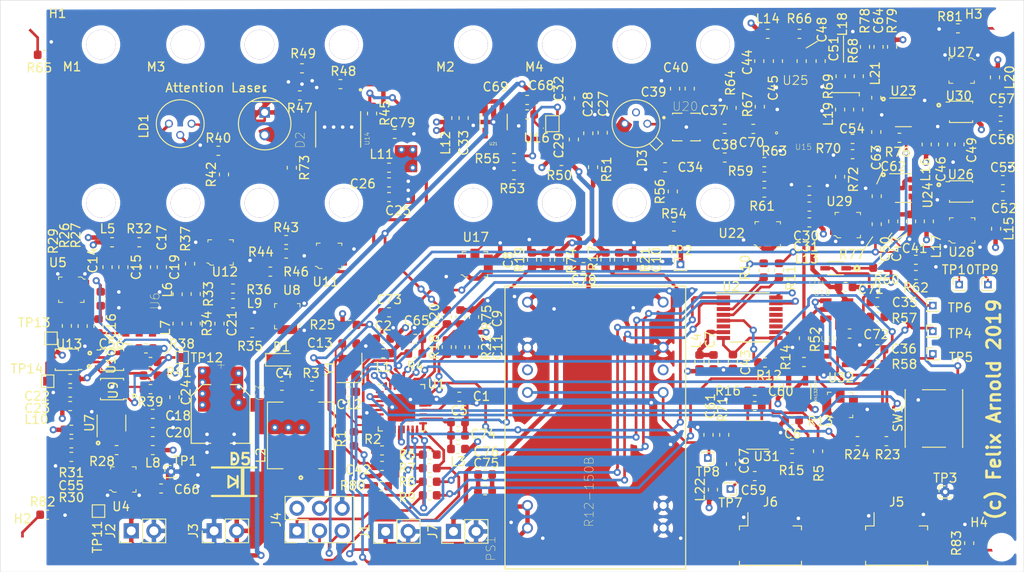
<source format=kicad_pcb>
(kicad_pcb (version 20171130) (host pcbnew "(5.1.4)-1")
  (layers (0 F.Cu signal) (1 In1.Cu mixed) (2 In2.Cu mixed) (31 B.Cu signal) (34 B.Paste user) (35 F.Paste user) (36 B.SilkS user) (37 F.SilkS user) (38 B.Mask user) (39 F.Mask user) (44 Edge.Cuts user))
  (net 0 "")
  (net 1 GND)
  (net 2 "/Tof Tx/tx_amp_out")
  (net 3 "Net-(D1-Pad2)")
  (net 4 "/Tof Tx/start_th")
  (net 5 "/Tof Tx/start_pulse_inv")
  (net 6 "/Tof Tx/start_pulse")
  (net 7 +5V)
  (net 8 /5V_in)
  (net 9 "Net-(LD1-Pad3)")
  (net 10 "Net-(LD1-Pad2)")
  (net 11 "/Tof Tx/start")
  (net 12 "/Tof Tx/supply_inv1")
  (net 13 "/Tof Tx/pulsegen_bypass")
  (net 14 "Net-(PS1-Pad16)")
  (net 15 "Net-(D2-Pad1)")
  (net 16 "Net-(C16-Pad1)")
  (net 17 "/Tof Rx/3V3")
  (net 18 "/Tof Rx/supply_lockin")
  (net 19 "/Tof Rx/sipm_fastout")
  (net 20 "Net-(D4-Pad2)")
  (net 21 "Net-(D4-Pad1)")
  (net 22 /12V_in)
  (net 23 "Net-(LD1-Pad1)")
  (net 24 "Net-(D3-Pad1)")
  (net 25 "/Tof Rx/rfamp_out")
  (net 26 /lockin_1_filt)
  (net 27 /lockin_2_filt)
  (net 28 /lockin_1_peak)
  (net 29 /V_SiPM_SENSE)
  (net 30 /V_APD_SENSE)
  (net 31 /V_5V_SENSE)
  (net 32 /XTAL1)
  (net 33 /V_SiPM)
  (net 34 /V_APD)
  (net 35 "/Tof Rx/TIA_out")
  (net 36 /lockin_1_mc)
  (net 37 /lockin_1)
  (net 38 /lockin_2_mc)
  (net 39 /lockin_2)
  (net 40 /~reset)
  (net 41 "Net-(C1-Pad1)")
  (net 42 /V_APD_R_SENS)
  (net 43 "Net-(C14-Pad1)")
  (net 44 /V_APD_R)
  (net 45 "Net-(C32-Pad1)")
  (net 46 "Net-(C43-Pad1)")
  (net 47 "Net-(C44-Pad1)")
  (net 48 "Net-(C48-Pad1)")
  (net 49 "Net-(C52-Pad1)")
  (net 50 "Net-(D2-Pad2)")
  (net 51 /MOSI)
  (net 52 /SCK)
  (net 53 /MISO)
  (net 54 /TXD)
  (net 55 /RXD)
  (net 56 "Net-(R2-Pad2)")
  (net 57 "Net-(R42-Pad1)")
  (net 58 "Net-(R58-Pad2)")
  (net 59 /comp_level_1)
  (net 60 /comp_level_2)
  (net 61 "Net-(U1-Pad22)")
  (net 62 "Net-(U1-Pad13)")
  (net 63 "Net-(U1-Pad11)")
  (net 64 "Net-(U1-Pad6)")
  (net 65 "Net-(U1-Pad3)")
  (net 66 "Net-(C54-Pad1)")
  (net 67 /~SS0)
  (net 68 "Net-(U1-Pad19)")
  (net 69 /V_adj_apd_filt)
  (net 70 /V_adj_apd)
  (net 71 "Net-(R72-Pad2)")
  (net 72 "Net-(C2-Pad1)")
  (net 73 "Net-(C5-Pad1)")
  (net 74 "Net-(C7-Pad1)")
  (net 75 "Net-(C16-Pad2)")
  (net 76 "Net-(C17-Pad1)")
  (net 77 "Net-(C18-Pad1)")
  (net 78 "Net-(C21-Pad1)")
  (net 79 "Net-(C24-Pad1)")
  (net 80 "Net-(C33-Pad1)")
  (net 81 "Net-(C34-Pad1)")
  (net 82 "Net-(C37-Pad1)")
  (net 83 "Net-(C38-Pad2)")
  (net 84 "Net-(C38-Pad1)")
  (net 85 "Net-(C46-Pad1)")
  (net 86 "Net-(C47-Pad1)")
  (net 87 "Net-(L6-Pad2)")
  (net 88 "Net-(L18-Pad2)")
  (net 89 "Net-(R1-Pad2)")
  (net 90 "Net-(R4-Pad2)")
  (net 91 "Net-(R6-Pad1)")
  (net 92 "Net-(R7-Pad1)")
  (net 93 "Net-(R8-Pad1)")
  (net 94 "Net-(R9-Pad1)")
  (net 95 "Net-(R10-Pad2)")
  (net 96 "Net-(R11-Pad2)")
  (net 97 "Net-(R12-Pad2)")
  (net 98 "Net-(R29-Pad1)")
  (net 99 "Net-(R35-Pad1)")
  (net 100 "Net-(R39-Pad2)")
  (net 101 "Net-(R53-Pad1)")
  (net 102 "Net-(R54-Pad1)")
  (net 103 "Net-(R55-Pad1)")
  (net 104 "Net-(R61-Pad1)")
  (net 105 "Net-(U2-Pad14)")
  (net 106 "Net-(U2-Pad13)")
  (net 107 "Net-(U2-Pad12)")
  (net 108 "Net-(U2-Pad6)")
  (net 109 "Net-(U9-Pad5)")
  (net 110 "Net-(U10-Pad6)")
  (net 111 "Net-(U13-Pad3)")
  (net 112 "Net-(U16-Pad4)")
  (net 113 "Net-(C55-Pad1)")
  (net 114 "/Tof Tx/LD_sense")
  (net 115 "/Tof Tx/ld_driver_in")
  (net 116 "/Tof Tx/ld_driver_supply")
  (net 117 "Net-(C57-Pad1)")
  (net 118 "Net-(U23-Pad5)")
  (net 119 "Net-(U24-Pad5)")
  (net 120 "Net-(U26-Pad7)")
  (net 121 "Net-(C6-Pad2)")
  (net 122 "Net-(C59-Pad2)")
  (net 123 "Net-(C59-Pad1)")
  (net 124 "Net-(C60-Pad2)")
  (net 125 "Net-(C62-Pad1)")
  (net 126 "Net-(C63-Pad1)")
  (net 127 "Net-(C64-Pad2)")
  (net 128 "Net-(C67-Pad1)")
  (net 129 "Net-(U26-Pad3)")
  (net 130 "Net-(U27-Pad2)")
  (net 131 "Net-(U30-Pad3)")
  (net 132 "Net-(C70-Pad2)")
  (net 133 "Net-(R14-Pad2)")
  (net 134 "Net-(H1-Pad1)")
  (net 135 "Net-(H2-Pad1)")
  (net 136 "Net-(H3-Pad1)")
  (net 137 "Net-(H4-Pad1)")
  (net 138 "Net-(PS1-Pad9)")
  (net 139 "/Tof Rx/buffer_out")
  (net 140 /XTAL2)
  (module LEDs:LED_0805 (layer F.Cu) (at 86.614 90.424)
    (fp_text reference D1 (at 0 -1.45) (layer F.SilkS))
    (fp_text value LED)
    (pad 2 smd rect (at 1.1 0 180) (size 1.2 1.2) (layers F.Cu F.Paste F.Mask) (net 3 "Net-(D1-Pad2)"))
    (pad 1 smd rect (at -1.1 0 180) (size 1.2 1.2) (layers F.Cu F.Paste F.Mask) (net 1 GND))
  )
  (module IODA_Lib:SON65P300X300X80-9N (layer F.Cu) (at 132.08 64.262)
    (fp_text reference U20 (at -0.127 -2.3241) (layer F.SilkS) (effects (font (thickness 0.05))))
    (fp_text value MAX40659 hide)
    (pad 5 smd rect (at 1.485 0.975) (size 0.76 0.32) (layers F.Cu F.Paste F.Mask) (net 1 GND))
    (pad 9 smd rect (at 0 0) (size 1.5 2.3) (layers F.Cu F.Paste F.Mask) (net 1 GND))
    (pad 8 smd rect (at 1.485 -0.975) (size 0.76 0.32) (layers F.Cu F.Paste F.Mask) (net 1 GND))
    (pad 7 smd rect (at 1.485 -0.325) (size 0.76 0.32) (layers F.Cu F.Paste F.Mask) (net 82 "Net-(C37-Pad1)"))
    (pad 6 smd rect (at 1.485 0.325) (size 0.76 0.32) (layers F.Cu F.Paste F.Mask) (net 84 "Net-(C38-Pad1)"))
    (pad 4 smd rect (at -1.485 0.975) (size 0.76 0.32) (layers F.Cu F.Paste F.Mask) (net 102 "Net-(R54-Pad1)"))
    (pad 3 smd rect (at -1.485 0.325) (size 0.76 0.32) (layers F.Cu F.Paste F.Mask) (net 81 "Net-(C34-Pad1)"))
    (pad 2 smd rect (at -1.485 -0.325) (size 0.76 0.32) (layers F.Cu F.Paste F.Mask) (net 24 "Net-(D3-Pad1)"))
    (pad 1 smd rect (at -1.485 -0.975) (size 0.76 0.32) (layers F.Cu F.Paste F.Mask) (net 17 "/Tof Rx/3V3"))
  )
  (module Resistor_SMD:R_0603_1608Metric (layer F.Cu) (at 163.8554 111.0488 90)
    (fp_text reference R83 (at 0 -1.43 90) (layer F.SilkS))
    (fp_text value 0R)
    (pad 2 smd roundrect (at 0.7875 0 90) (size 0.875 0.95) (layers F.Cu F.Paste F.Mask) (net 1 GND))
    (pad 1 smd roundrect (at -0.7875 0 90) (size 0.875 0.95) (layers F.Cu F.Paste F.Mask) (net 137 "Net-(H4-Pad1)"))
  )
  (module Resistor_SMD:R_0603_1608Metric (layer F.Cu) (at 60.2742 107.8484)
    (fp_text reference R82 (at -0.508 -1.4478) (layer F.SilkS))
    (fp_text value 0R)
    (pad 2 smd roundrect (at 0.7875 0) (size 0.875 0.95) (layers F.Cu F.Paste F.Mask) (net 1 GND))
    (pad 1 smd roundrect (at -0.7875 0) (size 0.875 0.95) (layers F.Cu F.Paste F.Mask) (net 135 "Net-(H2-Pad1)"))
  )
  (module Resistor_SMD:R_0603_1608Metric (layer F.Cu) (at 162.5854 53.1622 180)
    (fp_text reference R81 (at 0.889 1.3208) (layer F.SilkS))
    (fp_text value 0R)
    (pad 2 smd roundrect (at 0.7875 0 180) (size 0.875 0.95) (layers F.Cu F.Paste F.Mask) (net 1 GND))
    (pad 1 smd roundrect (at -0.7875 0 180) (size 0.875 0.95) (layers F.Cu F.Paste F.Mask) (net 136 "Net-(H3-Pad1)"))
  )
  (module Resistor_SMD:R_0603_1608Metric (layer F.Cu) (at 59.9948 56.134)
    (fp_text reference R65 (at -0.6096 1.4732) (layer F.SilkS))
    (fp_text value 0R)
    (pad 2 smd roundrect (at 0.7875 0) (size 0.875 0.95) (layers F.Cu F.Paste F.Mask) (net 1 GND))
    (pad 1 smd roundrect (at -0.7875 0) (size 0.875 0.95) (layers F.Cu F.Paste F.Mask) (net 134 "Net-(H1-Pad1)"))
  )
  (module Capacitor_SMD:C_0603_1608Metric (layer F.Cu) (at 99.314 65.024)
    (fp_text reference C79 (at 0.8636 -1.2446) (layer F.SilkS))
    (fp_text value 2.2uF)
    (pad 2 smd roundrect (at 0.7875 0) (size 0.875 0.95) (layers F.Cu F.Paste F.Mask) (net 1 GND))
    (pad 1 smd roundrect (at -0.7875 0) (size 0.875 0.95) (layers F.Cu F.Paste F.Mask) (net 116 "/Tof Tx/ld_driver_supply"))
  )
  (module Capacitor_SMD:C_0603_1608Metric (layer F.Cu) (at 120.523 80.01 180)
    (fp_text reference C78 (at 0 -1.43) (layer F.SilkS))
    (fp_text value "10nF, 250V")
    (pad 2 smd roundrect (at 0.7875 0 180) (size 0.875 0.95) (layers F.Cu F.Paste F.Mask) (net 1 GND))
    (pad 1 smd roundrect (at -0.7875 0 180) (size 0.875 0.95) (layers F.Cu F.Paste F.Mask) (net 34 /V_APD))
  )
  (module Capacitor_SMD:C_0603_1608Metric (layer F.Cu) (at 109.474 103.3272 180)
    (fp_text reference C76 (at -0.127 2.54) (layer F.SilkS))
    (fp_text value 2.2uF)
    (pad 2 smd roundrect (at 0.7875 0 180) (size 0.875 0.95) (layers F.Cu F.Paste F.Mask) (net 1 GND))
    (pad 1 smd roundrect (at -0.7875 0 180) (size 0.875 0.95) (layers F.Cu F.Paste F.Mask) (net 22 /12V_in))
  )
  (module Capacitor_SMD:C_0603_1608Metric (layer F.Cu) (at 109.474 105.1052 180)
    (fp_text reference C75 (at -0.127 3.048) (layer F.SilkS))
    (fp_text value 2.2uF)
    (pad 2 smd roundrect (at 0.7875 0 180) (size 0.875 0.95) (layers F.Cu F.Paste F.Mask) (net 1 GND))
    (pad 1 smd roundrect (at -0.7875 0 180) (size 0.875 0.95) (layers F.Cu F.Paste F.Mask) (net 22 /12V_in))
  )
  (module "OLIMEX_Diodes-FP:DO214AA_1(K)-2(A)" (layer F.Cu) (at 81.28 104.14 180)
    (fp_text reference D5 (at -0.6604 2.54) (layer F.SilkS) (effects (font (size 1.27 1.27) (thickness 0.254))))
    (fp_text value SMBJ6.0A)
    (pad 2 smd rect (at 2.177 0 180) (size 1.778 2.286) (layers F.Cu F.Paste F.Mask) (net 1 GND))
    (pad 1 smd rect (at -2.177 0 180) (size 1.778 2.286) (layers F.Cu F.Paste F.Mask) (net 8 /5V_in))
  )
  (module TestPoint:TestPoint_Pad_1.0x1.0mm (layer F.Cu) (at 60.325 92.837)
    (fp_text reference TP14 (at -2.3114 -1.397) (layer F.SilkS))
    (fp_text value TestPoint)
    (pad 1 smd rect (at 0 0) (size 1 1) (layers F.Cu F.Mask) (net 6 "/Tof Tx/start_pulse"))
  )
  (module TestPoint:TestPoint_Pad_1.0x1.0mm (layer F.Cu) (at 60.706 88.011)
    (fp_text reference TP13 (at -1.8796 -1.7526 180) (layer F.SilkS))
    (fp_text value TestPoint)
    (pad 1 smd rect (at 0 0) (size 1 1) (layers F.Cu F.Mask) (net 5 "/Tof Tx/start_pulse_inv"))
  )
  (module TestPoint:TestPoint_Pad_1.0x1.0mm (layer F.Cu) (at 75.438 90.17)
    (fp_text reference TP12 (at 2.7686 0.0254) (layer F.SilkS))
    (fp_text value TestPoint)
    (pad 1 smd rect (at 0 0) (size 1 1) (layers F.Cu F.Mask) (net 4 "/Tof Tx/start_th"))
  )
  (module TestPoint:TestPoint_Pad_1.0x1.0mm (layer F.Cu) (at 66.04 107.442)
    (fp_text reference TP11 (at -0.127 2.921 90) (layer F.SilkS))
    (fp_text value TestPoint)
    (pad 1 smd rect (at 0 0) (size 1 1) (layers F.Cu F.Mask) (net 11 "/Tof Tx/start"))
  )
  (module IODA_Lib:Molex_734120114_UMC_RF_CONN_Vertical (layer F.Cu) (at 149.352 95.504)
    (fp_text reference U32 (at 0.1 -3.05) (layer F.SilkS))
    (fp_text value UMCC_50Ohm)
    (pad 1 smd rect (at -1.5 0) (size 1 2.2) (layers F.Cu F.Paste F.Mask) (net 1 GND))
    (pad 3 smd rect (at 1.5 0) (size 1 2.2) (layers F.Cu F.Paste F.Mask) (net 1 GND))
    (pad 2 smd rect (at 0 -1) (size 1 1.5) (layers F.Cu F.Paste F.Mask) (net 133 "Net-(R14-Pad2)"))
  )
  (module Resistor_SMD:R_0603_1608Metric (layer F.Cu) (at 137.16 62.103 90)
    (fp_text reference R64 (at 2.794 -0.127 90) (layer F.SilkS))
    (fp_text value 150R)
    (pad 2 smd roundrect (at 0.7875 0 90) (size 0.875 0.95) (layers F.Cu F.Paste F.Mask) (net 1 GND))
    (pad 1 smd roundrect (at -0.7875 0 90) (size 0.875 0.95) (layers F.Cu F.Paste F.Mask) (net 35 "/Tof Rx/TIA_out"))
  )
  (module Resistor_SMD:R_0603_1608Metric (layer F.Cu) (at 140.843 68.199)
    (fp_text reference R63 (at 1.1176 -1.2446) (layer F.SilkS))
    (fp_text value 75R)
    (pad 2 smd roundrect (at 0.7875 0) (size 0.875 0.95) (layers F.Cu F.Paste F.Mask) (net 1 GND))
    (pad 1 smd roundrect (at -0.7875 0) (size 0.875 0.95) (layers F.Cu F.Paste F.Mask) (net 83 "Net-(C38-Pad2)"))
  )
  (module Resistor_SMD:R_0603_1608Metric (layer F.Cu) (at 145.288 90.678)
    (fp_text reference R14 (at -2.032 -0.508 90) (layer F.SilkS))
    (fp_text value 200R)
    (pad 2 smd roundrect (at 0.7875 0) (size 0.875 0.95) (layers F.Cu F.Paste F.Mask) (net 133 "Net-(R14-Pad2)"))
    (pad 1 smd roundrect (at -0.7875 0) (size 0.875 0.95) (layers F.Cu F.Paste F.Mask) (net 139 "/Tof Rx/buffer_out"))
  )
  (module Capacitor_SMD:C_0603_1608Metric (layer F.Cu) (at 106.426 98.933)
    (fp_text reference C74 (at 2.8448 -0.1524) (layer F.SilkS))
    (fp_text value 2.2uF)
    (pad 2 smd roundrect (at 0.7875 0) (size 0.875 0.95) (layers F.Cu F.Paste F.Mask) (net 1 GND))
    (pad 1 smd roundrect (at -0.7875 0) (size 0.875 0.95) (layers F.Cu F.Paste F.Mask) (net 73 "Net-(C5-Pad1)"))
  )
  (module Capacitor_SMD:C_0603_1608Metric (layer F.Cu) (at 98.679 85.09)
    (fp_text reference C73 (at 0 -1.43) (layer F.SilkS))
    (fp_text value 2.2uF)
    (pad 2 smd roundrect (at 0.7875 0) (size 0.875 0.95) (layers F.Cu F.Paste F.Mask) (net 1 GND))
    (pad 1 smd roundrect (at -0.7875 0) (size 0.875 0.95) (layers F.Cu F.Paste F.Mask) (net 72 "Net-(C2-Pad1)"))
  )
  (module Connector_PinHeader_1.00mm:PinHeader_1x01_P1.00mm_Vertical (layer F.Cu) (at 137.033 104.9528 180)
    (fp_text reference TP7 (at 0 -1.56) (layer F.SilkS))
    (fp_text value TestPoint)
    (pad 1 thru_hole rect (at 0 0 180) (size 0.85 0.85) (drill 0.5) (layers *.Cu *.Mask) (net 123 "Net-(C59-Pad1)"))
  )
  (module Capacitor_SMD:C_0603_1608Metric (layer F.Cu) (at 150.4188 87.4776)
    (fp_text reference C72 (at 2.9972 0.1016) (layer F.SilkS))
    (fp_text value 100nF)
    (pad 2 smd roundrect (at 0.7875 0) (size 0.875 0.95) (layers F.Cu F.Paste F.Mask) (net 1 GND))
    (pad 1 smd roundrect (at -0.7875 0) (size 0.875 0.95) (layers F.Cu F.Paste F.Mask) (net 18 "/Tof Rx/supply_lockin"))
  )
  (module Capacitor_SMD:C_0603_1608Metric (layer F.Cu) (at 149.9616 82.2452)
    (fp_text reference C71 (at 2.8448 0.254) (layer F.SilkS))
    (fp_text value 2.2uF)
    (pad 2 smd roundrect (at 0.7875 0) (size 0.875 0.95) (layers F.Cu F.Paste F.Mask) (net 1 GND))
    (pad 1 smd roundrect (at -0.7875 0) (size 0.875 0.95) (layers F.Cu F.Paste F.Mask) (net 18 "/Tof Rx/supply_lockin"))
  )
  (module Capacitor_SMD:C_0603_1608Metric (layer F.Cu) (at 139.5984 64.4652)
    (fp_text reference C70 (at -0.2032 1.524) (layer F.SilkS))
    (fp_text value 2.2uF)
    (pad 2 smd roundrect (at 0.7875 0) (size 0.875 0.95) (layers F.Cu F.Paste F.Mask) (net 132 "Net-(C70-Pad2)"))
    (pad 1 smd roundrect (at -0.7875 0) (size 0.875 0.95) (layers F.Cu F.Paste F.Mask) (net 35 "/Tof Rx/TIA_out"))
  )
  (module Inductor_SMD:L_0603_1608Metric (layer F.Cu) (at 135.0645 105.029 90)
    (fp_text reference L22 (at 0 -1.43 90) (layer F.SilkS))
    (fp_text value L)
    (pad 2 smd roundrect (at 0.7875 0 90) (size 0.875 0.95) (layers F.Cu F.Paste F.Mask) (net 128 "Net-(C67-Pad1)"))
    (pad 1 smd roundrect (at -0.7875 0 90) (size 0.875 0.95) (layers F.Cu F.Paste F.Mask) (net 7 +5V))
  )
  (module Capacitor_SMD:C_0603_1608Metric (layer F.Cu) (at 114.1984 62.8396 180)
    (fp_text reference C69 (at 3.556 3.0988) (layer F.SilkS))
    (fp_text value 100nF)
    (pad 2 smd roundrect (at 0.7875 0 180) (size 0.875 0.95) (layers F.Cu F.Paste F.Mask) (net 1 GND))
    (pad 1 smd roundrect (at -0.7875 0 180) (size 0.875 0.95) (layers F.Cu F.Paste F.Mask) (net 33 /V_SiPM))
  )
  (module Capacitor_SMD:C_0603_1608Metric (layer F.Cu) (at 114.1984 61.214 180)
    (fp_text reference C68 (at -1.5748 1.6256) (layer F.SilkS))
    (fp_text value 2.2uF)
    (pad 2 smd roundrect (at 0.7875 0 180) (size 0.875 0.95) (layers F.Cu F.Paste F.Mask) (net 1 GND))
    (pad 1 smd roundrect (at -0.7875 0 180) (size 0.875 0.95) (layers F.Cu F.Paste F.Mask) (net 33 /V_SiPM))
  )
  (module Capacitor_SMD:C_0603_1608Metric (layer F.Cu) (at 137.0965 102.146 270)
    (fp_text reference C67 (at -0.3428 -1.4859 270) (layer F.SilkS))
    (fp_text value 100nF)
    (pad 2 smd roundrect (at 0.7875 0 270) (size 0.875 0.95) (layers F.Cu F.Paste F.Mask) (net 1 GND))
    (pad 1 smd roundrect (at -0.7875 0 270) (size 0.875 0.95) (layers F.Cu F.Paste F.Mask) (net 128 "Net-(C67-Pad1)"))
  )
  (module Capacitor_SMD:C_0603_1608Metric (layer F.Cu) (at 73.0758 104.902)
    (fp_text reference C66 (at 2.8956 0.1016) (layer F.SilkS))
    (fp_text value 2.2uF)
    (pad 2 smd roundrect (at 0.7875 0) (size 0.875 0.95) (layers F.Cu F.Paste F.Mask) (net 1 GND))
    (pad 1 smd roundrect (at -0.7875 0) (size 0.875 0.95) (layers F.Cu F.Paste F.Mask) (net 33 /V_SiPM))
  )
  (module Resistor_SMD:R_0603_1608Metric (layer F.Cu) (at 146.8755 100.711 90)
    (fp_text reference R5 (at -2.4892 0.0889 90) (layer F.SilkS))
    (fp_text value 10k)
    (pad 2 smd roundrect (at 0.7875 0 90) (size 0.875 0.95) (layers F.Cu F.Paste F.Mask) (net 70 /V_adj_apd))
    (pad 1 smd roundrect (at -0.7875 0 90) (size 0.875 0.95) (layers F.Cu F.Paste F.Mask) (net 122 "Net-(C59-Pad2)"))
  )
  (module Capacitor_SMD:C_0603_1608Metric (layer F.Cu) (at 101.63048 88.07704 180)
    (fp_text reference C65 (at -0.14732 2.04724) (layer F.SilkS))
    (fp_text value 2.2uF)
    (pad 2 smd roundrect (at 0.7875 0 180) (size 0.875 0.95) (layers F.Cu F.Paste F.Mask) (net 1 GND))
    (pad 1 smd roundrect (at -0.7875 0 180) (size 0.875 0.95) (layers F.Cu F.Paste F.Mask) (net 59 /comp_level_1))
  )
  (module Connector_PinHeader_1.00mm:PinHeader_1x01_P1.00mm_Vertical (layer F.Cu) (at 162.73272 81.97088)
    (fp_text reference TP10 (at -0.11684 -1.67132) (layer F.SilkS))
    (fp_text value TestPoint)
    (pad 1 thru_hole rect (at 0 0) (size 0.85 0.85) (drill 0.5) (layers *.Cu *.Mask) (net 60 /comp_level_2))
  )
  (module Resistor_SMD:R_0603_1608Metric (layer F.Cu) (at 101.63048 89.72804 180)
    (fp_text reference R4 (at 0 -1.43) (layer F.SilkS))
    (fp_text value 2.2k)
    (pad 2 smd roundrect (at 0.7875 0 180) (size 0.875 0.95) (layers F.Cu F.Paste F.Mask) (net 90 "Net-(R4-Pad2)"))
    (pad 1 smd roundrect (at -0.7875 0 180) (size 0.875 0.95) (layers F.Cu F.Paste F.Mask) (net 59 /comp_level_1))
  )
  (module Resistor_SMD:R_0603_1608Metric (layer F.Cu) (at 97.8916 100.6221)
    (fp_text reference R2 (at -1.0414 -1.2573) (layer F.SilkS))
    (fp_text value 2.2k)
    (pad 2 smd roundrect (at 0.7875 0) (size 0.875 0.95) (layers F.Cu F.Paste F.Mask) (net 56 "Net-(R2-Pad2)"))
    (pad 1 smd roundrect (at -0.7875 0) (size 0.875 0.95) (layers F.Cu F.Paste F.Mask) (net 60 /comp_level_2))
  )
  (module Capacitor_SMD:C_0603_1608Metric (layer F.Cu) (at 137.3124 90.6272 270)
    (fp_text reference C43 (at 0.1016 -1.4224 90) (layer F.SilkS))
    (fp_text value 100nF)
    (pad 2 smd roundrect (at 0.7875 0 270) (size 0.875 0.95) (layers F.Cu F.Paste F.Mask) (net 1 GND))
    (pad 1 smd roundrect (at -0.7875 0 270) (size 0.875 0.95) (layers F.Cu F.Paste F.Mask) (net 46 "Net-(C43-Pad1)"))
  )
  (module Capacitor_SMD:C_0603_1608Metric (layer F.Cu) (at 97.8916 102.362)
    (fp_text reference C42 (at -2.6924 0.4318) (layer F.SilkS))
    (fp_text value 2.2uF)
    (pad 2 smd roundrect (at 0.7875 0) (size 0.875 0.95) (layers F.Cu F.Paste F.Mask) (net 1 GND))
    (pad 1 smd roundrect (at -0.7875 0) (size 0.875 0.95) (layers F.Cu F.Paste F.Mask) (net 60 /comp_level_2))
  )
  (module Resistor_SMD:R_0603_1608Metric (layer F.Cu) (at 97.79 104.648)
    (fp_text reference R80 (at -3.2004 -0.0762) (layer F.SilkS))
    (fp_text value 20k)
    (pad 2 smd roundrect (at 0.7875 0) (size 0.875 0.95) (layers F.Cu F.Paste F.Mask) (net 67 /~SS0))
    (pad 1 smd roundrect (at -0.7875 0) (size 0.875 0.95) (layers F.Cu F.Paste F.Mask) (net 7 +5V))
  )
  (module Package_TO_SOT_SMD:SOT-23-5 (layer F.Cu) (at 139.7635 98.8695 180)
    (fp_text reference U31 (at -1.3589 -2.4257 180) (layer F.SilkS))
    (fp_text value LM321)
    (pad 5 smd rect (at 1.1 -0.95 180) (size 1.06 0.65) (layers F.Cu F.Paste F.Mask) (net 128 "Net-(C67-Pad1)"))
    (pad 4 smd rect (at 1.1 0.95 180) (size 1.06 0.65) (layers F.Cu F.Paste F.Mask) (net 123 "Net-(C59-Pad1)"))
    (pad 3 smd rect (at -1.1 0.95 180) (size 1.06 0.65) (layers F.Cu F.Paste F.Mask) (net 124 "Net-(C60-Pad2)"))
    (pad 2 smd rect (at -1.1 0 180) (size 1.06 0.65) (layers F.Cu F.Paste F.Mask) (net 1 GND))
    (pad 1 smd rect (at -1.1 -0.95 180) (size 1.06 0.65) (layers F.Cu F.Paste F.Mask) (net 121 "Net-(C6-Pad2)"))
  )
  (module Connector_PinHeader_1.00mm:PinHeader_1x01_P1.00mm_Vertical (layer F.Cu) (at 165.95852 81.97088)
    (fp_text reference TP9 (at -0.1524 -1.6764) (layer F.SilkS))
    (fp_text value TestPoint)
    (pad 1 thru_hole rect (at 0 0) (size 0.85 0.85) (drill 0.5) (layers *.Cu *.Mask) (net 125 "Net-(C62-Pad1)"))
  )
  (module Connector_PinHeader_1.00mm:PinHeader_1x01_P1.00mm_Vertical (layer F.Cu) (at 134.493 101.473 180)
    (fp_text reference TP8 (at 0 -1.56) (layer F.SilkS))
    (fp_text value TestPoint)
    (pad 1 thru_hole rect (at 0 0 180) (size 0.85 0.85) (drill 0.5) (layers *.Cu *.Mask) (net 69 /V_adj_apd_filt))
  )
  (module Resistor_SMD:R_0603_1608Metric (layer F.Cu) (at 155.194 55.245 270)
    (fp_text reference R79 (at -2.921 0 90) (layer F.SilkS))
    (fp_text value 200R)
    (pad 2 smd roundrect (at 0.7875 0 270) (size 0.875 0.95) (layers F.Cu F.Paste F.Mask) (net 127 "Net-(C64-Pad2)"))
    (pad 1 smd roundrect (at -0.7875 0 270) (size 0.875 0.95) (layers F.Cu F.Paste F.Mask) (net 7 +5V))
  )
  (module Resistor_SMD:R_0603_1608Metric (layer F.Cu) (at 152.146 55.245 90)
    (fp_text reference R78 (at 2.921 0 90) (layer F.SilkS))
    (fp_text value 200R)
    (pad 2 smd roundrect (at 0.7875 0 90) (size 0.875 0.95) (layers F.Cu F.Paste F.Mask) (net 1 GND))
    (pad 1 smd roundrect (at -0.7875 0 90) (size 0.875 0.95) (layers F.Cu F.Paste F.Mask) (net 127 "Net-(C64-Pad2)"))
  )
  (module Resistor_SMD:R_0603_1608Metric (layer F.Cu) (at 153.4668 75.184 270)
    (fp_text reference R77 (at 3.4036 2.8194 180) (layer F.SilkS))
    (fp_text value 50k)
    (pad 2 smd roundrect (at 0.7875 0 270) (size 0.875 0.95) (layers F.Cu F.Paste F.Mask) (net 60 /comp_level_2))
    (pad 1 smd roundrect (at -0.7875 0 270) (size 0.875 0.95) (layers F.Cu F.Paste F.Mask) (net 125 "Net-(C62-Pad1)"))
  )
  (module Resistor_SMD:R_0603_1608Metric (layer F.Cu) (at 156.0195 65.4685)
    (fp_text reference R76 (at -0.2159 1.6129 180) (layer F.SilkS))
    (fp_text value 50k)
    (pad 2 smd roundrect (at 0.7875 0) (size 0.875 0.95) (layers F.Cu F.Paste F.Mask) (net 59 /comp_level_1))
    (pad 1 smd roundrect (at -0.7875 0) (size 0.875 0.95) (layers F.Cu F.Paste F.Mask) (net 126 "Net-(C63-Pad1)"))
  )
  (module Resistor_SMD:R_0603_1608Metric (layer F.Cu) (at 105.1814 85.6234 90)
    (fp_text reference R75 (at -0.0508 4.4704 90) (layer F.SilkS))
    (fp_text value 100k)
    (pad 2 smd roundrect (at 0.7875 0 90) (size 0.875 0.95) (layers F.Cu F.Paste F.Mask) (net 33 /V_SiPM))
    (pad 1 smd roundrect (at -0.7875 0 90) (size 0.875 0.95) (layers F.Cu F.Paste F.Mask) (net 29 /V_SiPM_SENSE))
  )
  (module Resistor_SMD:R_0603_1608Metric (layer F.Cu) (at 117.7925 79.1845 90)
    (fp_text reference R74 (at -0.127 1.397 90) (layer F.SilkS))
    (fp_text value 1M)
    (pad 2 smd roundrect (at 0.7875 0 90) (size 0.875 0.95) (layers F.Cu F.Paste F.Mask) (net 44 /V_APD_R))
    (pad 1 smd roundrect (at -0.7875 0 90) (size 0.875 0.95) (layers F.Cu F.Paste F.Mask) (net 42 /V_APD_R_SENS))
  )
  (module Resistor_SMD:R_0603_1608Metric (layer F.Cu) (at 136.3345 98.8695 90)
    (fp_text reference R71 (at 2.8575 -0.1905 90) (layer F.SilkS))
    (fp_text value 10k)
    (pad 2 smd roundrect (at 0.7875 0 90) (size 0.875 0.95) (layers F.Cu F.Paste F.Mask) (net 123 "Net-(C59-Pad1)"))
    (pad 1 smd roundrect (at -0.7875 0 90) (size 0.875 0.95) (layers F.Cu F.Paste F.Mask) (net 69 /V_adj_apd_filt))
  )
  (module Inductor_SMD:L_0603_1608Metric (layer F.Cu) (at 153.416 60.96 90)
    (fp_text reference L21 (at 2.7305 -0.127 90) (layer F.SilkS))
    (fp_text value 10uH)
    (pad 2 smd roundrect (at 0.7875 0 90) (size 0.875 0.95) (layers F.Cu F.Paste F.Mask) (net 127 "Net-(C64-Pad2)"))
    (pad 1 smd roundrect (at -0.7875 0 90) (size 0.875 0.95) (layers F.Cu F.Paste F.Mask) (net 25 "/Tof Rx/rfamp_out"))
  )
  (module Capacitor_SMD:C_0603_1608Metric (layer F.Cu) (at 153.67 55.245 270)
    (fp_text reference C64 (at -2.921 0 90) (layer F.SilkS))
    (fp_text value 100nF)
    (pad 2 smd roundrect (at 0.7875 0 270) (size 0.875 0.95) (layers F.Cu F.Paste F.Mask) (net 127 "Net-(C64-Pad2)"))
    (pad 1 smd roundrect (at -0.7875 0 270) (size 0.875 0.95) (layers F.Cu F.Paste F.Mask) (net 1 GND))
  )
  (module Capacitor_SMD:C_0603_1608Metric (layer F.Cu) (at 153.416 64.8208 270)
    (fp_text reference C63 (at 2.8702 0 90) (layer F.SilkS))
    (fp_text value 100nF)
    (pad 2 smd roundrect (at 0.7875 0 270) (size 0.875 0.95) (layers F.Cu F.Paste F.Mask) (net 1 GND))
    (pad 1 smd roundrect (at -0.7875 0 270) (size 0.875 0.95) (layers F.Cu F.Paste F.Mask) (net 126 "Net-(C63-Pad1)"))
  )
  (module Capacitor_SMD:C_0603_1608Metric (layer F.Cu) (at 153.4668 72.0344 90)
    (fp_text reference C62 (at 3.3528 1.8542 180) (layer F.SilkS))
    (fp_text value 100nF)
    (pad 2 smd roundrect (at 0.7875 0 90) (size 0.875 0.95) (layers F.Cu F.Paste F.Mask) (net 1 GND))
    (pad 1 smd roundrect (at -0.7875 0 90) (size 0.875 0.95) (layers F.Cu F.Paste F.Mask) (net 125 "Net-(C62-Pad1)"))
  )
  (module Capacitor_SMD:C_0603_1608Metric (layer F.Cu) (at 134.5692 98.8695 90)
    (fp_text reference C61 (at 3.2385 0.2159 90) (layer F.SilkS))
    (fp_text value 100nF)
    (pad 2 smd roundrect (at 0.7875 0 90) (size 0.875 0.95) (layers F.Cu F.Paste F.Mask) (net 1 GND))
    (pad 1 smd roundrect (at -0.7875 0 90) (size 0.875 0.95) (layers F.Cu F.Paste F.Mask) (net 69 /V_adj_apd_filt))
  )
  (module Capacitor_SMD:C_0603_1608Metric (layer F.Cu) (at 139.7635 95.631)
    (fp_text reference C60 (at 2.921 -1.651) (layer F.SilkS))
    (fp_text value 100nF)
    (pad 2 smd roundrect (at 0.7875 0) (size 0.875 0.95) (layers F.Cu F.Paste F.Mask) (net 124 "Net-(C60-Pad2)"))
    (pad 1 smd roundrect (at -0.7875 0) (size 0.875 0.95) (layers F.Cu F.Paste F.Mask) (net 123 "Net-(C59-Pad1)"))
  )
  (module Capacitor_SMD:C_0603_1608Metric (layer F.Cu) (at 139.7635 103.505)
    (fp_text reference C59 (at -0.127 1.5875) (layer F.SilkS))
    (fp_text value 100nF)
    (pad 2 smd roundrect (at 0.7875 0) (size 0.875 0.95) (layers F.Cu F.Paste F.Mask) (net 122 "Net-(C59-Pad2)"))
    (pad 1 smd roundrect (at -0.7875 0) (size 0.875 0.95) (layers F.Cu F.Paste F.Mask) (net 123 "Net-(C59-Pad1)"))
  )
  (module Capacitor_SMD:C_0603_1608Metric (layer F.Cu) (at 143.9545 99.949 180)
    (fp_text reference C6 (at -0.0635 1.2065) (layer F.SilkS))
    (fp_text value 100nF)
    (pad 2 smd roundrect (at 0.7875 0 180) (size 0.875 0.95) (layers F.Cu F.Paste F.Mask) (net 121 "Net-(C6-Pad2)"))
    (pad 1 smd roundrect (at -0.7875 0 180) (size 0.875 0.95) (layers F.Cu F.Paste F.Mask) (net 1 GND))
  )
  (module IODA_Lib:VSSOP-8_2.4x2.1mm_P0.5mm (layer F.Cu) (at 162.941 71.501)
    (fp_text reference U26 (at -0.0254 -1.905 180) (layer F.SilkS))
    (fp_text value NC7WZ00K8X)
    (pad 8 smd rect (at 1.55 -0.75) (size 0.75 0.22) (layers F.Cu F.Paste F.Mask) (net 49 "Net-(C52-Pad1)"))
    (pad 7 smd rect (at 1.55 -0.25) (size 0.75 0.22) (layers F.Cu F.Paste F.Mask) (net 120 "Net-(U26-Pad7)"))
    (pad 6 smd rect (at 1.55 0.25) (size 0.75 0.22) (layers F.Cu F.Paste F.Mask) (net 7 +5V))
    (pad 5 smd rect (at 1.55 0.75) (size 0.75 0.22) (layers F.Cu F.Paste F.Mask) (net 7 +5V))
    (pad 4 smd rect (at -1.55 0.75) (size 0.75 0.22) (layers F.Cu F.Paste F.Mask) (net 1 GND))
    (pad 3 smd rect (at -1.55 0.25) (size 0.75 0.22) (layers F.Cu F.Paste F.Mask) (net 129 "Net-(U26-Pad3)"))
    (pad 2 smd rect (at -1.55 -0.25) (size 0.75 0.22) (layers F.Cu F.Paste F.Mask) (net 119 "Net-(U24-Pad5)"))
    (pad 1 smd rect (at -1.55 -0.75) (size 0.75 0.22) (layers F.Cu F.Paste F.Mask) (net 119 "Net-(U24-Pad5)"))
  )
  (module Inductor_SMD:L_0603_1608Metric (layer F.Cu) (at 166.751 58.674 90)
    (fp_text reference L20 (at 0 1.651 90) (layer F.SilkS))
    (fp_text value L)
    (pad 2 smd roundrect (at 0.7875 0 90) (size 0.875 0.95) (layers F.Cu F.Paste F.Mask) (net 7 +5V))
    (pad 1 smd roundrect (at -0.7875 0 90) (size 0.875 0.95) (layers F.Cu F.Paste F.Mask) (net 117 "Net-(C57-Pad1)"))
  )
  (module Capacitor_SMD:C_0603_1608Metric (layer F.Cu) (at 167.386 64.135)
    (fp_text reference C58 (at 0.127 1.524) (layer F.SilkS))
    (fp_text value 100nF)
    (pad 2 smd roundrect (at 0.7875 0) (size 0.875 0.95) (layers F.Cu F.Paste F.Mask) (net 1 GND))
    (pad 1 smd roundrect (at -0.7875 0) (size 0.875 0.95) (layers F.Cu F.Paste F.Mask) (net 117 "Net-(C57-Pad1)"))
  )
  (module Capacitor_SMD:C_0603_1608Metric (layer F.Cu) (at 167.386 62.484)
    (fp_text reference C57 (at 0.127 -1.397) (layer F.SilkS))
    (fp_text value 2.2uF)
    (pad 2 smd roundrect (at 0.7875 0) (size 0.875 0.95) (layers F.Cu F.Paste F.Mask) (net 1 GND))
    (pad 1 smd roundrect (at -0.7875 0) (size 0.875 0.95) (layers F.Cu F.Paste F.Mask) (net 117 "Net-(C57-Pad1)"))
  )
  (module Resistor_SMD:R_0603_1608Metric (layer F.Cu) (at 87.757 68.834 270)
    (fp_text reference R73 (at 0 -1.43 90) (layer F.SilkS))
    (fp_text value 200R)
    (pad 2 smd roundrect (at 0.7875 0 270) (size 0.875 0.95) (layers F.Cu F.Paste F.Mask) (net 114 "/Tof Tx/LD_sense"))
    (pad 1 smd roundrect (at -0.7875 0 270) (size 0.875 0.95) (layers F.Cu F.Paste F.Mask) (net 15 "Net-(D2-Pad1)"))
  )
  (module Capacitor_SMD:C_0603_1608Metric (layer F.Cu) (at 71.374 89.154)
    (fp_text reference C56 (at -3.8862 -0.5334) (layer F.SilkS))
    (fp_text value 100nF)
    (pad 2 smd roundrect (at 0.7875 0) (size 0.875 0.95) (layers F.Cu F.Paste F.Mask) (net 1 GND))
    (pad 1 smd roundrect (at -0.7875 0) (size 0.875 0.95) (layers F.Cu F.Paste F.Mask) (net 12 "/Tof Tx/supply_inv1"))
  )
  (module IODA_Lib:ScrewTerminal_1x02_P2.54mm_Vertical (layer F.Cu) (at 105.918 109.728 90)
    (fp_text reference J7 (at 0 -2.33 90) (layer F.SilkS))
    (fp_text value Screw_Terminal_01x02)
    (pad 2 thru_hole oval (at 0 2.54 90) (size 1.7 1.7) (drill 1) (layers *.Cu *.Mask) (net 1 GND))
    (pad 1 thru_hole rect (at 0 0 90) (size 1.7 1.7) (drill 1) (layers *.Cu *.Mask) (net 34 /V_APD))
  )
  (module Resistor_SMD:R_0603_1608Metric (layer F.Cu) (at 62.992 98.298)
    (fp_text reference R31 (at 0 4.826 180) (layer F.SilkS))
    (fp_text value 1k)
    (pad 2 smd roundrect (at 0.7875 0) (size 0.875 0.95) (layers F.Cu F.Paste F.Mask) (net 113 "Net-(C55-Pad1)"))
    (pad 1 smd roundrect (at -0.7875 0) (size 0.875 0.95) (layers F.Cu F.Paste F.Mask) (net 7 +5V))
  )
  (module Capacitor_SMD:C_0603_1608Metric (layer F.Cu) (at 62.992 99.822 180)
    (fp_text reference C55 (at 0.0254 -4.7498 180) (layer F.SilkS))
    (fp_text value 2.2uF)
    (pad 2 smd roundrect (at 0.7875 0 180) (size 0.875 0.95) (layers F.Cu F.Paste F.Mask) (net 1 GND))
    (pad 1 smd roundrect (at -0.7875 0 180) (size 0.875 0.95) (layers F.Cu F.Paste F.Mask) (net 113 "Net-(C55-Pad1)"))
  )
  (module MountingHole:MountingHole_2.2mm_M2 (layer F.Cu) (at 167.5 111.506)
    (fp_text reference H4 (at -2.54 -2.794) (layer F.SilkS))
    (fp_text value MountingHole_Pad)
    (pad 1 np_thru_hole circle (at 0 0) (size 2.2 2.2) (drill 2.2) (layers *.Cu *.Mask) (net 137 "Net-(H4-Pad1)"))
  )
  (module MountingHole:MountingHole_2.2mm_M2 (layer F.Cu) (at 167.5 52.5)
    (fp_text reference H3 (at -3.1366 -0.938) (layer F.SilkS))
    (fp_text value MountingHole_Pad)
    (pad 1 np_thru_hole circle (at 0 0) (size 2.2 2.2) (drill 2.2) (layers *.Cu *.Mask) (net 136 "Net-(H3-Pad1)"))
  )
  (module MountingHole:MountingHole_2.2mm_M2 (layer F.Cu) (at 57.5 111.506)
    (fp_text reference H2 (at 0 -3.2) (layer F.SilkS))
    (fp_text value MountingHole_Pad)
    (pad 1 np_thru_hole circle (at 0 0) (size 2.2 2.2) (drill 2.2) (layers *.Cu *.Mask) (net 135 "Net-(H2-Pad1)"))
  )
  (module MountingHole:MountingHole_2.2mm_M2 (layer F.Cu) (at 57.5 52.5)
    (fp_text reference H1 (at 3.937 -1.016) (layer F.SilkS))
    (fp_text value MountingHole_Pad)
    (pad 1 np_thru_hole circle (at 0 0) (size 2.2 2.2) (drill 2.2) (layers *.Cu *.Mask) (net 134 "Net-(H1-Pad1)"))
  )
  (module Connector_PinHeader_1.00mm:PinHeader_1x01_P1.00mm_Vertical (layer F.Cu) (at 159.766 84.328)
    (fp_text reference TP6 (at 3.048 0.254) (layer F.SilkS))
    (fp_text value TestPoint)
    (pad 1 thru_hole rect (at 0 0) (size 0.85 0.85) (drill 0.5) (layers *.Cu *.Mask) (net 28 /lockin_1_peak))
  )
  (module Connector_PinHeader_1.00mm:PinHeader_1x01_P1.00mm_Vertical (layer F.Cu) (at 159.766 89.7636)
    (fp_text reference TP5 (at 3.175 0.381) (layer F.SilkS))
    (fp_text value TestPoint)
    (pad 1 thru_hole rect (at 0 0) (size 0.85 0.85) (drill 0.5) (layers *.Cu *.Mask) (net 27 /lockin_2_filt))
  )
  (module Connector_PinHeader_1.00mm:PinHeader_1x01_P1.00mm_Vertical (layer F.Cu) (at 159.766 87.2236)
    (fp_text reference TP4 (at 3.048 0.254) (layer F.SilkS))
    (fp_text value TestPoint)
    (pad 1 thru_hole rect (at 0 0) (size 0.85 0.85) (drill 0.5) (layers *.Cu *.Mask) (net 26 /lockin_1_filt))
  )
  (module Connector_PinHeader_1.00mm:PinHeader_1x01_P1.00mm_Vertical (layer F.Cu) (at 161.163 105.283)
    (fp_text reference TP3 (at 0 -1.56) (layer F.SilkS))
    (fp_text value TestPoint)
    (pad 1 thru_hole rect (at 0 0) (size 0.85 0.85) (drill 0.5) (layers *.Cu *.Mask) (net 1 GND))
  )
  (module Connector_PinHeader_1.00mm:PinHeader_1x01_P1.00mm_Vertical (layer F.Cu) (at 131.4196 79.7052)
    (fp_text reference TP2 (at 0 -1.56) (layer F.SilkS))
    (fp_text value TestPoint)
    (pad 1 thru_hole rect (at 0 0) (size 0.85 0.85) (drill 0.5) (layers *.Cu *.Mask) (net 1 GND))
  )
  (module Connector_PinHeader_1.00mm:PinHeader_1x01_P1.00mm_Vertical (layer F.Cu) (at 74.1934 102.997)
    (fp_text reference TP1 (at 1.5748 -1.1938) (layer F.SilkS))
    (fp_text value TestPoint)
    (pad 1 thru_hole rect (at 0 0) (size 0.85 0.85) (drill 0.5) (layers *.Cu *.Mask) (net 1 GND))
  )
  (module Resistor_SMD:R_0603_1608Metric (layer F.Cu) (at 145.288 88.011 90)
    (fp_text reference R52 (at -0.127 1.27 90) (layer F.SilkS))
    (fp_text value 50R)
    (pad 2 smd roundrect (at 0.7875 0 90) (size 0.875 0.95) (layers F.Cu F.Paste F.Mask) (net 139 "/Tof Rx/buffer_out"))
    (pad 1 smd roundrect (at -0.7875 0 90) (size 0.875 0.95) (layers F.Cu F.Paste F.Mask) (net 1 GND))
  )
  (module Resistor_SMD:R_0603_1608Metric (layer F.Cu) (at 140.9192 90.7288 180)
    (fp_text reference R12 (at -0.4318 -1.4478) (layer F.SilkS))
    (fp_text value 0R)
    (pad 2 smd roundrect (at 0.7875 0 180) (size 0.875 0.95) (layers F.Cu F.Paste F.Mask) (net 97 "Net-(R12-Pad2)"))
    (pad 1 smd roundrect (at -0.7875 0 180) (size 0.875 0.95) (layers F.Cu F.Paste F.Mask) (net 70 /V_adj_apd))
  )
  (module Resistor_SMD:R_0603_1608Metric (layer F.Cu) (at 94.742 99.314 90)
    (fp_text reference R1 (at 0 -1.4224 270) (layer F.SilkS))
    (fp_text value 0R)
    (pad 2 smd roundrect (at 0.7875 0 90) (size 0.875 0.95) (layers F.Cu F.Paste F.Mask) (net 89 "Net-(R1-Pad2)"))
    (pad 1 smd roundrect (at -0.7875 0 90) (size 0.875 0.95) (layers F.Cu F.Paste F.Mask) (net 70 /V_adj_apd))
  )
  (module IODA_Lib:SOT95P280X145-5N (layer F.Cu) (at 144.526 93.98 90)
    (fp_text reference U3 hide)
    (fp_text value LM4132BMF (at -0.10053 2.09117 90) (layer F.SilkS) (effects (font (size 0.316652 0.316652) (thickness 0.05))))
    (pad 5 smd rect (at 1.255 -0.95) (size 0.59 1.21) (layers F.Cu F.Paste F.Mask) (net 46 "Net-(C43-Pad1)"))
    (pad 3 smd rect (at -1.255 0.95) (size 0.59 1.21) (layers F.Cu F.Paste F.Mask) (net 7 +5V))
    (pad 2 smd rect (at -1.255 0) (size 0.59 1.21) (layers F.Cu F.Paste F.Mask) (net 1 GND))
    (pad 4 smd rect (at 1.255 0.95) (size 0.59 1.21) (layers F.Cu F.Paste F.Mask) (net 7 +5V))
    (pad 1 smd rect (at -1.255 -0.95) (size 0.59 1.21) (layers F.Cu F.Paste F.Mask))
  )
  (module Package_SO:TSSOP-16_4.4x5mm_P0.65mm (layer F.Cu) (at 139.192 85.6996)
    (fp_text reference U2 (at -2.0828 -3.5052) (layer F.SilkS))
    (fp_text value DAC128S085)
    (pad 16 smd rect (at 2.95 -2.275) (size 1.5 0.45) (layers F.Cu F.Paste F.Mask) (net 92 "Net-(R7-Pad1)"))
    (pad 15 smd rect (at 2.95 -1.625) (size 1.5 0.45) (layers F.Cu F.Paste F.Mask) (net 91 "Net-(R6-Pad1)"))
    (pad 14 smd rect (at 2.95 -0.975) (size 1.5 0.45) (layers F.Cu F.Paste F.Mask) (net 105 "Net-(U2-Pad14)"))
    (pad 13 smd rect (at 2.95 -0.325) (size 1.5 0.45) (layers F.Cu F.Paste F.Mask) (net 106 "Net-(U2-Pad13)"))
    (pad 12 smd rect (at 2.95 0.325) (size 1.5 0.45) (layers F.Cu F.Paste F.Mask) (net 107 "Net-(U2-Pad12)"))
    (pad 11 smd rect (at 2.95 0.975) (size 1.5 0.45) (layers F.Cu F.Paste F.Mask))
    (pad 10 smd rect (at 2.95 1.625) (size 1.5 0.45) (layers F.Cu F.Paste F.Mask) (net 1 GND))
    (pad 9 smd rect (at 2.95 2.275) (size 1.5 0.45) (layers F.Cu F.Paste F.Mask) (net 46 "Net-(C43-Pad1)"))
    (pad 8 smd rect (at -2.95 2.275) (size 1.5 0.45) (layers F.Cu F.Paste F.Mask) (net 46 "Net-(C43-Pad1)"))
    (pad 7 smd rect (at -2.95 1.625) (size 1.5 0.45) (layers F.Cu F.Paste F.Mask) (net 74 "Net-(C7-Pad1)"))
    (pad 6 smd rect (at -2.95 0.975) (size 1.5 0.45) (layers F.Cu F.Paste F.Mask) (net 108 "Net-(U2-Pad6)"))
    (pad 5 smd rect (at -2.95 0.325) (size 1.5 0.45) (layers F.Cu F.Paste F.Mask) (net 97 "Net-(R12-Pad2)"))
    (pad 4 smd rect (at -2.95 -0.325) (size 1.5 0.45) (layers F.Cu F.Paste F.Mask) (net 96 "Net-(R11-Pad2)"))
    (pad 3 smd rect (at -2.95 -0.975) (size 1.5 0.45) (layers F.Cu F.Paste F.Mask) (net 95 "Net-(R10-Pad2)"))
    (pad 2 smd rect (at -2.95 -1.625) (size 1.5 0.45) (layers F.Cu F.Paste F.Mask) (net 94 "Net-(R9-Pad1)"))
    (pad 1 smd rect (at -2.95 -2.275) (size 1.5 0.45) (layers F.Cu F.Paste F.Mask) (net 93 "Net-(R8-Pad1)"))
  )
  (module Resistor_SMD:R_0603_1608Metric (layer F.Cu) (at 142.494 80.3656 270)
    (fp_text reference R11 (at 0.8636 -1.3208 90) (layer F.SilkS))
    (fp_text value 0R)
    (pad 2 smd roundrect (at 0.7875 0 270) (size 0.875 0.95) (layers F.Cu F.Paste F.Mask) (net 96 "Net-(R11-Pad2)"))
    (pad 1 smd roundrect (at -0.7875 0 270) (size 0.875 0.95) (layers F.Cu F.Paste F.Mask) (net 60 /comp_level_2))
  )
  (module Resistor_SMD:R_0603_1608Metric (layer F.Cu) (at 140.7668 80.3656 270)
    (fp_text reference R10 (at -0.3048 2.0828 90) (layer F.SilkS))
    (fp_text value 0R)
    (pad 2 smd roundrect (at 0.7875 0 270) (size 0.875 0.95) (layers F.Cu F.Paste F.Mask) (net 95 "Net-(R10-Pad2)"))
    (pad 1 smd roundrect (at -0.7875 0 270) (size 0.875 0.95) (layers F.Cu F.Paste F.Mask) (net 59 /comp_level_1))
  )
  (module Resistor_SMD:R_0603_1608Metric (layer F.Cu) (at 103.251 105.664 180)
    (fp_text reference R9 (at 2.54 -0.254) (layer F.SilkS))
    (fp_text value 0R)
    (pad 2 smd roundrect (at 0.7875 0 180) (size 0.875 0.95) (layers F.Cu F.Paste F.Mask) (net 53 /MISO))
    (pad 1 smd roundrect (at -0.7875 0 180) (size 0.875 0.95) (layers F.Cu F.Paste F.Mask) (net 94 "Net-(R9-Pad1)"))
  )
  (module Resistor_SMD:R_0603_1608Metric (layer F.Cu) (at 103.251 104.14 180)
    (fp_text reference R8 (at 2.54 0) (layer F.SilkS))
    (fp_text value 0R)
    (pad 2 smd roundrect (at 0.7875 0 180) (size 0.875 0.95) (layers F.Cu F.Paste F.Mask) (net 51 /MOSI))
    (pad 1 smd roundrect (at -0.7875 0 180) (size 0.875 0.95) (layers F.Cu F.Paste F.Mask) (net 93 "Net-(R8-Pad1)"))
  )
  (module Resistor_SMD:R_0603_1608Metric (layer F.Cu) (at 103.251 102.616)
    (fp_text reference R7 (at -2.54 0) (layer F.SilkS))
    (fp_text value 0R)
    (pad 2 smd roundrect (at 0.7875 0) (size 0.875 0.95) (layers F.Cu F.Paste F.Mask) (net 52 /SCK))
    (pad 1 smd roundrect (at -0.7875 0) (size 0.875 0.95) (layers F.Cu F.Paste F.Mask) (net 92 "Net-(R7-Pad1)"))
  )
  (module Resistor_SMD:R_0603_1608Metric (layer F.Cu) (at 103.251 101.092)
    (fp_text reference R6 (at -2.54 0) (layer F.SilkS))
    (fp_text value 0R)
    (pad 2 smd roundrect (at 0.7875 0) (size 0.875 0.95) (layers F.Cu F.Paste F.Mask) (net 67 /~SS0))
    (pad 1 smd roundrect (at -0.7875 0) (size 0.875 0.95) (layers F.Cu F.Paste F.Mask) (net 91 "Net-(R6-Pad1)"))
  )
  (module Inductor_SMD:L_0603_1608Metric (layer F.Cu) (at 133.5532 90.678 90)
    (fp_text reference L4 (at 2.3876 -0.3556 90) (layer F.SilkS))
    (fp_text value L)
    (pad 2 smd roundrect (at 0.7875 0 90) (size 0.875 0.95) (layers F.Cu F.Paste F.Mask) (net 74 "Net-(C7-Pad1)"))
    (pad 1 smd roundrect (at -0.7875 0 90) (size 0.875 0.95) (layers F.Cu F.Paste F.Mask) (net 7 +5V))
  )
  (module Inductor_SMD:L_0603_1608Metric (layer F.Cu) (at 98.02368 89.70264)
    (fp_text reference L1 (at 0 1.524) (layer F.SilkS))
    (fp_text value L)
    (pad 2 smd roundrect (at 0.7875 0) (size 0.875 0.95) (layers F.Cu F.Paste F.Mask) (net 7 +5V))
    (pad 1 smd roundrect (at -0.7875 0) (size 0.875 0.95) (layers F.Cu F.Paste F.Mask) (net 72 "Net-(C2-Pad1)"))
  )
  (module Capacitor_SMD:C_0603_1608Metric (layer F.Cu) (at 135.128 90.678 270)
    (fp_text reference C7 (at -2.5146 0.3556 90) (layer F.SilkS))
    (fp_text value 100nF)
    (pad 2 smd roundrect (at 0.7875 0 270) (size 0.875 0.95) (layers F.Cu F.Paste F.Mask) (net 1 GND))
    (pad 1 smd roundrect (at -0.7875 0 270) (size 0.875 0.95) (layers F.Cu F.Paste F.Mask) (net 74 "Net-(C7-Pad1)"))
  )
  (module Capacitor_SMD:C_0603_1608Metric (layer F.Cu) (at 98.02368 88.05164)
    (fp_text reference C2 (at 0 -1.43) (layer F.SilkS))
    (fp_text value 100nF)
    (pad 2 smd roundrect (at 0.7875 0) (size 0.875 0.95) (layers F.Cu F.Paste F.Mask) (net 1 GND))
    (pad 1 smd roundrect (at -0.7875 0) (size 0.875 0.95) (layers F.Cu F.Paste F.Mask) (net 72 "Net-(C2-Pad1)"))
  )
  (module Resistor_SMD:R_0603_1608Metric (layer F.Cu) (at 116.2685 79.1845 90)
    (fp_text reference R19 (at 0 -2.921 90) (layer F.SilkS))
    (fp_text value 10k)
    (pad 2 smd roundrect (at 0.7875 0 90) (size 0.875 0.95) (layers F.Cu F.Paste F.Mask) (net 1 GND))
    (pad 1 smd roundrect (at -0.7875 0 90) (size 0.875 0.95) (layers F.Cu F.Paste F.Mask) (net 42 /V_APD_R_SENS))
  )
  (module Resistor_SMD:R_0603_1608Metric (layer F.Cu) (at 143.9545 101.473)
    (fp_text reference R15 (at -0.0635 1.397) (layer F.SilkS))
    (fp_text value 10k)
    (pad 2 smd roundrect (at 0.7875 0) (size 0.875 0.95) (layers F.Cu F.Paste F.Mask) (net 122 "Net-(C59-Pad2)"))
    (pad 1 smd roundrect (at -0.7875 0) (size 0.875 0.95) (layers F.Cu F.Paste F.Mask) (net 121 "Net-(C6-Pad2)"))
  )
  (module Resistor_SMD:R_0603_1608Metric (layer F.Cu) (at 143.9545 97.2185)
    (fp_text reference R13 (at 3.175 0.127) (layer F.SilkS))
    (fp_text value 2.2k)
    (pad 2 smd roundrect (at 0.7875 0) (size 0.875 0.95) (layers F.Cu F.Paste F.Mask) (net 122 "Net-(C59-Pad2)"))
    (pad 1 smd roundrect (at -0.7875 0) (size 0.875 0.95) (layers F.Cu F.Paste F.Mask) (net 1 GND))
  )
  (module Inductor_SMD:L_0603_1608Metric (layer F.Cu) (at 106.426 100.457 180)
    (fp_text reference L3 (at 0 -1.43) (layer F.SilkS))
    (fp_text value L)
    (pad 2 smd roundrect (at 0.7875 0 180) (size 0.875 0.95) (layers F.Cu F.Paste F.Mask) (net 73 "Net-(C5-Pad1)"))
    (pad 1 smd roundrect (at -0.7875 0 180) (size 0.875 0.95) (layers F.Cu F.Paste F.Mask) (net 7 +5V))
  )
  (module Connector_Molex:Molex_PicoBlade_53261-0471_1x04-1MP_P1.25mm_Horizontal (layer F.Cu) (at 141.5288 110.8202)
    (fp_text reference J6 (at 0 -4.4) (layer F.SilkS))
    (fp_text value Conn_01x04)
    (pad MP smd roundrect (at 4.425 0.5) (size 2.1 3) (layers F.Cu F.Paste F.Mask) (roundrect_rratio 0.119048))
    (pad MP smd roundrect (at -4.425 0.5) (size 2.1 3) (layers F.Cu F.Paste F.Mask) (roundrect_rratio 0.119048))
    (pad 4 smd roundrect (at 1.875 -2.4) (size 0.8 1.6) (layers F.Cu F.Paste F.Mask) (net 1 GND))
    (pad 3 smd roundrect (at 0.625 -2.4) (size 0.8 1.6) (layers F.Cu F.Paste F.Mask) (net 54 /TXD))
    (pad 2 smd roundrect (at -0.625 -2.4) (size 0.8 1.6) (layers F.Cu F.Paste F.Mask) (net 55 /RXD))
    (pad 1 smd roundrect (at -1.875 -2.4) (size 0.8 1.6) (layers F.Cu F.Paste F.Mask) (net 1 GND))
  )
  (module Capacitor_SMD:C_0603_1608Metric (layer F.Cu) (at 114.7445 79.1845 90)
    (fp_text reference C8 (at 0 -2.667 90) (layer F.SilkS))
    (fp_text value 2.2uF)
    (pad 2 smd roundrect (at 0.7875 0 90) (size 0.875 0.95) (layers F.Cu F.Paste F.Mask) (net 1 GND))
    (pad 1 smd roundrect (at -0.7875 0 90) (size 0.875 0.95) (layers F.Cu F.Paste F.Mask) (net 42 /V_APD_R_SENS))
  )
  (module Capacitor_SMD:C_0603_1608Metric (layer F.Cu) (at 106.426 97.4344)
    (fp_text reference C5 (at 0.127 -1.2954) (layer F.SilkS))
    (fp_text value 100nF)
    (pad 2 smd roundrect (at 0.7875 0) (size 0.875 0.95) (layers F.Cu F.Paste F.Mask) (net 1 GND))
    (pad 1 smd roundrect (at -0.7875 0) (size 0.875 0.95) (layers F.Cu F.Paste F.Mask) (net 73 "Net-(C5-Pad1)"))
  )
  (module Capacitor_SMD:C_0603_1608Metric (layer F.Cu) (at 106.5784 94.5896)
    (fp_text reference C1 (at 2.4892 -0.0508) (layer F.SilkS))
    (fp_text value 100nF)
    (pad 2 smd roundrect (at 0.7875 0) (size 0.875 0.95) (layers F.Cu F.Paste F.Mask) (net 1 GND))
    (pad 1 smd roundrect (at -0.7875 0) (size 0.875 0.95) (layers F.Cu F.Paste F.Mask) (net 41 "Net-(C1-Pad1)"))
  )
  (module Crystal:Crystal_SMD_2520-4Pin_2.5x2.0mm (layer F.Cu) (at 94.2286 91.3384 90)
    (fp_text reference Y1 (at 0 -2.2 90) (layer F.SilkS))
    (fp_text value Crystal_GND24)
    (pad 4 smd rect (at -0.875 -0.7 90) (size 1.15 1) (layers F.Cu F.Paste F.Mask) (net 1 GND))
    (pad 3 smd rect (at 0.875 -0.7 90) (size 1.15 1) (layers F.Cu F.Paste F.Mask) (net 140 /XTAL2))
    (pad 2 smd rect (at 0.875 0.7 90) (size 1.15 1) (layers F.Cu F.Paste F.Mask) (net 1 GND))
    (pad 1 smd rect (at -0.875 0.7 90) (size 1.15 1) (layers F.Cu F.Paste F.Mask) (net 32 /XTAL1))
  )
  (module IODA_Lib:Molex_734120114_UMC_RF_CONN_Vertical (layer F.Cu) (at 150.2156 75.2856)
    (fp_text reference U29 (at -0.9398 -2.667) (layer F.SilkS))
    (fp_text value UMCC_50Ohm)
    (pad 1 smd rect (at -1.5 0) (size 1 2.2) (layers F.Cu F.Paste F.Mask) (net 1 GND))
    (pad 3 smd rect (at 1.5 0) (size 1 2.2) (layers F.Cu F.Paste F.Mask) (net 1 GND))
    (pad 2 smd rect (at 0 -1) (size 1 1.5) (layers F.Cu F.Paste F.Mask) (net 71 "Net-(R72-Pad2)"))
  )
  (module Button_Switch_SMD:SW_Push_1P1T_NO_6x6mm_H9.5mm (layer F.Cu) (at 159.893 97.028 90)
    (fp_text reference SW1 (at 0 -4.05 90) (layer F.SilkS))
    (fp_text value SW_Push)
    (pad 2 smd rect (at 3.975 2.25 90) (size 1.55 1.3) (layers F.Cu F.Paste F.Mask) (net 40 /~reset))
    (pad 1 smd rect (at 3.975 -2.25 90) (size 1.55 1.3) (layers F.Cu F.Paste F.Mask) (net 1 GND))
    (pad 1 smd rect (at -3.975 -2.25 90) (size 1.55 1.3) (layers F.Cu F.Paste F.Mask) (net 1 GND))
    (pad 2 smd rect (at -3.975 2.25 90) (size 1.55 1.3) (layers F.Cu F.Paste F.Mask) (net 40 /~reset))
  )
  (module Resistor_SMD:R_0603_1608Metric (layer F.Cu) (at 149.352 69.85 270)
    (fp_text reference R72 (at 0.3048 -1.4986 90) (layer F.SilkS))
    (fp_text value 200R)
    (pad 2 smd roundrect (at 0.7875 0 270) (size 0.875 0.95) (layers F.Cu F.Paste F.Mask) (net 71 "Net-(R72-Pad2)"))
    (pad 1 smd roundrect (at -0.7875 0 270) (size 0.875 0.95) (layers F.Cu F.Paste F.Mask) (net 25 "/Tof Rx/rfamp_out"))
  )
  (module Resistor_SMD:R_0603_1608Metric (layer F.Cu) (at 150.749 67.31)
    (fp_text reference R70 (at -2.7178 -0.635) (layer F.SilkS))
    (fp_text value 50R)
    (pad 2 smd roundrect (at 0.7875 0) (size 0.875 0.95) (layers F.Cu F.Paste F.Mask) (net 25 "/Tof Rx/rfamp_out"))
    (pad 1 smd roundrect (at -0.7875 0) (size 0.875 0.95) (layers F.Cu F.Paste F.Mask) (net 1 GND))
  )
  (module Resistor_SMD:R_0603_1608Metric (layer F.Cu) (at 94.23908 86.50224)
    (fp_text reference R25 (at -3.048 0) (layer F.SilkS))
    (fp_text value 20k)
    (pad 2 smd roundrect (at 0.7875 0) (size 0.875 0.95) (layers F.Cu F.Paste F.Mask) (net 40 /~reset))
    (pad 1 smd roundrect (at -0.7875 0) (size 0.875 0.95) (layers F.Cu F.Paste F.Mask) (net 7 +5V))
  )
  (module Resistor_SMD:R_0603_1608Metric (layer F.Cu) (at 106.6927 89.0016 90)
    (fp_text reference R22 (at 0 2.921 90) (layer F.SilkS))
    (fp_text value 10k)
    (pad 2 smd roundrect (at 0.7875 0 90) (size 0.875 0.95) (layers F.Cu F.Paste F.Mask) (net 1 GND))
    (pad 1 smd roundrect (at -0.7875 0 90) (size 0.875 0.95) (layers F.Cu F.Paste F.Mask) (net 31 /V_5V_SENSE))
  )
  (module Resistor_SMD:R_0603_1608Metric (layer F.Cu) (at 124.5235 79.1845 90)
    (fp_text reference R21 (at 0 2.921 90) (layer F.SilkS))
    (fp_text value 10k)
    (pad 2 smd roundrect (at 0.7875 0 90) (size 0.875 0.95) (layers F.Cu F.Paste F.Mask) (net 1 GND))
    (pad 1 smd roundrect (at -0.7875 0 90) (size 0.875 0.95) (layers F.Cu F.Paste F.Mask) (net 30 /V_APD_SENSE))
  )
  (module Resistor_SMD:R_0603_1608Metric (layer F.Cu) (at 106.7054 85.6234 90)
    (fp_text reference R20 (at 0.127 -2.921 90) (layer F.SilkS))
    (fp_text value 10k)
    (pad 2 smd roundrect (at 0.7875 0 90) (size 0.875 0.95) (layers F.Cu F.Paste F.Mask) (net 1 GND))
    (pad 1 smd roundrect (at -0.7875 0 90) (size 0.875 0.95) (layers F.Cu F.Paste F.Mask) (net 29 /V_SiPM_SENSE))
  )
  (module Resistor_SMD:R_0603_1608Metric (layer F.Cu) (at 105.1687 89.0016 90)
    (fp_text reference R18 (at 0 -1.397 90) (layer F.SilkS))
    (fp_text value 10k)
    (pad 2 smd roundrect (at 0.7875 0 90) (size 0.875 0.95) (layers F.Cu F.Paste F.Mask) (net 7 +5V))
    (pad 1 smd roundrect (at -0.7875 0 90) (size 0.875 0.95) (layers F.Cu F.Paste F.Mask) (net 31 /V_5V_SENSE))
  )
  (module Resistor_SMD:R_0603_1608Metric (layer F.Cu) (at 122.9995 79.1845 90)
    (fp_text reference R17 (at 0.169334 -1.397 90) (layer F.SilkS))
    (fp_text value 1M)
    (pad 2 smd roundrect (at 0.7875 0 90) (size 0.875 0.95) (layers F.Cu F.Paste F.Mask) (net 34 /V_APD))
    (pad 1 smd roundrect (at -0.7875 0 90) (size 0.875 0.95) (layers F.Cu F.Paste F.Mask) (net 30 /V_APD_SENSE))
  )
  (module Resistor_SMD:R_0603_1608Metric (layer F.Cu) (at 139.7635 93.9165)
    (fp_text reference R16 (at -3.0099 0.0127) (layer F.SilkS))
    (fp_text value 100R)
    (pad 2 smd roundrect (at 0.7875 0) (size 0.875 0.95) (layers F.Cu F.Paste F.Mask) (net 124 "Net-(C60-Pad2)"))
    (pad 1 smd roundrect (at -0.7875 0) (size 0.875 0.95) (layers F.Cu F.Paste F.Mask) (net 123 "Net-(C59-Pad1)"))
  )
  (module Resistor_SMD:R_0603_1608Metric (layer F.Cu) (at 151.3078 99.57816 180)
    (fp_text reference R24 (at 0.0762 -1.51384) (layer F.SilkS))
    (fp_text value 0R)
    (pad 2 smd roundrect (at 0.7875 0 180) (size 0.875 0.95) (layers F.Cu F.Paste F.Mask) (net 38 /lockin_2_mc))
    (pad 1 smd roundrect (at -0.7875 0 180) (size 0.875 0.95) (layers F.Cu F.Paste F.Mask) (net 39 /lockin_2))
  )
  (module Resistor_SMD:R_0603_1608Metric (layer F.Cu) (at 154.55392 99.57816)
    (fp_text reference R23 (at 0.13208 1.51384) (layer F.SilkS))
    (fp_text value 0R)
    (pad 2 smd roundrect (at 0.7875 0) (size 0.875 0.95) (layers F.Cu F.Paste F.Mask) (net 36 /lockin_1_mc))
    (pad 1 smd roundrect (at -0.7875 0) (size 0.875 0.95) (layers F.Cu F.Paste F.Mask) (net 37 /lockin_1))
  )
  (module Connector_PinHeader_2.54mm:PinHeader_2x03_P2.54mm_Vertical (layer F.Cu) (at 88.334 109.6645 90)
    (fp_text reference J4 (at 1.27 -2.33 90) (layer F.SilkS))
    (fp_text value Conn_02x03_Odd_Even)
    (pad 6 thru_hole oval (at 2.54 5.08 90) (size 1.7 1.7) (drill 1) (layers *.Cu *.Mask) (net 1 GND))
    (pad 5 thru_hole oval (at 0 5.08 90) (size 1.7 1.7) (drill 1) (layers *.Cu *.Mask) (net 40 /~reset))
    (pad 4 thru_hole oval (at 2.54 2.54 90) (size 1.7 1.7) (drill 1) (layers *.Cu *.Mask) (net 51 /MOSI))
    (pad 3 thru_hole oval (at 0 2.54 90) (size 1.7 1.7) (drill 1) (layers *.Cu *.Mask) (net 52 /SCK))
    (pad 2 thru_hole oval (at 2.54 0 90) (size 1.7 1.7) (drill 1) (layers *.Cu *.Mask) (net 7 +5V))
    (pad 1 thru_hole rect (at 0 0 90) (size 1.7 1.7) (drill 1) (layers *.Cu *.Mask) (net 53 /MISO))
  )
  (module Capacitor_SMD:C_0603_1608Metric (layer F.Cu) (at 94.2086 88.5952)
    (fp_text reference C13 (at -3.302 -0.0508) (layer F.SilkS))
    (fp_text value 16pF)
    (pad 2 smd roundrect (at 0.7875 0) (size 0.875 0.95) (layers F.Cu F.Paste F.Mask) (net 1 GND))
    (pad 1 smd roundrect (at -0.7875 0) (size 0.875 0.95) (layers F.Cu F.Paste F.Mask) (net 140 /XTAL2))
  )
  (module Capacitor_SMD:C_0603_1608Metric (layer F.Cu) (at 94.2086 94.0308 180)
    (fp_text reference C12 (at 0 -1.43) (layer F.SilkS))
    (fp_text value 16pF)
    (pad 2 smd roundrect (at 0.7875 0 180) (size 0.875 0.95) (layers F.Cu F.Paste F.Mask) (net 1 GND))
    (pad 1 smd roundrect (at -0.7875 0 180) (size 0.875 0.95) (layers F.Cu F.Paste F.Mask) (net 32 /XTAL1))
  )
  (module Capacitor_SMD:C_0603_1608Metric (layer F.Cu) (at 108.2167 89.0016 90)
    (fp_text reference C11 (at 0 2.667 90) (layer F.SilkS))
    (fp_text value 2.2uF)
    (pad 2 smd roundrect (at 0.7875 0 90) (size 0.875 0.95) (layers F.Cu F.Paste F.Mask) (net 1 GND))
    (pad 1 smd roundrect (at -0.7875 0 90) (size 0.875 0.95) (layers F.Cu F.Paste F.Mask) (net 31 /V_5V_SENSE))
  )
  (module Capacitor_SMD:C_0603_1608Metric (layer F.Cu) (at 126.0475 79.1845 90)
    (fp_text reference C10 (at 0 2.667 90) (layer F.SilkS))
    (fp_text value 2.2uF)
    (pad 2 smd roundrect (at 0.7875 0 90) (size 0.875 0.95) (layers F.Cu F.Paste F.Mask) (net 1 GND))
    (pad 1 smd roundrect (at -0.7875 0 90) (size 0.875 0.95) (layers F.Cu F.Paste F.Mask) (net 30 /V_APD_SENSE))
  )
  (module Capacitor_SMD:C_0603_1608Metric (layer F.Cu) (at 108.2294 85.6234 90)
    (fp_text reference C9 (at -0.1778 2.60604 90) (layer F.SilkS))
    (fp_text value 2.2uF)
    (pad 2 smd roundrect (at 0.7875 0 90) (size 0.875 0.95) (layers F.Cu F.Paste F.Mask) (net 1 GND))
    (pad 1 smd roundrect (at -0.7875 0 90) (size 0.875 0.95) (layers F.Cu F.Paste F.Mask) (net 29 /V_SiPM_SENSE))
  )
  (module Connector_Molex:Molex_PicoBlade_53261-0471_1x04-1MP_P1.25mm_Horizontal (layer F.Cu) (at 155.702 110.8202)
    (fp_text reference J5 (at 0 -4.4) (layer F.SilkS))
    (fp_text value Conn_01x04)
    (pad MP smd roundrect (at 4.425 0.5) (size 2.1 3) (layers F.Cu F.Paste F.Mask) (roundrect_rratio 0.119048))
    (pad MP smd roundrect (at -4.425 0.5) (size 2.1 3) (layers F.Cu F.Paste F.Mask) (roundrect_rratio 0.119048))
    (pad 4 smd roundrect (at 1.875 -2.4) (size 0.8 1.6) (layers F.Cu F.Paste F.Mask) (net 1 GND))
    (pad 3 smd roundrect (at 0.625 -2.4) (size 0.8 1.6) (layers F.Cu F.Paste F.Mask) (net 37 /lockin_1))
    (pad 2 smd roundrect (at -0.625 -2.4) (size 0.8 1.6) (layers F.Cu F.Paste F.Mask) (net 39 /lockin_2))
    (pad 1 smd roundrect (at -1.875 -2.4) (size 0.8 1.6) (layers F.Cu F.Paste F.Mask) (net 1 GND))
  )
  (module Capacitor_SMD:C_0603_1608Metric (layer F.Cu) (at 74.5744 94.6404 270)
    (fp_text reference C24 (at -0.5334 -1.2954 90) (layer F.SilkS))
    (fp_text value 2.2uF)
    (pad 2 smd roundrect (at 0.7875 0 270) (size 0.875 0.95) (layers F.Cu F.Paste F.Mask) (net 1 GND))
    (pad 1 smd roundrect (at -0.7875 0 270) (size 0.875 0.95) (layers F.Cu F.Paste F.Mask) (net 79 "Net-(C24-Pad1)"))
  )
  (module IODA_Lib:ScrewTerminal_1x02_P2.54mm_Vertical (layer F.Cu) (at 69.723 109.6645 90)
    (fp_text reference J2 (at 0 -2.33 90) (layer F.SilkS))
    (fp_text value Screw_Terminal_01x02)
    (pad 2 thru_hole oval (at 0 2.54 90) (size 1.7 1.7) (drill 1) (layers *.Cu *.Mask) (net 1 GND))
    (pad 1 thru_hole rect (at 0 0 90) (size 1.7 1.7) (drill 1) (layers *.Cu *.Mask) (net 33 /V_SiPM))
  )
  (module IODA_Lib:ScrewTerminal_1x02_P2.54mm_Vertical (layer F.Cu) (at 98.298 109.728 90)
    (fp_text reference J1 (at 0 -2.33 90) (layer F.SilkS))
    (fp_text value Screw_Terminal_01x02)
    (pad 2 thru_hole oval (at 0 2.54 90) (size 1.7 1.7) (drill 1) (layers *.Cu *.Mask) (net 1 GND))
    (pad 1 thru_hole rect (at 0 0 90) (size 1.7 1.7) (drill 1) (layers *.Cu *.Mask) (net 22 /12V_in))
  )
  (module IODA_Lib:ScrewTerminal_1x02_P2.54mm_Vertical (layer F.Cu) (at 79.0285 109.6645 90)
    (fp_text reference J3 (at 0 -2.33 90) (layer F.SilkS))
    (fp_text value Screw_Terminal_01x02)
    (pad 2 thru_hole oval (at 0 2.54 90) (size 1.7 1.7) (drill 1) (layers *.Cu *.Mask) (net 8 /5V_in))
    (pad 1 thru_hole rect (at 0 0 90) (size 1.7 1.7) (drill 1) (layers *.Cu *.Mask) (net 1 GND))
  )
  (module IODA_Lib:Molex_734120114_UMC_RF_CONN_Vertical (layer F.Cu) (at 108.331 79.6925)
    (fp_text reference U17 (at 0.1 -3.05) (layer F.SilkS))
    (fp_text value UMCC_50Ohm)
    (pad 1 smd rect (at -1.5 0) (size 1 2.2) (layers F.Cu F.Paste F.Mask) (net 1 GND))
    (pad 3 smd rect (at 1.5 0) (size 1 2.2) (layers F.Cu F.Paste F.Mask) (net 1 GND))
    (pad 2 smd rect (at 0 -1) (size 1 1.5) (layers F.Cu F.Paste F.Mask) (net 103 "Net-(R55-Pad1)"))
  )
  (module IODA_Lib:SOIC-8-127P600X175-8N (layer F.Cu) (at 92.964 64.516 270)
    (fp_text reference U14 (at 1.0414 -3.2639 90) (layer F.SilkS) (effects (font (size 0.5 0.5) (thickness 0.05))))
    (fp_text value NCP81074BDR2G hide)
    (pad 8 smd rect (at 2.475 -1.905 270) (size 1.97 0.6) (layers F.Cu F.Paste F.Mask) (net 1 GND))
    (pad 7 smd rect (at 2.475 -0.635 270) (size 1.97 0.6) (layers F.Cu F.Paste F.Mask) (net 116 "/Tof Tx/ld_driver_supply"))
    (pad 6 smd rect (at 2.475 0.635 270) (size 1.97 0.6) (layers F.Cu F.Paste F.Mask) (net 116 "/Tof Tx/ld_driver_supply"))
    (pad 5 smd rect (at 2.475 1.905 270) (size 1.97 0.6) (layers F.Cu F.Paste F.Mask) (net 50 "Net-(D2-Pad2)"))
    (pad 4 smd rect (at -2.475 1.905 270) (size 1.97 0.6) (layers F.Cu F.Paste F.Mask) (net 50 "Net-(D2-Pad2)"))
    (pad 3 smd rect (at -2.475 0.635 270) (size 1.97 0.6) (layers F.Cu F.Paste F.Mask) (net 1 GND))
    (pad 2 smd rect (at -2.475 -0.635 270) (size 1.97 0.6) (layers F.Cu F.Paste F.Mask) (net 1 GND))
    (pad 1 smd rect (at -2.475 -1.905 270) (size 1.97 0.6) (layers F.Cu F.Paste F.Mask) (net 115 "/Tof Tx/ld_driver_in"))
  )
  (module Resistor_SMD:R_0603_1608Metric (layer F.Cu) (at 140.335 61.976 270)
    (fp_text reference R67 (at -0.254 1.3716 90) (layer F.SilkS))
    (fp_text value 0R)
    (pad 2 smd roundrect (at 0.7875 0 270) (size 0.875 0.95) (layers F.Cu F.Paste F.Mask) (net 132 "Net-(C70-Pad2)"))
    (pad 1 smd roundrect (at -0.7875 0 270) (size 0.875 0.95) (layers F.Cu F.Paste F.Mask) (net 19 "/Tof Rx/sipm_fastout"))
  )
  (module Resistor_SMD:R_0603_1608Metric (layer F.Cu) (at 157.861 80.899 180)
    (fp_text reference R62 (at 0 -1.43) (layer F.SilkS))
    (fp_text value 100k)
    (pad 2 smd roundrect (at 0.7875 0 180) (size 0.875 0.95) (layers F.Cu F.Paste F.Mask) (net 28 /lockin_1_peak))
    (pad 1 smd roundrect (at -0.7875 0 180) (size 0.875 0.95) (layers F.Cu F.Paste F.Mask) (net 1 GND))
  )
  (module Resistor_SMD:R_0603_1608Metric (layer F.Cu) (at 153.8605 80.0735 180)
    (fp_text reference R60 (at -0.7239 -1.3589) (layer F.SilkS))
    (fp_text value 10k)
    (pad 2 smd roundrect (at 0.7875 0 180) (size 0.875 0.95) (layers F.Cu F.Paste F.Mask) (net 21 "Net-(D4-Pad1)"))
    (pad 1 smd roundrect (at -0.7875 0 180) (size 0.875 0.95) (layers F.Cu F.Paste F.Mask) (net 28 /lockin_1_peak))
  )
  (module Resistor_SMD:R_0603_1608Metric (layer F.Cu) (at 112.7125 69.6595)
    (fp_text reference R55 (at -2.9845 -1.8415) (layer F.SilkS))
    (fp_text value 200R)
    (pad 2 smd roundrect (at 0.7875 0) (size 0.875 0.95) (layers F.Cu F.Paste F.Mask) (net 101 "Net-(R53-Pad1)"))
    (pad 1 smd roundrect (at -0.7875 0) (size 0.875 0.95) (layers F.Cu F.Paste F.Mask) (net 103 "Net-(R55-Pad1)"))
  )
  (module Resistor_SMD:R_0603_1608Metric (layer F.Cu) (at 88.9 57.658)
    (fp_text reference R49 (at 0.127 -1.651) (layer F.SilkS))
    (fp_text value open)
    (pad 2 smd roundrect (at 0.7875 0) (size 0.875 0.95) (layers F.Cu F.Paste F.Mask) (net 50 "Net-(D2-Pad2)"))
    (pad 1 smd roundrect (at -0.7875 0) (size 0.875 0.95) (layers F.Cu F.Paste F.Mask) (net 1 GND))
  )
  (module Resistor_SMD:R_0603_1608Metric (layer F.Cu) (at 93.218 59.436)
    (fp_text reference R48 (at 0.3302 -1.4478) (layer F.SilkS))
    (fp_text value open)
    (pad 2 smd roundrect (at 0.7875 0) (size 0.875 0.95) (layers F.Cu F.Paste F.Mask) (net 116 "/Tof Tx/ld_driver_supply"))
    (pad 1 smd roundrect (at -0.7875 0) (size 0.875 0.95) (layers F.Cu F.Paste F.Mask) (net 50 "Net-(D2-Pad2)"))
  )
  (module Resistor_SMD:R_0603_1608Metric (layer F.Cu) (at 88.646 60.706 180)
    (fp_text reference R47 (at 0 -1.43) (layer F.SilkS))
    (fp_text value 5R)
    (pad 2 smd roundrect (at 0.7875 0 180) (size 0.875 0.95) (layers F.Cu F.Paste F.Mask) (net 15 "Net-(D2-Pad1)"))
    (pad 1 smd roundrect (at -0.7875 0 180) (size 0.875 0.95) (layers F.Cu F.Paste F.Mask) (net 1 GND))
  )
  (module Resistor_SMD:R_0603_1608Metric (layer F.Cu) (at 85.344 80.518)
    (fp_text reference R46 (at 2.8956 0.0254) (layer F.SilkS))
    (fp_text value 0R)
    (pad 2 smd roundrect (at 0.7875 0) (size 0.875 0.95) (layers F.Cu F.Paste F.Mask) (net 115 "/Tof Tx/ld_driver_in"))
    (pad 1 smd roundrect (at -0.7875 0) (size 0.875 0.95) (layers F.Cu F.Paste F.Mask) (net 2 "/Tof Tx/tx_amp_out"))
  )
  (module Resistor_SMD:R_0603_1608Metric (layer F.Cu) (at 96.774 62.738 90)
    (fp_text reference R45 (at 0.0508 1.4478 90) (layer F.SilkS))
    (fp_text value 50R)
    (pad 2 smd roundrect (at 0.7875 0 90) (size 0.875 0.95) (layers F.Cu F.Paste F.Mask) (net 115 "/Tof Tx/ld_driver_in"))
    (pad 1 smd roundrect (at -0.7875 0 90) (size 0.875 0.95) (layers F.Cu F.Paste F.Mask) (net 1 GND))
  )
  (module Resistor_SMD:R_0603_1608Metric (layer F.Cu) (at 76.327 79.629 270)
    (fp_text reference R37 (at -2.794 0.508 90) (layer F.SilkS))
    (fp_text value 0R)
    (pad 2 smd roundrect (at 0.7875 0 270) (size 0.875 0.95) (layers F.Cu F.Paste F.Mask) (net 2 "/Tof Tx/tx_amp_out"))
    (pad 1 smd roundrect (at -0.7875 0 270) (size 0.875 0.95) (layers F.Cu F.Paste F.Mask) (net 23 "Net-(LD1-Pad1)"))
  )
  (module IODA_Lib:mounting_holes_17.8mm (layer F.Cu) (at 126.4285 63.881 90)
    (fp_text reference M4 (at 6.381 -11.4285 180) (layer F.SilkS))
    (fp_text value mounting_holes_laser)
    (pad 1 thru_hole circle (at -8.9 8.9 90) (size 3.3 3.3) (drill 3.3) (layers *.Cu *.Mask))
    (pad 1 thru_hole circle (at -8.9 -8.9 90) (size 3.3 3.3) (drill 3.3) (layers *.Cu *.Mask))
    (pad 1 thru_hole circle (at 8.9 -8.9 90) (size 3.3 3.3) (drill 3.3) (layers *.Cu *.Mask))
    (pad 1 thru_hole circle (at 8.9 8.9 90) (size 3.3 3.3) (drill 3.3) (layers *.Cu *.Mask))
  )
  (module IODA_Lib:mounting_holes_17.8mm (layer F.Cu) (at 84.709 63.881)
    (fp_text reference M3 (at -12.209 -6.381) (layer F.SilkS))
    (fp_text value mounting_holes_laser)
    (pad 1 thru_hole circle (at -8.9 8.9) (size 3.3 3.3) (drill 3.3) (layers *.Cu *.Mask))
    (pad 1 thru_hole circle (at -8.9 -8.9) (size 3.3 3.3) (drill 3.3) (layers *.Cu *.Mask))
    (pad 1 thru_hole circle (at 8.9 -8.9) (size 3.3 3.3) (drill 3.3) (layers *.Cu *.Mask))
    (pad 1 thru_hole circle (at 8.9 8.9) (size 3.3 3.3) (drill 3.3) (layers *.Cu *.Mask))
  )
  (module IODA_Lib:mounting_holes_17.8mm (layer F.Cu) (at 117.0305 63.881)
    (fp_text reference M2 (at -12.0305 -6.381) (layer F.SilkS))
    (fp_text value mounting_holes_laser)
    (pad 1 thru_hole circle (at -8.9 8.9) (size 3.3 3.3) (drill 3.3) (layers *.Cu *.Mask))
    (pad 1 thru_hole circle (at -8.9 -8.9) (size 3.3 3.3) (drill 3.3) (layers *.Cu *.Mask))
    (pad 1 thru_hole circle (at 8.9 -8.9) (size 3.3 3.3) (drill 3.3) (layers *.Cu *.Mask))
    (pad 1 thru_hole circle (at 8.9 8.9) (size 3.3 3.3) (drill 3.3) (layers *.Cu *.Mask))
  )
  (module Inductor_SMD:L_0603_1608Metric (layer F.Cu) (at 98.679 68.834)
    (fp_text reference L11 (at -0.8382 -1.524) (layer F.SilkS))
    (fp_text value L)
    (pad 2 smd roundrect (at 0.7875 0) (size 0.875 0.95) (layers F.Cu F.Paste F.Mask) (net 7 +5V))
    (pad 1 smd roundrect (at -0.7875 0) (size 0.875 0.95) (layers F.Cu F.Paste F.Mask) (net 116 "/Tof Tx/ld_driver_supply"))
  )
  (module IODA_Lib:SOD2513X114N (layer F.Cu) (at 148.844 80.137 180)
    (fp_text reference D4 (at 2.1463 -1.5494) (layer F.SilkS) (effects (font (thickness 0.05))))
    (fp_text value BAS170W hide)
    (pad 2 smd rect (at 1.18 0 180) (size 1.06 0.5) (layers F.Cu F.Paste F.Mask) (net 20 "Net-(D4-Pad2)"))
    (pad 1 smd rect (at -1.18 0 180) (size 1.06 0.5) (layers F.Cu F.Paste F.Mask) (net 21 "Net-(D4-Pad1)"))
  )
  (module IODA_Lib:LEDRD254W40D590H700 (layer F.Cu) (at 84.709 63.881 270)
    (fp_text reference D2 (at 1.8415 -4.0005 90) (layer F.SilkS) (effects (font (thickness 0.05))))
    (fp_text value SPL_PL90 hide)
    (pad 2 thru_hole circle (at 1.27 0 270) (size 1.19 1.19) (drill 0.79) (layers *.Cu *.Mask) (net 50 "Net-(D2-Pad2)"))
    (pad 1 thru_hole rect (at -1.27 0 270) (size 1.19 1.19) (drill 0.79) (layers *.Cu *.Mask) (net 15 "Net-(D2-Pad1)"))
  )
  (module Capacitor_SMD:C_0603_1608Metric (layer F.Cu) (at 157.861 79.1845)
    (fp_text reference C41 (at -0.127 -1.2827) (layer F.SilkS))
    (fp_text value 2.2uF)
    (pad 2 smd roundrect (at 0.7875 0) (size 0.875 0.95) (layers F.Cu F.Paste F.Mask) (net 1 GND))
    (pad 1 smd roundrect (at -0.7875 0) (size 0.875 0.95) (layers F.Cu F.Paste F.Mask) (net 28 /lockin_1_peak))
  )
  (module Capacitor_SMD:C_0603_1608Metric (layer F.Cu) (at 118.999 61.0235 90)
    (fp_text reference C32 (at 1.0795 -1.2446 90) (layer F.SilkS))
    (fp_text value 2.2uF)
    (pad 2 smd roundrect (at 0.7875 0 90) (size 0.875 0.95) (layers F.Cu F.Paste F.Mask) (net 19 "/Tof Rx/sipm_fastout"))
    (pad 1 smd roundrect (at -0.7875 0 90) (size 0.875 0.95) (layers F.Cu F.Paste F.Mask) (net 45 "Net-(C32-Pad1)"))
  )
  (module Capacitor_SMD:C_0603_1608Metric (layer F.Cu) (at 98.679 70.485)
    (fp_text reference C26 (at -2.9464 0.1524 180) (layer F.SilkS))
    (fp_text value 100nF)
    (pad 2 smd roundrect (at 0.7875 0) (size 0.875 0.95) (layers F.Cu F.Paste F.Mask) (net 1 GND))
    (pad 1 smd roundrect (at -0.7875 0) (size 0.875 0.95) (layers F.Cu F.Paste F.Mask) (net 116 "/Tof Tx/ld_driver_supply"))
  )
  (module Capacitor_SMD:C_0603_1608Metric (layer F.Cu) (at 98.679 72.136)
    (fp_text reference C25 (at 1.016 1.524 180) (layer F.SilkS))
    (fp_text value 2.2uF)
    (pad 2 smd roundrect (at 0.7875 0) (size 0.875 0.95) (layers F.Cu F.Paste F.Mask) (net 1 GND))
    (pad 1 smd roundrect (at -0.7875 0) (size 0.875 0.95) (layers F.Cu F.Paste F.Mask) (net 116 "/Tof Tx/ld_driver_supply"))
  )
  (module IODA_Lib:CWDFN4_1.5x1.8_0.8P (layer F.Cu) (at 117.0305 63.881 90)
    (fp_text reference U16 (at -1.6002 -1.7653 180) (layer F.SilkS))
    (fp_text value SiPM-MicroRB)
    (pad 2 smd roundrect (at -0.57 0.4) (size 0.35 0.55) (layers F.Cu F.Paste F.Mask) (roundrect_rratio 0.257) (net 45 "Net-(C32-Pad1)"))
    (pad 1 smd roundrect (at -0.57 -0.4) (size 0.35 0.55) (layers F.Cu F.Paste F.Mask) (roundrect_rratio 0.257) (net 33 /V_SiPM))
    (pad 3 smd roundrect (at 0.57 0.4) (size 0.35 0.55) (layers F.Cu F.Paste F.Mask) (roundrect_rratio 0.257) (net 101 "Net-(R53-Pad1)"))
    (pad 4 smd roundrect (at 0.57 -0.4) (size 0.35 0.55) (layers F.Cu F.Paste F.Mask) (roundrect_rratio 0.257) (net 112 "Net-(U16-Pad4)"))
  )
  (module Resistor_SMD:R_0603_1608Metric (layer F.Cu) (at 112.7125 67.7545 180)
    (fp_text reference R53 (at 0.1905 -3.429) (layer F.SilkS))
    (fp_text value 50R)
    (pad 2 smd roundrect (at 0.7875 0 180) (size 0.875 0.95) (layers F.Cu F.Paste F.Mask) (net 1 GND))
    (pad 1 smd roundrect (at -0.7875 0 180) (size 0.875 0.95) (layers F.Cu F.Paste F.Mask) (net 101 "Net-(R53-Pad1)"))
  )
  (module IODA_Lib:SOT95PX285X122-5N (layer F.Cu) (at 148.971 90.0176)
    (fp_text reference U19 (at -0.8763 -1.9177) (layer F.SilkS) (effects (font (size 0.64046 0.64046) (thickness 0.05))))
    (fp_text value ts5a4596 hide)
    (pad 5 smd rect (at 1.2192 -0.9652) (size 1.27 0.5588) (layers F.Cu F.Paste F.Mask) (net 18 "/Tof Rx/supply_lockin"))
    (pad 4 smd rect (at 1.2192 0.9652) (size 1.27 0.5588) (layers F.Cu F.Paste F.Mask) (net 58 "Net-(R58-Pad2)"))
    (pad 3 smd rect (at -1.2192 0.9652) (size 1.27 0.5588) (layers F.Cu F.Paste F.Mask) (net 1 GND))
    (pad 2 smd rect (at -1.2192 0) (size 1.27 0.5588) (layers F.Cu F.Paste F.Mask) (net 139 "/Tof Rx/buffer_out"))
    (pad 1 smd rect (at -1.2192 -0.9652) (size 1.27 0.5588) (layers F.Cu F.Paste F.Mask) (net 39 /lockin_2))
  )
  (module IODA_Lib:SOT95PX285X122-5N (layer F.Cu) (at 148.971 84.7668)
    (fp_text reference U18 (at -1.651 -1.8612) (layer F.SilkS) (effects (font (size 0.64046 0.64046) (thickness 0.05))))
    (fp_text value ts5a4596 hide)
    (pad 5 smd rect (at 1.2192 -0.9652) (size 1.27 0.5588) (layers F.Cu F.Paste F.Mask) (net 18 "/Tof Rx/supply_lockin"))
    (pad 4 smd rect (at 1.2192 0.9652) (size 1.27 0.5588) (layers F.Cu F.Paste F.Mask) (net 20 "Net-(D4-Pad2)"))
    (pad 3 smd rect (at -1.2192 0.9652) (size 1.27 0.5588) (layers F.Cu F.Paste F.Mask) (net 1 GND))
    (pad 2 smd rect (at -1.2192 0) (size 1.27 0.5588) (layers F.Cu F.Paste F.Mask) (net 139 "/Tof Rx/buffer_out"))
    (pad 1 smd rect (at -1.2192 -0.9652) (size 1.27 0.5588) (layers F.Cu F.Paste F.Mask) (net 37 /lockin_1))
  )
  (module Resistor_SMD:R_0603_1608Metric (layer F.Cu) (at 153.543 90.9066 180)
    (fp_text reference R58 (at -3.0226 -0.0254) (layer F.SilkS))
    (fp_text value 10k)
    (pad 2 smd roundrect (at 0.7875 0 180) (size 0.875 0.95) (layers F.Cu F.Paste F.Mask) (net 58 "Net-(R58-Pad2)"))
    (pad 1 smd roundrect (at -0.7875 0 180) (size 0.875 0.95) (layers F.Cu F.Paste F.Mask) (net 27 /lockin_2_filt))
  )
  (module Resistor_SMD:R_0603_1608Metric (layer F.Cu) (at 153.543 85.598 180)
    (fp_text reference R57 (at -3.0226 -0.1524) (layer F.SilkS))
    (fp_text value 10k)
    (pad 2 smd roundrect (at 0.7875 0 180) (size 0.875 0.95) (layers F.Cu F.Paste F.Mask) (net 20 "Net-(D4-Pad2)"))
    (pad 1 smd roundrect (at -0.7875 0 180) (size 0.875 0.95) (layers F.Cu F.Paste F.Mask) (net 26 /lockin_1_filt))
  )
  (module Inductor_SMD:L_0603_1608Metric (layer F.Cu) (at 145.8976 74.9808 180)
    (fp_text reference L13 (at 0.3048 -4.0894) (layer F.SilkS))
    (fp_text value L)
    (pad 2 smd roundrect (at 0.7875 0 180) (size 0.875 0.95) (layers F.Cu F.Paste F.Mask) (net 18 "/Tof Rx/supply_lockin"))
    (pad 1 smd roundrect (at -0.7875 0 180) (size 0.875 0.95) (layers F.Cu F.Paste F.Mask) (net 7 +5V))
  )
  (module Capacitor_SMD:C_0603_1608Metric (layer F.Cu) (at 153.543 89.2556 180)
    (fp_text reference C36 (at -2.9718 0.0508) (layer F.SilkS))
    (fp_text value 2.2uF)
    (pad 2 smd roundrect (at 0.7875 0 180) (size 0.875 0.95) (layers F.Cu F.Paste F.Mask) (net 1 GND))
    (pad 1 smd roundrect (at -0.7875 0 180) (size 0.875 0.95) (layers F.Cu F.Paste F.Mask) (net 27 /lockin_2_filt))
  )
  (module Capacitor_SMD:C_0603_1608Metric (layer F.Cu) (at 153.543 83.947 180)
    (fp_text reference C35 (at -3.0734 -0.0254) (layer F.SilkS))
    (fp_text value 2.2uF)
    (pad 2 smd roundrect (at 0.7875 0 180) (size 0.875 0.95) (layers F.Cu F.Paste F.Mask) (net 1 GND))
    (pad 1 smd roundrect (at -0.7875 0 180) (size 0.875 0.95) (layers F.Cu F.Paste F.Mask) (net 26 /lockin_1_filt))
  )
  (module Capacitor_SMD:C_0603_1608Metric (layer F.Cu) (at 145.8976 73.2028)
    (fp_text reference C31 (at -0.381 4.5085) (layer F.SilkS))
    (fp_text value 2.2uF)
    (pad 2 smd roundrect (at 0.7875 0) (size 0.875 0.95) (layers F.Cu F.Paste F.Mask) (net 1 GND))
    (pad 1 smd roundrect (at -0.7875 0) (size 0.875 0.95) (layers F.Cu F.Paste F.Mask) (net 18 "/Tof Rx/supply_lockin"))
  )
  (module Capacitor_SMD:C_0603_1608Metric (layer F.Cu) (at 145.8976 71.4248)
    (fp_text reference C30 (at -0.381 5.08) (layer F.SilkS))
    (fp_text value 100nF)
    (pad 2 smd roundrect (at 0.7875 0) (size 0.875 0.95) (layers F.Cu F.Paste F.Mask) (net 1 GND))
    (pad 1 smd roundrect (at -0.7875 0) (size 0.875 0.95) (layers F.Cu F.Paste F.Mask) (net 18 "/Tof Rx/supply_lockin"))
  )
  (module IODA_Lib:SOT95PX285X122-5N (layer F.Cu) (at 145.415 68.453)
    (fp_text reference U15 (at -0.1778 -1.9558) (layer F.SilkS) (effects (font (size 0.64046 0.64046) (thickness 0.05))))
    (fp_text value LMH6559MF hide)
    (pad 5 smd rect (at 1.2192 -0.9652) (size 1.27 0.5588) (layers F.Cu F.Paste F.Mask) (net 18 "/Tof Rx/supply_lockin"))
    (pad 4 smd rect (at 1.2192 0.9652) (size 1.27 0.5588) (layers F.Cu F.Paste F.Mask) (net 25 "/Tof Rx/rfamp_out"))
    (pad 3 smd rect (at -1.2192 0.9652) (size 1.27 0.5588) (layers F.Cu F.Paste F.Mask) (net 1 GND))
    (pad 2 smd rect (at -1.2192 0) (size 1.27 0.5588) (layers F.Cu F.Paste F.Mask) (net 1 GND))
    (pad 1 smd rect (at -1.2192 -0.9652) (size 1.27 0.5588) (layers F.Cu F.Paste F.Mask) (net 139 "/Tof Rx/buffer_out"))
  )
  (module Inductor_SMD:L_0603_1608Metric (layer F.Cu) (at 159.3215 74.8665 90)
    (fp_text reference L17 (at -2.8067 0.8255 90) (layer F.SilkS))
    (fp_text value L)
    (pad 2 smd roundrect (at 0.7875 0 90) (size 0.875 0.95) (layers F.Cu F.Paste F.Mask) (net 86 "Net-(C47-Pad1)"))
    (pad 1 smd roundrect (at -0.7875 0 90) (size 0.875 0.95) (layers F.Cu F.Paste F.Mask) (net 7 +5V))
  )
  (module Inductor_SMD:L_0603_1608Metric (layer F.Cu) (at 159.0802 66.2178 90)
    (fp_text reference L16 (at -2.8194 -0.127 90) (layer F.SilkS))
    (fp_text value L)
    (pad 2 smd roundrect (at 0.7875 0 90) (size 0.875 0.95) (layers F.Cu F.Paste F.Mask) (net 85 "Net-(C46-Pad1)"))
    (pad 1 smd roundrect (at -0.7875 0 90) (size 0.875 0.95) (layers F.Cu F.Paste F.Mask) (net 7 +5V))
  )
  (module Capacitor_SMD:C_0603_1608Metric (layer F.Cu) (at 155.321 74.8665 270)
    (fp_text reference C50 (at 3.1115 0.889 90) (layer F.SilkS))
    (fp_text value 2.2uF)
    (pad 2 smd roundrect (at 0.7875 0 270) (size 0.875 0.95) (layers F.Cu F.Paste F.Mask) (net 1 GND))
    (pad 1 smd roundrect (at -0.7875 0 270) (size 0.875 0.95) (layers F.Cu F.Paste F.Mask) (net 86 "Net-(C47-Pad1)"))
  )
  (module Capacitor_SMD:C_0603_1608Metric (layer F.Cu) (at 162.7632 66.2178 270)
    (fp_text reference C49 (at 0.635 -1.3716 90) (layer F.SilkS))
    (fp_text value 2.2uF)
    (pad 2 smd roundrect (at 0.7875 0 270) (size 0.875 0.95) (layers F.Cu F.Paste F.Mask) (net 1 GND))
    (pad 1 smd roundrect (at -0.7875 0 270) (size 0.875 0.95) (layers F.Cu F.Paste F.Mask) (net 85 "Net-(C46-Pad1)"))
  )
  (module Capacitor_SMD:C_0603_1608Metric (layer F.Cu) (at 157.32125 74.8665 270)
    (fp_text reference C47 (at 3.1115 1.61925 270) (layer F.SilkS))
    (fp_text value 100nF)
    (pad 2 smd roundrect (at 0.7875 0 270) (size 0.875 0.95) (layers F.Cu F.Paste F.Mask) (net 1 GND))
    (pad 1 smd roundrect (at -0.7875 0 270) (size 0.875 0.95) (layers F.Cu F.Paste F.Mask) (net 86 "Net-(C47-Pad1)"))
  )
  (module Capacitor_SMD:C_0603_1608Metric (layer F.Cu) (at 160.9217 66.2178 270)
    (fp_text reference C46 (at 2.7686 0.2413 90) (layer F.SilkS))
    (fp_text value 100nF)
    (pad 2 smd roundrect (at 0.7875 0 270) (size 0.875 0.95) (layers F.Cu F.Paste F.Mask) (net 1 GND))
    (pad 1 smd roundrect (at -0.7875 0 270) (size 0.875 0.95) (layers F.Cu F.Paste F.Mask) (net 85 "Net-(C46-Pad1)"))
  )
  (module Inductor_SMD:L_0603_1608Metric (layer F.Cu) (at 166.878 75.692 270)
    (fp_text reference L15 (at 0 -1.43 90) (layer F.SilkS))
    (fp_text value L)
    (pad 2 smd roundrect (at 0.7875 0 270) (size 0.875 0.95) (layers F.Cu F.Paste F.Mask) (net 7 +5V))
    (pad 1 smd roundrect (at -0.7875 0 270) (size 0.875 0.95) (layers F.Cu F.Paste F.Mask) (net 49 "Net-(C52-Pad1)"))
  )
  (module Capacitor_SMD:C_0603_1608Metric (layer F.Cu) (at 167.64 70.231)
    (fp_text reference C53 (at 0 -1.43) (layer F.SilkS))
    (fp_text value 100nF)
    (pad 2 smd roundrect (at 0.7875 0) (size 0.875 0.95) (layers F.Cu F.Paste F.Mask) (net 1 GND))
    (pad 1 smd roundrect (at -0.7875 0) (size 0.875 0.95) (layers F.Cu F.Paste F.Mask) (net 49 "Net-(C52-Pad1)"))
  )
  (module Capacitor_SMD:C_0603_1608Metric (layer F.Cu) (at 167.64 72.009)
    (fp_text reference C52 (at 0.127 1.397) (layer F.SilkS))
    (fp_text value 2.2uF)
    (pad 2 smd roundrect (at 0.7875 0) (size 0.875 0.95) (layers F.Cu F.Paste F.Mask) (net 1 GND))
    (pad 1 smd roundrect (at -0.7875 0) (size 0.875 0.95) (layers F.Cu F.Paste F.Mask) (net 49 "Net-(C52-Pad1)"))
  )
  (module Capacitor_SMD:C_0603_1608Metric (layer F.Cu) (at 130.81 59.944 90)
    (fp_text reference C40 (at 2.3622 0.1016 180) (layer F.SilkS))
    (fp_text value 100nF)
    (pad 2 smd roundrect (at 0.7875 0 90) (size 0.875 0.95) (layers F.Cu F.Paste F.Mask) (net 1 GND))
    (pad 1 smd roundrect (at -0.7875 0 90) (size 0.875 0.95) (layers F.Cu F.Paste F.Mask) (net 17 "/Tof Rx/3V3"))
  )
  (module Capacitor_SMD:C_0603_1608Metric (layer F.Cu) (at 132.461 59.944 90)
    (fp_text reference C39 (at -0.381 -4.064 180) (layer F.SilkS))
    (fp_text value 2.2uF)
    (pad 2 smd roundrect (at 0.7875 0 90) (size 0.875 0.95) (layers F.Cu F.Paste F.Mask) (net 1 GND))
    (pad 1 smd roundrect (at -0.7875 0 90) (size 0.875 0.95) (layers F.Cu F.Paste F.Mask) (net 17 "/Tof Rx/3V3"))
  )
  (module IODA_Lib:Molex_734120114_UMC_RF_CONN_Vertical (layer F.Cu) (at 141.224 76.327)
    (fp_text reference U22 (at -4.064 -0.127) (layer F.SilkS))
    (fp_text value UMCC_50Ohm)
    (pad 1 smd rect (at -1.5 0) (size 1 2.2) (layers F.Cu F.Paste F.Mask) (net 1 GND))
    (pad 3 smd rect (at 1.5 0) (size 1 2.2) (layers F.Cu F.Paste F.Mask) (net 1 GND))
    (pad 2 smd rect (at 0 -1) (size 1 1.5) (layers F.Cu F.Paste F.Mask) (net 104 "Net-(R61-Pad1)"))
  )
  (module Resistor_SMD:R_0603_1608Metric (layer F.Cu) (at 151.384 62.2935 270)
    (fp_text reference R69 (at -2.6035 3.3655 90) (layer F.SilkS))
    (fp_text value 10k)
    (pad 2 smd roundrect (at 0.7875 0 270) (size 0.875 0.95) (layers F.Cu F.Paste F.Mask) (net 66 "Net-(C54-Pad1)"))
    (pad 1 smd roundrect (at -0.7875 0 270) (size 0.875 0.95) (layers F.Cu F.Paste F.Mask) (net 88 "Net-(L18-Pad2)"))
  )
  (module Resistor_SMD:R_0603_1608Metric (layer F.Cu) (at 151.4475 58.547 270)
    (fp_text reference R68 (at -2.8575 0.635 90) (layer F.SilkS))
    (fp_text value 10k)
    (pad 2 smd roundrect (at 0.7875 0 270) (size 0.875 0.95) (layers F.Cu F.Paste F.Mask) (net 88 "Net-(L18-Pad2)"))
    (pad 1 smd roundrect (at -0.7875 0 270) (size 0.875 0.95) (layers F.Cu F.Paste F.Mask) (net 48 "Net-(C48-Pad1)"))
  )
  (module Resistor_SMD:R_0603_1608Metric (layer F.Cu) (at 144.78 53.7845 180)
    (fp_text reference R66 (at 0 1.7145) (layer F.SilkS))
    (fp_text value 1.8R)
    (pad 2 smd roundrect (at 0.7875 0 180) (size 0.875 0.95) (layers F.Cu F.Paste F.Mask) (net 47 "Net-(C44-Pad1)"))
    (pad 1 smd roundrect (at -0.7875 0 180) (size 0.875 0.95) (layers F.Cu F.Paste F.Mask) (net 48 "Net-(C48-Pad1)"))
  )
  (module Resistor_SMD:R_0603_1608Metric (layer F.Cu) (at 140.843 71.628 180)
    (fp_text reference R61 (at 0.254 -1.524) (layer F.SilkS))
    (fp_text value 200R)
    (pad 2 smd roundrect (at 0.7875 0 180) (size 0.875 0.95) (layers F.Cu F.Paste F.Mask) (net 83 "Net-(C38-Pad2)"))
    (pad 1 smd roundrect (at -0.7875 0 180) (size 0.875 0.95) (layers F.Cu F.Paste F.Mask) (net 104 "Net-(R61-Pad1)"))
  )
  (module Resistor_SMD:R_0603_1608Metric (layer F.Cu) (at 140.843 69.85)
    (fp_text reference R59 (at -2.667 -0.635) (layer F.SilkS))
    (fp_text value 75R)
    (pad 2 smd roundrect (at 0.7875 0) (size 0.875 0.95) (layers F.Cu F.Paste F.Mask) (net 1 GND))
    (pad 1 smd roundrect (at -0.7875 0) (size 0.875 0.95) (layers F.Cu F.Paste F.Mask) (net 83 "Net-(C38-Pad2)"))
  )
  (module Resistor_SMD:R_0603_1608Metric (layer F.Cu) (at 130.556 71.501 90)
    (fp_text reference R56 (at 0 -1.43 90) (layer F.SilkS))
    (fp_text value 10k)
    (pad 2 smd roundrect (at 0.7875 0 90) (size 0.875 0.95) (layers F.Cu F.Paste F.Mask) (net 1 GND))
    (pad 1 smd roundrect (at -0.7875 0 90) (size 0.875 0.95) (layers F.Cu F.Paste F.Mask) (net 102 "Net-(R54-Pad1)"))
  )
  (module Resistor_SMD:R_0603_1608Metric (layer F.Cu) (at 130.683 75.438)
    (fp_text reference R54 (at 0 -1.43) (layer F.SilkS))
    (fp_text value 10k)
    (pad 2 smd roundrect (at 0.7875 0) (size 0.875 0.95) (layers F.Cu F.Paste F.Mask) (net 1 GND))
    (pad 1 smd roundrect (at -0.7875 0) (size 0.875 0.95) (layers F.Cu F.Paste F.Mask) (net 102 "Net-(R54-Pad1)"))
  )
  (module Resistor_SMD:R_0603_1608Metric (layer F.Cu) (at 121.6025 68.7705 90)
    (fp_text reference R51 (at -0.254 1.524 90) (layer F.SilkS))
    (fp_text value 1M)
    (pad 2 smd roundrect (at 0.7875 0 90) (size 0.875 0.95) (layers F.Cu F.Paste F.Mask) (net 44 /V_APD_R))
    (pad 1 smd roundrect (at -0.7875 0 90) (size 0.875 0.95) (layers F.Cu F.Paste F.Mask) (net 34 /V_APD))
  )
  (module Resistor_SMD:R_0603_1608Metric (layer F.Cu) (at 118.0465 68.072)
    (fp_text reference R50 (at -0.2413 1.6256) (layer F.SilkS))
    (fp_text value 0R)
    (pad 2 smd roundrect (at 0.7875 0) (size 0.875 0.95) (layers F.Cu F.Paste F.Mask) (net 44 /V_APD_R))
    (pad 1 smd roundrect (at -0.7875 0) (size 0.875 0.95) (layers F.Cu F.Paste F.Mask) (net 7 +5V))
  )
  (module Inductor_SMD:L_0603_1608Metric (layer F.Cu) (at 149.352 62.2935 270)
    (fp_text reference L19 (at 0.508 1.3335 90) (layer F.SilkS))
    (fp_text value 10uH)
    (pad 2 smd roundrect (at 0.7875 0 270) (size 0.875 0.95) (layers F.Cu F.Paste F.Mask) (net 66 "Net-(C54-Pad1)"))
    (pad 1 smd roundrect (at -0.7875 0 270) (size 0.875 0.95) (layers F.Cu F.Paste F.Mask) (net 88 "Net-(L18-Pad2)"))
  )
  (module Inductor_SMD:L_0603_1608Metric (layer F.Cu) (at 149.4155 58.547 270)
    (fp_text reference L18 (at -5.842 -0.1905 90) (layer F.SilkS))
    (fp_text value 10uH)
    (pad 2 smd roundrect (at 0.7875 0 270) (size 0.875 0.95) (layers F.Cu F.Paste F.Mask) (net 88 "Net-(L18-Pad2)"))
    (pad 1 smd roundrect (at -0.7875 0 270) (size 0.875 0.95) (layers F.Cu F.Paste F.Mask) (net 48 "Net-(C48-Pad1)"))
  )
  (module Inductor_SMD:L_0603_1608Metric (layer F.Cu) (at 141.224 53.7845 180)
    (fp_text reference L14 (at 0 1.7145) (layer F.SilkS))
    (fp_text value L)
    (pad 2 smd roundrect (at 0.7875 0 180) (size 0.875 0.95) (layers F.Cu F.Paste F.Mask) (net 7 +5V))
    (pad 1 smd roundrect (at -0.7875 0 180) (size 0.875 0.95) (layers F.Cu F.Paste F.Mask) (net 47 "Net-(C44-Pad1)"))
  )
  (module Inductor_SMD:L_0603_1608Metric (layer F.Cu) (at 105.2195 63.246 270)
    (fp_text reference L12 (at 2.794 0.1905 90) (layer F.SilkS))
    (fp_text value L)
    (pad 2 smd roundrect (at 0.7875 0 270) (size 0.875 0.95) (layers F.Cu F.Paste F.Mask) (net 7 +5V))
    (pad 1 smd roundrect (at -0.7875 0 270) (size 0.875 0.95) (layers F.Cu F.Paste F.Mask) (net 80 "Net-(C33-Pad1)"))
  )
  (module IODA_Lib:VSSOP-8_2.4x2.1mm_P0.5mm (layer F.Cu) (at 162.941 62.5475)
    (fp_text reference U30 (at -0.254 -1.7907 180) (layer F.SilkS))
    (fp_text value NC7WZ00K8X)
    (pad 8 smd rect (at 1.55 -0.75) (size 0.75 0.22) (layers F.Cu F.Paste F.Mask) (net 117 "Net-(C57-Pad1)"))
    (pad 7 smd rect (at 1.55 -0.25) (size 0.75 0.22) (layers F.Cu F.Paste F.Mask) (net 130 "Net-(U27-Pad2)"))
    (pad 6 smd rect (at 1.55 0.25) (size 0.75 0.22) (layers F.Cu F.Paste F.Mask) (net 7 +5V))
    (pad 5 smd rect (at 1.55 0.75) (size 0.75 0.22) (layers F.Cu F.Paste F.Mask) (net 7 +5V))
    (pad 4 smd rect (at -1.55 0.75) (size 0.75 0.22) (layers F.Cu F.Paste F.Mask) (net 1 GND))
    (pad 3 smd rect (at -1.55 0.25) (size 0.75 0.22) (layers F.Cu F.Paste F.Mask) (net 131 "Net-(U30-Pad3)"))
    (pad 2 smd rect (at -1.55 -0.25) (size 0.75 0.22) (layers F.Cu F.Paste F.Mask) (net 118 "Net-(U23-Pad5)"))
    (pad 1 smd rect (at -1.55 -0.75) (size 0.75 0.22) (layers F.Cu F.Paste F.Mask) (net 118 "Net-(U23-Pad5)"))
  )
  (module Capacitor_SMD:C_0603_1608Metric (layer F.Cu) (at 150.749 65.5955)
    (fp_text reference C54 (at -0.0635 -1.143) (layer F.SilkS))
    (fp_text value 2.2uF)
    (pad 2 smd roundrect (at 0.7875 0) (size 0.875 0.95) (layers F.Cu F.Paste F.Mask) (net 25 "/Tof Rx/rfamp_out"))
    (pad 1 smd roundrect (at -0.7875 0) (size 0.875 0.95) (layers F.Cu F.Paste F.Mask) (net 66 "Net-(C54-Pad1)"))
  )
  (module Capacitor_SMD:C_0603_1608Metric (layer F.Cu) (at 147.1676 56.8452 270)
    (fp_text reference C51 (at -1.397 -1.4732 90) (layer F.SilkS))
    (fp_text value 100nF)
    (pad 2 smd roundrect (at 0.7875 0 270) (size 0.875 0.95) (layers F.Cu F.Paste F.Mask) (net 1 GND))
    (pad 1 smd roundrect (at -0.7875 0 270) (size 0.875 0.95) (layers F.Cu F.Paste F.Mask) (net 48 "Net-(C48-Pad1)"))
  )
  (module Capacitor_SMD:C_0603_1608Metric (layer F.Cu) (at 145.034 56.8452 270)
    (fp_text reference C48 (at -3.5306 -2.286 90) (layer F.SilkS))
    (fp_text value 2.2uF)
    (pad 2 smd roundrect (at 0.7875 0 270) (size 0.875 0.95) (layers F.Cu F.Paste F.Mask) (net 1 GND))
    (pad 1 smd roundrect (at -0.7875 0 270) (size 0.875 0.95) (layers F.Cu F.Paste F.Mask) (net 48 "Net-(C48-Pad1)"))
  )
  (module Capacitor_SMD:C_0603_1608Metric (layer F.Cu) (at 142.367 56.8452 270)
    (fp_text reference C45 (at 3.0226 0.5334 90) (layer F.SilkS))
    (fp_text value 100nF)
    (pad 2 smd roundrect (at 0.7875 0 270) (size 0.875 0.95) (layers F.Cu F.Paste F.Mask) (net 1 GND))
    (pad 1 smd roundrect (at -0.7875 0 270) (size 0.875 0.95) (layers F.Cu F.Paste F.Mask) (net 47 "Net-(C44-Pad1)"))
  )
  (module Capacitor_SMD:C_0603_1608Metric (layer F.Cu) (at 136.398 67.691)
    (fp_text reference C38 (at 0 -1.43) (layer F.SilkS))
    (fp_text value 2.2uF)
    (pad 2 smd roundrect (at 0.7875 0) (size 0.875 0.95) (layers F.Cu F.Paste F.Mask) (net 83 "Net-(C38-Pad2)"))
    (pad 1 smd roundrect (at -0.7875 0) (size 0.875 0.95) (layers F.Cu F.Paste F.Mask) (net 84 "Net-(C38-Pad1)"))
  )
  (module Capacitor_SMD:C_0603_1608Metric (layer F.Cu) (at 136.398 64.4525)
    (fp_text reference C37 (at -1.27 -2.0701 180) (layer F.SilkS))
    (fp_text value 2.2uF)
    (pad 2 smd roundrect (at 0.7875 0) (size 0.875 0.95) (layers F.Cu F.Paste F.Mask) (net 35 "/Tof Rx/TIA_out"))
    (pad 1 smd roundrect (at -0.7875 0) (size 0.875 0.95) (layers F.Cu F.Paste F.Mask) (net 82 "Net-(C37-Pad1)"))
  )
  (module Capacitor_SMD:C_0603_1608Metric (layer F.Cu) (at 140.2715 56.8452 270)
    (fp_text reference C44 (at 0.127 1.3335 90) (layer F.SilkS))
    (fp_text value 2.2uF)
    (pad 2 smd roundrect (at 0.7875 0 270) (size 0.875 0.95) (layers F.Cu F.Paste F.Mask) (net 1 GND))
    (pad 1 smd roundrect (at -0.7875 0 270) (size 0.875 0.95) (layers F.Cu F.Paste F.Mask) (net 47 "Net-(C44-Pad1)"))
  )
  (module Capacitor_SMD:C_0603_1608Metric (layer F.Cu) (at 129.6924 68.7832 180)
    (fp_text reference C34 (at -2.8448 0) (layer F.SilkS))
    (fp_text value 1uF)
    (pad 2 smd roundrect (at 0.7875 0 180) (size 0.875 0.95) (layers F.Cu F.Paste F.Mask) (net 1 GND))
    (pad 1 smd roundrect (at -0.7875 0 180) (size 0.875 0.95) (layers F.Cu F.Paste F.Mask) (net 81 "Net-(C34-Pad1)"))
  )
  (module Capacitor_SMD:C_0603_1608Metric (layer F.Cu) (at 107.061 63.246 270)
    (fp_text reference C33 (at 2.794 0 90) (layer F.SilkS))
    (fp_text value 2.2uF)
    (pad 2 smd roundrect (at 0.7875 0 270) (size 0.875 0.95) (layers F.Cu F.Paste F.Mask) (net 1 GND))
    (pad 1 smd roundrect (at -0.7875 0 270) (size 0.875 0.95) (layers F.Cu F.Paste F.Mask) (net 80 "Net-(C33-Pad1)"))
  )
  (module Capacitor_SMD:C_0603_1608Metric (layer F.Cu) (at 119.4435 65.659 90)
    (fp_text reference C29 (at -0.6858 -1.6891 90) (layer F.SilkS))
    (fp_text value "10nF, 250V")
    (pad 2 smd roundrect (at 0.7875 0 90) (size 0.875 0.95) (layers F.Cu F.Paste F.Mask) (net 1 GND))
    (pad 1 smd roundrect (at -0.7875 0 90) (size 0.875 0.95) (layers F.Cu F.Paste F.Mask) (net 44 /V_APD_R))
  )
  (module Capacitor_SMD:C_0603_1608Metric (layer F.Cu) (at 121.06275 64.9605 90)
    (fp_text reference C28 (at 3.2385 -0.03175 90) (layer F.SilkS))
    (fp_text value "10nF, 250V")
    (pad 2 smd roundrect (at 0.7875 0 90) (size 0.875 0.95) (layers F.Cu F.Paste F.Mask) (net 1 GND))
    (pad 1 smd roundrect (at -0.7875 0 90) (size 0.875 0.95) (layers F.Cu F.Paste F.Mask) (net 44 /V_APD_R))
  )
  (module Capacitor_SMD:C_0603_1608Metric (layer F.Cu) (at 122.682 64.897 90)
    (fp_text reference C27 (at 3.2385 0.0635 90) (layer F.SilkS))
    (fp_text value "10nF, 250V")
    (pad 2 smd roundrect (at 0.7875 0 90) (size 0.875 0.95) (layers F.Cu F.Paste F.Mask) (net 1 GND))
    (pad 1 smd roundrect (at -0.7875 0 90) (size 0.875 0.95) (layers F.Cu F.Paste F.Mask) (net 44 /V_APD_R))
  )
  (module IODA_Lib:Molex_734120114_UMC_RF_CONN_Vertical (layer F.Cu) (at 163.068 75.8825)
    (fp_text reference U28 (at -0.0762 2.4257) (layer F.SilkS))
    (fp_text value UMCC_50Ohm)
    (pad 1 smd rect (at -1.5 0) (size 1 2.2) (layers F.Cu F.Paste F.Mask) (net 1 GND))
    (pad 3 smd rect (at 1.5 0) (size 1 2.2) (layers F.Cu F.Paste F.Mask) (net 1 GND))
    (pad 2 smd rect (at 0 -1) (size 1 1.5) (layers F.Cu F.Paste F.Mask) (net 120 "Net-(U26-Pad7)"))
  )
  (module IODA_Lib:Molex_734120114_UMC_RF_CONN_Vertical (layer F.Cu) (at 163.0045 57.912 180)
    (fp_text reference U27 (at 0.1143 2.0574) (layer F.SilkS))
    (fp_text value UMCC_50Ohm)
    (pad 1 smd rect (at -1.5 0 180) (size 1 2.2) (layers F.Cu F.Paste F.Mask) (net 1 GND))
    (pad 3 smd rect (at 1.5 0 180) (size 1 2.2) (layers F.Cu F.Paste F.Mask) (net 1 GND))
    (pad 2 smd rect (at 0 -1 180) (size 1 1.5) (layers F.Cu F.Paste F.Mask) (net 130 "Net-(U27-Pad2)"))
  )
  (module IODA_Lib:SOT-23-6 (layer F.Cu) (at 156.464 71.12)
    (fp_text reference U24 (at 2.7432 0.8128 90) (layer F.SilkS))
    (fp_text value TLV3501)
    (pad 5 smd rect (at 1.1 0) (size 1.06 0.65) (layers F.Cu F.Paste F.Mask) (net 119 "Net-(U24-Pad5)"))
    (pad 6 smd rect (at 1.1 -0.95) (size 1.06 0.65) (layers F.Cu F.Paste F.Mask) (net 1 GND))
    (pad 4 smd rect (at 1.1 0.95) (size 1.06 0.65) (layers F.Cu F.Paste F.Mask) (net 86 "Net-(C47-Pad1)"))
    (pad 3 smd rect (at -1.1 0.95) (size 1.06 0.65) (layers F.Cu F.Paste F.Mask) (net 125 "Net-(C62-Pad1)"))
    (pad 2 smd rect (at -1.1 0) (size 1.06 0.65) (layers F.Cu F.Paste F.Mask) (net 1 GND))
    (pad 1 smd rect (at -1.1 -0.95) (size 1.06 0.65) (layers F.Cu F.Paste F.Mask) (net 25 "/Tof Rx/rfamp_out"))
  )
  (module IODA_Lib:SOT-23-6 (layer F.Cu) (at 156.464 62.611)
    (fp_text reference U23 (at 0 -2.413 180) (layer F.SilkS))
    (fp_text value TLV3501)
    (pad 5 smd rect (at 1.1 0) (size 1.06 0.65) (layers F.Cu F.Paste F.Mask) (net 118 "Net-(U23-Pad5)"))
    (pad 6 smd rect (at 1.1 -0.95) (size 1.06 0.65) (layers F.Cu F.Paste F.Mask) (net 1 GND))
    (pad 4 smd rect (at 1.1 0.95) (size 1.06 0.65) (layers F.Cu F.Paste F.Mask) (net 85 "Net-(C46-Pad1)"))
    (pad 3 smd rect (at -1.1 0.95) (size 1.06 0.65) (layers F.Cu F.Paste F.Mask) (net 126 "Net-(C63-Pad1)"))
    (pad 2 smd rect (at -1.1 0) (size 1.06 0.65) (layers F.Cu F.Paste F.Mask) (net 1 GND))
    (pad 1 smd rect (at -1.1 -0.95) (size 1.06 0.65) (layers F.Cu F.Paste F.Mask) (net 25 "/Tof Rx/rfamp_out"))
  )
  (module IODA_Lib:SOT150P410X160-3N (layer F.Cu) (at 144.4625 62.4205)
    (fp_text reference U25 (at -0.127 -3.4036) (layer F.SilkS) (effects (font (thickness 0.1))))
    (fp_text value HMC589AST89E hide)
    (pad 2 smd rect (at 0 -0.889) (size 2 3.5) (layers F.Cu F.Paste F.Mask) (net 1 GND))
    (pad 2 smd rect (at 0 1.727) (size 0.8 1.9) (layers F.Cu F.Paste F.Mask) (net 1 GND))
    (pad 3 smd rect (at 1.499 1.981) (size 0.8 1.4) (layers F.Cu F.Paste F.Mask) (net 66 "Net-(C54-Pad1)"))
    (pad 1 smd rect (at -1.499 1.981) (size 0.8 1.4) (layers F.Cu F.Paste F.Mask) (net 132 "Net-(C70-Pad2)"))
  )
  (module IODA_Lib:SOT95P280X145-5N (layer F.Cu) (at 110.4265 63.6905 270)
    (fp_text reference U21 (at 2.4511 0.0127 180) (layer F.SilkS) (effects (font (size 0.316839 0.316839) (thickness 0.05))))
    (fp_text value LP5907MFX-3.3_NOPB hide)
    (pad 5 smd rect (at 1.255 -0.95 180) (size 0.59 1.21) (layers F.Cu F.Paste F.Mask) (net 17 "/Tof Rx/3V3"))
    (pad 3 smd rect (at -1.255 0.95 180) (size 0.59 1.21) (layers F.Cu F.Paste F.Mask) (net 80 "Net-(C33-Pad1)"))
    (pad 2 smd rect (at -1.255 0 180) (size 0.59 1.21) (layers F.Cu F.Paste F.Mask) (net 1 GND))
    (pad 4 smd rect (at 1.255 0.95 180) (size 0.59 1.21) (layers F.Cu F.Paste F.Mask))
    (pad 1 smd rect (at -1.255 -0.95 180) (size 0.59 1.21) (layers F.Cu F.Paste F.Mask) (net 80 "Net-(C33-Pad1)"))
  )
  (module IODA_Lib:MTAPD-06 (layer F.Cu) (at 126.4285 63.881 270)
    (fp_text reference D3 (at 3.8735 -0.6985 90) (layer F.SilkS))
    (fp_text value MTAPD-06)
    (pad 2 thru_hole circle (at 0 1.27 270) (size 0.9 0.9) (drill 0.6) (layers *.Cu *.Mask) (net 44 /V_APD_R))
    (pad 3 thru_hole circle (at -1.27 0 270) (size 0.9 0.9) (drill 0.6) (layers *.Cu *.Mask))
    (pad 1 thru_hole circle (at 0 -1.27 270) (size 0.9 0.9) (drill 0.6) (layers *.Cu *.Mask) (net 24 "Net-(D3-Pad1)"))
  )
  (module IODA_Lib:RECOM_CONV_R12-150B (layer F.Cu) (at 121.8565 98.044 90)
    (fp_text reference PS1 (at -13.61 -11.735 90) (layer F.SilkS) (effects (font (thickness 0.05))))
    (fp_text value R12-150B (at -7.239 -0.6985 90) (layer F.SilkS) (effects (font (thickness 0.05))))
    (pad 23 thru_hole circle (at -11.3 -7.62 90) (size 1.22 1.22) (drill 0.81) (layers *.Cu *.Mask) (net 22 /12V_in))
    (pad 22 thru_hole circle (at -8.76 -7.62 90) (size 1.22 1.22) (drill 0.81) (layers *.Cu *.Mask) (net 22 /12V_in))
    (pad 17 thru_hole circle (at 3.94 -7.62 90) (size 1.22 1.22) (drill 0.81) (layers *.Cu *.Mask) (net 69 /V_adj_apd_filt))
    (pad 16 thru_hole circle (at 6.48 -7.62 90) (size 1.22 1.22) (drill 0.81) (layers *.Cu *.Mask) (net 14 "Net-(PS1-Pad16)"))
    (pad 15 thru_hole circle (at 9.02 -7.62 90) (size 1.22 1.22) (drill 0.81) (layers *.Cu *.Mask) (net 1 GND))
    (pad 13 thru_hole circle (at 14.1 -7.62 90) (size 1.22 1.22) (drill 0.81) (layers *.Cu *.Mask) (net 34 /V_APD))
    (pad 12 thru_hole circle (at 14.1 7.62 90) (size 1.22 1.22) (drill 0.81) (layers *.Cu *.Mask) (net 34 /V_APD))
    (pad 10 thru_hole circle (at 9.02 7.62 90) (size 1.22 1.22) (drill 0.81) (layers *.Cu *.Mask) (net 1 GND))
    (pad 9 thru_hole circle (at 6.48 7.62 90) (size 1.22 1.22) (drill 0.81) (layers *.Cu *.Mask) (net 138 "Net-(PS1-Pad9)"))
    (pad 8 thru_hole circle (at 3.94 7.62 90) (size 1.22 1.22) (drill 0.81) (layers *.Cu *.Mask) (net 69 /V_adj_apd_filt))
    (pad 3 thru_hole circle (at -8.76 7.62 90) (size 1.22 1.22) (drill 0.81) (layers *.Cu *.Mask) (net 1 GND))
    (pad 2 thru_hole circle (at -11.3 7.62 90) (size 1.22 1.22) (drill 0.81) (layers *.Cu *.Mask) (net 1 GND))
  )
  (module Resistor_SMD:R_0603_1608Metric (layer F.Cu) (at 66.294 83.566 90)
    (fp_text reference R26 (at 7.112 -4.064 90) (layer F.SilkS))
    (fp_text value 0R)
    (pad 2 smd roundrect (at 0.7875 0 90) (size 0.875 0.95) (layers F.Cu F.Paste F.Mask) (net 13 "/Tof Tx/pulsegen_bypass"))
    (pad 1 smd roundrect (at -0.7875 0 90) (size 0.875 0.95) (layers F.Cu F.Paste F.Mask) (net 16 "Net-(C16-Pad1)"))
  )
  (module IODA_Lib:mounting_holes_17.8mm (layer F.Cu) (at 75.221 63.881)
    (fp_text reference M1 (at -12.1528 -6.4008) (layer F.SilkS))
    (fp_text value mounting_holes_laser)
    (pad 1 thru_hole circle (at -8.9 8.9) (size 3.3 3.3) (drill 3.3) (layers *.Cu *.Mask))
    (pad 1 thru_hole circle (at -8.9 -8.9) (size 3.3 3.3) (drill 3.3) (layers *.Cu *.Mask))
    (pad 1 thru_hole circle (at 8.9 -8.9) (size 3.3 3.3) (drill 3.3) (layers *.Cu *.Mask))
    (pad 1 thru_hole circle (at 8.9 8.9) (size 3.3 3.3) (drill 3.3) (layers *.Cu *.Mask))
  )
  (module Package_DFN_QFN:QFN-32-1EP_5x5mm_P0.5mm_EP3.1x3.1mm (layer F.Cu) (at 100.076 95.8215)
    (fp_text reference U1 (at 3.937 -2.667) (layer F.SilkS))
    (fp_text value ATmega328PB-MU)
    (pad 32 smd roundrect (at -1.75 -2.4375) (size 0.25 0.875) (layers F.Cu F.Paste F.Mask) (net 36 /lockin_1_mc))
    (pad 31 smd roundrect (at -1.25 -2.4375) (size 0.25 0.875) (layers F.Cu F.Paste F.Mask) (net 54 /TXD))
    (pad 30 smd roundrect (at -0.75 -2.4375) (size 0.25 0.875) (layers F.Cu F.Paste F.Mask) (net 55 /RXD))
    (pad 29 smd roundrect (at -0.25 -2.4375) (size 0.25 0.875) (layers F.Cu F.Paste F.Mask) (net 40 /~reset))
    (pad 28 smd roundrect (at 0.25 -2.4375) (size 0.25 0.875) (layers F.Cu F.Paste F.Mask) (net 28 /lockin_1_peak))
    (pad 27 smd roundrect (at 0.75 -2.4375) (size 0.25 0.875) (layers F.Cu F.Paste F.Mask) (net 27 /lockin_2_filt))
    (pad 26 smd roundrect (at 1.25 -2.4375) (size 0.25 0.875) (layers F.Cu F.Paste F.Mask) (net 26 /lockin_1_filt))
    (pad 25 smd roundrect (at 1.75 -2.4375) (size 0.25 0.875) (layers F.Cu F.Paste F.Mask) (net 29 /V_SiPM_SENSE))
    (pad 24 smd roundrect (at 2.4375 -1.75) (size 0.875 0.25) (layers F.Cu F.Paste F.Mask) (net 30 /V_APD_SENSE))
    (pad 23 smd roundrect (at 2.4375 -1.25) (size 0.875 0.25) (layers F.Cu F.Paste F.Mask) (net 31 /V_5V_SENSE))
    (pad 22 smd roundrect (at 2.4375 -0.75) (size 0.875 0.25) (layers F.Cu F.Paste F.Mask) (net 61 "Net-(U1-Pad22)"))
    (pad 21 smd roundrect (at 2.4375 -0.25) (size 0.875 0.25) (layers F.Cu F.Paste F.Mask) (net 1 GND))
    (pad 20 smd roundrect (at 2.4375 0.25) (size 0.875 0.25) (layers F.Cu F.Paste F.Mask) (net 41 "Net-(C1-Pad1)"))
    (pad 19 smd roundrect (at 2.4375 0.75) (size 0.875 0.25) (layers F.Cu F.Paste F.Mask) (net 68 "Net-(U1-Pad19)"))
    (pad 18 smd roundrect (at 2.4375 1.25) (size 0.875 0.25) (layers F.Cu F.Paste F.Mask) (net 73 "Net-(C5-Pad1)"))
    (pad 17 smd roundrect (at 2.4375 1.75) (size 0.875 0.25) (layers F.Cu F.Paste F.Mask) (net 52 /SCK))
    (pad 16 smd roundrect (at 1.75 2.4375) (size 0.25 0.875) (layers F.Cu F.Paste F.Mask) (net 53 /MISO))
    (pad 15 smd roundrect (at 1.25 2.4375) (size 0.25 0.875) (layers F.Cu F.Paste F.Mask) (net 51 /MOSI))
    (pad 14 smd roundrect (at 0.75 2.4375) (size 0.25 0.875) (layers F.Cu F.Paste F.Mask) (net 67 /~SS0))
    (pad 13 smd roundrect (at 0.25 2.4375) (size 0.25 0.875) (layers F.Cu F.Paste F.Mask) (net 62 "Net-(U1-Pad13)"))
    (pad 12 smd roundrect (at -0.25 2.4375) (size 0.25 0.875) (layers F.Cu F.Paste F.Mask) (net 42 /V_APD_R_SENS))
    (pad 11 smd roundrect (at -0.75 2.4375) (size 0.25 0.875) (layers F.Cu F.Paste F.Mask) (net 63 "Net-(U1-Pad11)"))
    (pad 10 smd roundrect (at -1.25 2.4375) (size 0.25 0.875) (layers F.Cu F.Paste F.Mask) (net 56 "Net-(R2-Pad2)"))
    (pad 9 smd roundrect (at -1.75 2.4375) (size 0.25 0.875) (layers F.Cu F.Paste F.Mask) (net 89 "Net-(R1-Pad2)"))
    (pad 8 smd roundrect (at -2.4375 1.75) (size 0.875 0.25) (layers F.Cu F.Paste F.Mask) (net 140 /XTAL2))
    (pad 7 smd roundrect (at -2.4375 1.25) (size 0.875 0.25) (layers F.Cu F.Paste F.Mask) (net 32 /XTAL1))
    (pad 6 smd roundrect (at -2.4375 0.75) (size 0.875 0.25) (layers F.Cu F.Paste F.Mask) (net 64 "Net-(U1-Pad6)"))
    (pad 5 smd roundrect (at -2.4375 0.25) (size 0.875 0.25) (layers F.Cu F.Paste F.Mask) (net 1 GND))
    (pad 4 smd roundrect (at -2.4375 -0.25) (size 0.875 0.25) (layers F.Cu F.Paste F.Mask) (net 72 "Net-(C2-Pad1)"))
    (pad 3 smd roundrect (at -2.4375 -0.75) (size 0.875 0.25) (layers F.Cu F.Paste F.Mask) (net 65 "Net-(U1-Pad3)"))
    (pad 2 smd roundrect (at -2.4375 -1.25) (size 0.875 0.25) (layers F.Cu F.Paste F.Mask) (net 38 /lockin_2_mc))
    (pad 1 smd roundrect (at -2.4375 -1.75) (size 0.875 0.25) (layers F.Cu F.Paste F.Mask) (net 90 "Net-(R4-Pad2)"))
    (pad 33 smd roundrect (at 0 0) (size 3.1 3.1) (layers F.Cu F.Mask) (roundrect_rratio 0.08064499999999999) (net 1 GND))
  )
  (module Resistor_SMD:R_0603_1608Metric (layer F.Cu) (at 71.882 90.678)
    (fp_text reference R38 (at 3.5306 -2.032) (layer F.SilkS))
    (fp_text value 0R)
    (pad 2 smd roundrect (at 0.7875 0) (size 0.875 0.95) (layers F.Cu F.Paste F.Mask) (net 4 "/Tof Tx/start_th"))
    (pad 1 smd roundrect (at -0.7875 0) (size 0.875 0.95) (layers F.Cu F.Paste F.Mask) (net 13 "/Tof Tx/pulsegen_bypass"))
  )
  (module IODA_Lib:Molex_734120114_UMC_RF_CONN_Vertical (layer F.Cu) (at 62.992 82.55 180)
    (fp_text reference U5 (at 1.524 3.048) (layer F.SilkS))
    (fp_text value UMCC_50Ohm)
    (pad 1 smd rect (at -1.5 0 180) (size 1 2.2) (layers F.Cu F.Paste F.Mask) (net 1 GND))
    (pad 3 smd rect (at 1.5 0 180) (size 1 2.2) (layers F.Cu F.Paste F.Mask) (net 1 GND))
    (pad 2 smd rect (at 0 -1 180) (size 1 1.5) (layers F.Cu F.Paste F.Mask) (net 98 "Net-(R29-Pad1)"))
  )
  (module IODA_Lib:Molex_734120114_UMC_RF_CONN_Vertical (layer F.Cu) (at 87.249 85.5345 90)
    (fp_text reference U8 (at 2.9337 0.508 180) (layer F.SilkS))
    (fp_text value UMCC_50Ohm)
    (pad 1 smd rect (at -1.5 0 90) (size 1 2.2) (layers F.Cu F.Paste F.Mask) (net 1 GND))
    (pad 3 smd rect (at 1.5 0 90) (size 1 2.2) (layers F.Cu F.Paste F.Mask) (net 1 GND))
    (pad 2 smd rect (at 0 -1 90) (size 1 1.5) (layers F.Cu F.Paste F.Mask) (net 99 "Net-(R35-Pad1)"))
  )
  (module IODA_Lib:Molex_734120114_UMC_RF_CONN_Vertical (layer F.Cu) (at 91.948 78.74)
    (fp_text reference U11 (at -0.381 2.921) (layer F.SilkS))
    (fp_text value UMCC_50Ohm)
    (pad 1 smd rect (at -1.5 0) (size 1 2.2) (layers F.Cu F.Paste F.Mask) (net 1 GND))
    (pad 3 smd rect (at 1.5 0) (size 1 2.2) (layers F.Cu F.Paste F.Mask) (net 1 GND))
    (pad 2 smd rect (at 0 -1) (size 1 1.5) (layers F.Cu F.Paste F.Mask) (net 114 "/Tof Tx/LD_sense"))
  )
  (module IODA_Lib:Molex_734120114_UMC_RF_CONN_Vertical (layer F.Cu) (at 79.756 78.359)
    (fp_text reference U12 (at 0.4826 2.1844) (layer F.SilkS))
    (fp_text value UMCC_50Ohm)
    (pad 1 smd rect (at -1.5 0) (size 1 2.2) (layers F.Cu F.Paste F.Mask) (net 1 GND))
    (pad 3 smd rect (at 1.5 0) (size 1 2.2) (layers F.Cu F.Paste F.Mask) (net 1 GND))
    (pad 2 smd rect (at 0 -1) (size 1 1.5) (layers F.Cu F.Paste F.Mask) (net 57 "Net-(R42-Pad1)"))
  )
  (module Capacitor_SMD:C_0603_1608Metric (layer F.Cu) (at 86.6395 93.345 180)
    (fp_text reference C4 (at -0.2285 1.397) (layer F.SilkS))
    (fp_text value 2.2uF)
    (pad 2 smd roundrect (at 0.7875 0 180) (size 0.875 0.95) (layers F.Cu F.Paste F.Mask) (net 1 GND))
    (pad 1 smd roundrect (at -0.7875 0 180) (size 0.875 0.95) (layers F.Cu F.Paste F.Mask) (net 7 +5V))
  )
  (module IODA_Lib:CAPAE660X800N (layer F.Cu) (at 79.756 96.52 270)
    (fp_text reference C3 (at -2.413 -4.445 90) (layer F.SilkS) (effects (font (size 1.00024 1.00024) (thickness 0.05))))
    (fp_text value 100uF hide)
    (fp_text user + (at -5.4864 0.0254 90) (layer F.SilkS) (effects (font (thickness 0.05))))
    (pad 2 smd rect (at 2.7 0 270) (size 3.51 1.58) (layers F.Cu F.Paste F.Mask) (net 1 GND))
    (pad 1 smd rect (at -2.7 0 270) (size 3.51 1.58) (layers F.Cu F.Paste F.Mask) (net 7 +5V))
  )
  (module IODA_Lib:SOT-23-6 (layer F.Cu) (at 67.498 97.536 90)
    (fp_text reference U7 (at 0 -2.474 90) (layer F.SilkS))
    (fp_text value TLV3501)
    (pad 5 smd rect (at 1.1 0 90) (size 1.06 0.65) (layers F.Cu F.Paste F.Mask) (net 4 "/Tof Tx/start_th"))
    (pad 6 smd rect (at 1.1 -0.95 90) (size 1.06 0.65) (layers F.Cu F.Paste F.Mask) (net 1 GND))
    (pad 4 smd rect (at 1.1 0.95 90) (size 1.06 0.65) (layers F.Cu F.Paste F.Mask) (net 77 "Net-(C18-Pad1)"))
    (pad 3 smd rect (at -1.1 0.95 90) (size 1.06 0.65) (layers F.Cu F.Paste F.Mask) (net 11 "/Tof Tx/start"))
    (pad 2 smd rect (at -1.1 0 90) (size 1.06 0.65) (layers F.Cu F.Paste F.Mask) (net 1 GND))
    (pad 1 smd rect (at -1.1 -0.95 90) (size 1.06 0.65) (layers F.Cu F.Paste F.Mask) (net 113 "Net-(C55-Pad1)"))
  )
  (module IODA_Lib:SOT150P410X160-3N (layer F.Cu) (at 70.612 85.141)
    (fp_text reference U6 (at 1.778 -1.321 90) (layer F.SilkS) (effects (font (thickness 0.05))))
    (fp_text value HMC589AST89E hide)
    (pad 2 smd rect (at 0 -0.889) (size 2 3.5) (layers F.Cu F.Paste F.Mask) (net 1 GND))
    (pad 2 smd rect (at 0 1.727) (size 0.8 1.9) (layers F.Cu F.Paste F.Mask) (net 1 GND))
    (pad 3 smd rect (at 1.499 1.981) (size 0.8 1.4) (layers F.Cu F.Paste F.Mask) (net 78 "Net-(C21-Pad1)"))
    (pad 1 smd rect (at -1.499 1.981) (size 0.8 1.4) (layers F.Cu F.Paste F.Mask) (net 75 "Net-(C16-Pad2)"))
  )
  (module IODA_Lib:Molex_734120114_UMC_RF_CONN_Vertical (layer F.Cu) (at 68.834 103.886)
    (fp_text reference U4 (at -0.254 3.048) (layer F.SilkS))
    (fp_text value UMCC_50Ohm)
    (pad 1 smd rect (at -1.5 0) (size 1 2.2) (layers F.Cu F.Paste F.Mask) (net 1 GND))
    (pad 3 smd rect (at 1.5 0) (size 1 2.2) (layers F.Cu F.Paste F.Mask) (net 1 GND))
    (pad 2 smd rect (at 0 -1) (size 1 1.5) (layers F.Cu F.Paste F.Mask) (net 11 "/Tof Tx/start"))
  )
  (module Resistor_SMD:R_0603_1608Metric (layer F.Cu) (at 90.0175 93.345 180)
    (fp_text reference R3 (at 0.1015 1.397) (layer F.SilkS))
    (fp_text value 1k)
    (pad 2 smd roundrect (at 0.7875 0 180) (size 0.875 0.95) (layers F.Cu F.Paste F.Mask) (net 7 +5V))
    (pad 1 smd roundrect (at -0.7875 0 180) (size 0.875 0.95) (layers F.Cu F.Paste F.Mask) (net 3 "Net-(D1-Pad2)"))
  )
  (module Resistor_SMD:R_0603_1608Metric (layer F.Cu) (at 87.122 78.486 180)
    (fp_text reference R44 (at 2.8448 0.1778) (layer F.SilkS))
    (fp_text value 100R)
    (pad 2 smd roundrect (at 0.7875 0 180) (size 0.875 0.95) (layers F.Cu F.Paste F.Mask) (net 10 "Net-(LD1-Pad2)"))
    (pad 1 smd roundrect (at -0.7875 0 180) (size 0.875 0.95) (layers F.Cu F.Paste F.Mask) (net 1 GND))
  )
  (module Resistor_SMD:R_0603_1608Metric (layer F.Cu) (at 87.122 76.962 180)
    (fp_text reference R43 (at 0 1.397) (layer F.SilkS))
    (fp_text value 200R)
    (pad 2 smd roundrect (at 0.7875 0 180) (size 0.875 0.95) (layers F.Cu F.Paste F.Mask) (net 10 "Net-(LD1-Pad2)"))
    (pad 1 smd roundrect (at -0.7875 0 180) (size 0.875 0.95) (layers F.Cu F.Paste F.Mask) (net 114 "/Tof Tx/LD_sense"))
  )
  (module Resistor_SMD:R_0603_1608Metric (layer F.Cu) (at 80.137 69.596 90)
    (fp_text reference R42 (at 0 -1.43 90) (layer F.SilkS))
    (fp_text value 200R)
    (pad 2 smd roundrect (at 0.7875 0 90) (size 0.875 0.95) (layers F.Cu F.Paste F.Mask) (net 9 "Net-(LD1-Pad3)"))
    (pad 1 smd roundrect (at -0.7875 0 90) (size 0.875 0.95) (layers F.Cu F.Paste F.Mask) (net 57 "Net-(R42-Pad1)"))
  )
  (module Resistor_SMD:R_0603_1608Metric (layer F.Cu) (at 79.502 66.929)
    (fp_text reference R40 (at 0 -1.43) (layer F.SilkS))
    (fp_text value 100R)
    (pad 2 smd roundrect (at 0.7875 0) (size 0.875 0.95) (layers F.Cu F.Paste F.Mask) (net 9 "Net-(LD1-Pad3)"))
    (pad 1 smd roundrect (at -0.7875 0) (size 0.875 0.95) (layers F.Cu F.Paste F.Mask) (net 1 GND))
  )
  (module Resistor_SMD:R_0603_1608Metric (layer F.Cu) (at 71.882 92.202 180)
    (fp_text reference R41 (at -3.2004 0.3556) (layer F.SilkS))
    (fp_text value 0R)
    (pad 2 smd roundrect (at 0.7875 0 180) (size 0.875 0.95) (layers F.Cu F.Paste F.Mask) (net 79 "Net-(C24-Pad1)"))
    (pad 1 smd roundrect (at -0.7875 0 180) (size 0.875 0.95) (layers F.Cu F.Paste F.Mask) (net 13 "/Tof Tx/pulsegen_bypass"))
  )
  (module Resistor_SMD:R_0603_1608Metric (layer F.Cu) (at 71.882 93.726 180)
    (fp_text reference R39 (at 0 -1.43) (layer F.SilkS))
    (fp_text value 0R)
    (pad 2 smd roundrect (at 0.7875 0 180) (size 0.875 0.95) (layers F.Cu F.Paste F.Mask) (net 100 "Net-(R39-Pad2)"))
    (pad 1 smd roundrect (at -0.7875 0 180) (size 0.875 0.95) (layers F.Cu F.Paste F.Mask) (net 79 "Net-(C24-Pad1)"))
  )
  (module Resistor_SMD:R_0603_1608Metric (layer F.Cu) (at 81.153 82.423)
    (fp_text reference R36 (at 2.921 0.127) (layer F.SilkS))
    (fp_text value 50R)
    (pad 2 smd roundrect (at 0.7875 0) (size 0.875 0.95) (layers F.Cu F.Paste F.Mask) (net 1 GND))
    (pad 1 smd roundrect (at -0.7875 0) (size 0.875 0.95) (layers F.Cu F.Paste F.Mask) (net 2 "/Tof Tx/tx_amp_out"))
  )
  (module Resistor_SMD:R_0603_1608Metric (layer F.Cu) (at 83.312 87.376 180)
    (fp_text reference R35 (at 0.254 -1.524) (layer F.SilkS))
    (fp_text value 200R)
    (pad 2 smd roundrect (at 0.7875 0 180) (size 0.875 0.95) (layers F.Cu F.Paste F.Mask) (net 2 "/Tof Tx/tx_amp_out"))
    (pad 1 smd roundrect (at -0.7875 0 180) (size 0.875 0.95) (layers F.Cu F.Paste F.Mask) (net 99 "Net-(R35-Pad1)"))
  )
  (module Resistor_SMD:R_0603_1608Metric (layer F.Cu) (at 76.962 86.36 270)
    (fp_text reference R34 (at 0 -1.27 90) (layer F.SilkS))
    (fp_text value 10k)
    (pad 2 smd roundrect (at 0.7875 0 270) (size 0.875 0.95) (layers F.Cu F.Paste F.Mask) (net 78 "Net-(C21-Pad1)"))
    (pad 1 smd roundrect (at -0.7875 0 270) (size 0.875 0.95) (layers F.Cu F.Paste F.Mask) (net 87 "Net-(L6-Pad2)"))
  )
  (module Resistor_SMD:R_0603_1608Metric (layer F.Cu) (at 76.962 83.0325 270)
    (fp_text reference R33 (at 0 -1.43 90) (layer F.SilkS))
    (fp_text value 10k)
    (pad 2 smd roundrect (at 0.7875 0 270) (size 0.875 0.95) (layers F.Cu F.Paste F.Mask) (net 87 "Net-(L6-Pad2)"))
    (pad 1 smd roundrect (at -0.7875 0 270) (size 0.875 0.95) (layers F.Cu F.Paste F.Mask) (net 76 "Net-(C17-Pad1)"))
  )
  (module Resistor_SMD:R_0603_1608Metric (layer F.Cu) (at 70.612 77.216 180)
    (fp_text reference R32 (at 0 1.524) (layer F.SilkS))
    (fp_text value 1.8R)
    (pad 2 smd roundrect (at 0.7875 0 180) (size 0.875 0.95) (layers F.Cu F.Paste F.Mask) (net 43 "Net-(C14-Pad1)"))
    (pad 1 smd roundrect (at -0.7875 0 180) (size 0.875 0.95) (layers F.Cu F.Paste F.Mask) (net 76 "Net-(C17-Pad1)"))
  )
  (module Resistor_SMD:R_0603_1608Metric (layer F.Cu) (at 62.992 101.346 180)
    (fp_text reference R30 (at 0 -4.572) (layer F.SilkS))
    (fp_text value 1k)
    (pad 2 smd roundrect (at 0.7875 0 180) (size 0.875 0.95) (layers F.Cu F.Paste F.Mask) (net 1 GND))
    (pad 1 smd roundrect (at -0.7875 0 180) (size 0.875 0.95) (layers F.Cu F.Paste F.Mask) (net 113 "Net-(C55-Pad1)"))
  )
  (module Resistor_SMD:R_0603_1608Metric (layer F.Cu) (at 62.484 86.614 90)
    (fp_text reference R29 (at 9.525 -1.524 90) (layer F.SilkS))
    (fp_text value 200R)
    (pad 2 smd roundrect (at 0.7875 0 90) (size 0.875 0.95) (layers F.Cu F.Paste F.Mask) (net 16 "Net-(C16-Pad1)"))
    (pad 1 smd roundrect (at -0.7875 0 90) (size 0.875 0.95) (layers F.Cu F.Paste F.Mask) (net 98 "Net-(R29-Pad1)"))
  )
  (module Resistor_SMD:R_0603_1608Metric (layer F.Cu) (at 68.072 100.584 180)
    (fp_text reference R28 (at 1.651 -1.27 180) (layer F.SilkS))
    (fp_text value 50R)
    (pad 2 smd roundrect (at 0.7875 0 180) (size 0.875 0.95) (layers F.Cu F.Paste F.Mask) (net 1 GND))
    (pad 1 smd roundrect (at -0.7875 0 180) (size 0.875 0.95) (layers F.Cu F.Paste F.Mask) (net 11 "/Tof Tx/start"))
  )
  (module Resistor_SMD:R_0603_1608Metric (layer F.Cu) (at 64.262 86.6395 270)
    (fp_text reference R27 (at -10.1855 0.762 90) (layer F.SilkS))
    (fp_text value 0R)
    (pad 2 smd roundrect (at 0.7875 0 270) (size 0.875 0.95) (layers F.Cu F.Paste F.Mask) (net 5 "/Tof Tx/start_pulse_inv"))
    (pad 1 smd roundrect (at -0.7875 0 270) (size 0.875 0.95) (layers F.Cu F.Paste F.Mask) (net 16 "Net-(C16-Pad1)"))
  )
  (module IODA_Lib:opv310 (layer F.Cu) (at 75.221 63.881 90)
    (fp_text reference LD1 (at -0.279 -4.101 90) (layer F.SilkS))
    (fp_text value OPV310)
    (fp_text user "Attention Laser" (at 4.039 4.027 180) (layer F.SilkS))
    (pad 3 thru_hole circle (at 0 1.27 90) (size 0.9 0.9) (drill 0.6) (layers *.Cu *.Mask) (net 9 "Net-(LD1-Pad3)"))
    (pad 2 thru_hole circle (at -1.27 0 90) (size 0.9 0.9) (drill 0.6) (layers *.Cu *.Mask) (net 10 "Net-(LD1-Pad2)"))
    (pad 1 thru_hole circle (at 0 -1.27 90) (size 0.9 0.9) (drill 0.6) (layers *.Cu *.Mask) (net 23 "Net-(LD1-Pad1)"))
  )
  (module Inductor_SMD:L_0603_1608Metric (layer F.Cu) (at 81.153 84.074 180)
    (fp_text reference L9 (at -2.413 0) (layer F.SilkS))
    (fp_text value 10uH)
    (pad 2 smd roundrect (at 0.7875 0 180) (size 0.875 0.95) (layers F.Cu F.Paste F.Mask) (net 2 "/Tof Tx/tx_amp_out"))
    (pad 1 smd roundrect (at -0.7875 0 180) (size 0.875 0.95) (layers F.Cu F.Paste F.Mask) (net 1 GND))
  )
  (module Inductor_SMD:L_0603_1608Metric (layer F.Cu) (at 62.865 95.631 180)
    (fp_text reference L10 (at 3.81 -1.4986 180) (layer F.SilkS))
    (fp_text value L)
    (pad 2 smd roundrect (at 0.7875 0 180) (size 0.875 0.95) (layers F.Cu F.Paste F.Mask) (net 7 +5V))
    (pad 1 smd roundrect (at -0.7875 0 180) (size 0.875 0.95) (layers F.Cu F.Paste F.Mask) (net 12 "/Tof Tx/supply_inv1"))
  )
  (module Inductor_SMD:L_0603_1608Metric (layer F.Cu) (at 72.136 100.584 180)
    (fp_text reference L8 (at 0 -1.43) (layer F.SilkS))
    (fp_text value L)
    (pad 2 smd roundrect (at 0.7875 0 180) (size 0.875 0.95) (layers F.Cu F.Paste F.Mask) (net 77 "Net-(C18-Pad1)"))
    (pad 1 smd roundrect (at -0.7875 0 180) (size 0.875 0.95) (layers F.Cu F.Paste F.Mask) (net 7 +5V))
  )
  (module Inductor_SMD:L_0603_1608Metric (layer F.Cu) (at 74.93 86.36 270)
    (fp_text reference L7 (at 0.4826 1.3716 90) (layer F.SilkS))
    (fp_text value 10uH)
    (pad 2 smd roundrect (at 0.7875 0 270) (size 0.875 0.95) (layers F.Cu F.Paste F.Mask) (net 78 "Net-(C21-Pad1)"))
    (pad 1 smd roundrect (at -0.7875 0 270) (size 0.875 0.95) (layers F.Cu F.Paste F.Mask) (net 87 "Net-(L6-Pad2)"))
  )
  (module Inductor_SMD:L_0603_1608Metric (layer F.Cu) (at 74.93 83.058 270)
    (fp_text reference L6 (at -0.508 1.143 90) (layer F.SilkS))
    (fp_text value 10uH)
    (pad 2 smd roundrect (at 0.7875 0 270) (size 0.875 0.95) (layers F.Cu F.Paste F.Mask) (net 87 "Net-(L6-Pad2)"))
    (pad 1 smd roundrect (at -0.7875 0 270) (size 0.875 0.95) (layers F.Cu F.Paste F.Mask) (net 76 "Net-(C17-Pad1)"))
  )
  (module Inductor_SMD:L_0603_1608Metric (layer F.Cu) (at 67.564 77.216 180)
    (fp_text reference L5 (at 0.508 1.524) (layer F.SilkS))
    (fp_text value L)
    (pad 2 smd roundrect (at 0.7875 0 180) (size 0.875 0.95) (layers F.Cu F.Paste F.Mask) (net 7 +5V))
    (pad 1 smd roundrect (at -0.7875 0 180) (size 0.875 0.95) (layers F.Cu F.Paste F.Mask) (net 43 "Net-(C14-Pad1)"))
  )
  (module IODA_Lib:INDP7373X46N (layer F.Cu) (at 88.773 98.933 90)
    (fp_text reference L2 (at -2.25 -4.5 90) (layer F.SilkS))
    (fp_text value 6.8u)
    (pad 2 smd rect (at 3 0 90) (size 2.5 3.25) (layers F.Cu F.Paste F.Mask) (net 7 +5V))
    (pad 1 smd rect (at -3 0 90) (size 2.5 3.25) (layers F.Cu F.Paste F.Mask) (net 8 /5V_in))
  )
  (module IODA_Lib:VSSOP-8_2.4x2.1mm_P0.5mm (layer F.Cu) (at 62.484 90.424 180)
    (fp_text reference U13 (at -0.254 1.778 180) (layer F.SilkS))
    (fp_text value NC7WZ00K8X)
    (pad 8 smd rect (at 1.55 -0.75 180) (size 0.75 0.22) (layers F.Cu F.Paste F.Mask) (net 12 "/Tof Tx/supply_inv1"))
    (pad 7 smd rect (at 1.55 -0.25 180) (size 0.75 0.22) (layers F.Cu F.Paste F.Mask) (net 6 "/Tof Tx/start_pulse"))
    (pad 6 smd rect (at 1.55 0.25 180) (size 0.75 0.22) (layers F.Cu F.Paste F.Mask) (net 7 +5V))
    (pad 5 smd rect (at 1.55 0.75 180) (size 0.75 0.22) (layers F.Cu F.Paste F.Mask) (net 7 +5V))
    (pad 4 smd rect (at -1.55 0.75 180) (size 0.75 0.22) (layers F.Cu F.Paste F.Mask) (net 1 GND))
    (pad 3 smd rect (at -1.55 0.25 180) (size 0.75 0.22) (layers F.Cu F.Paste F.Mask) (net 111 "Net-(U13-Pad3)"))
    (pad 2 smd rect (at -1.55 -0.25 180) (size 0.75 0.22) (layers F.Cu F.Paste F.Mask) (net 5 "/Tof Tx/start_pulse_inv"))
    (pad 1 smd rect (at -1.55 -0.75 180) (size 0.75 0.22) (layers F.Cu F.Paste F.Mask) (net 5 "/Tof Tx/start_pulse_inv"))
  )
  (module IODA_Lib:VSSOP-8_2.4x2.1mm_P0.5mm (layer F.Cu) (at 67.564 90.424)
    (fp_text reference U10 (at -0.127 0.127 90) (layer F.SilkS))
    (fp_text value NC7WZ00K8X)
    (pad 8 smd rect (at 1.55 -0.75) (size 0.75 0.22) (layers F.Cu F.Paste F.Mask) (net 12 "/Tof Tx/supply_inv1"))
    (pad 7 smd rect (at 1.55 -0.25) (size 0.75 0.22) (layers F.Cu F.Paste F.Mask) (net 110 "Net-(U10-Pad6)"))
    (pad 6 smd rect (at 1.55 0.25) (size 0.75 0.22) (layers F.Cu F.Paste F.Mask) (net 110 "Net-(U10-Pad6)"))
    (pad 5 smd rect (at 1.55 0.75) (size 0.75 0.22) (layers F.Cu F.Paste F.Mask) (net 13 "/Tof Tx/pulsegen_bypass"))
    (pad 4 smd rect (at -1.55 0.75) (size 0.75 0.22) (layers F.Cu F.Paste F.Mask) (net 1 GND))
    (pad 3 smd rect (at -1.55 0.25) (size 0.75 0.22) (layers F.Cu F.Paste F.Mask) (net 5 "/Tof Tx/start_pulse_inv"))
    (pad 2 smd rect (at -1.55 -0.25) (size 0.75 0.22) (layers F.Cu F.Paste F.Mask) (net 79 "Net-(C24-Pad1)"))
    (pad 1 smd rect (at -1.55 -0.75) (size 0.75 0.22) (layers F.Cu F.Paste F.Mask) (net 79 "Net-(C24-Pad1)"))
  )
  (module IODA_Lib:VSSOP-8_2.4x2.1mm_P0.5mm (layer F.Cu) (at 67.564 93.726 180)
    (fp_text reference U9 (at -0.127 -0.127 90) (layer F.SilkS))
    (fp_text value NC7WZ00K8X)
    (pad 8 smd rect (at 1.55 -0.75 180) (size 0.75 0.22) (layers F.Cu F.Paste F.Mask) (net 12 "/Tof Tx/supply_inv1"))
    (pad 7 smd rect (at 1.55 -0.25 180) (size 0.75 0.22) (layers F.Cu F.Paste F.Mask) (net 109 "Net-(U9-Pad5)"))
    (pad 6 smd rect (at 1.55 0.25 180) (size 0.75 0.22) (layers F.Cu F.Paste F.Mask) (net 109 "Net-(U9-Pad5)"))
    (pad 5 smd rect (at 1.55 0.75 180) (size 0.75 0.22) (layers F.Cu F.Paste F.Mask) (net 109 "Net-(U9-Pad5)"))
    (pad 4 smd rect (at -1.55 0.75 180) (size 0.75 0.22) (layers F.Cu F.Paste F.Mask) (net 1 GND))
    (pad 3 smd rect (at -1.55 0.25 180) (size 0.75 0.22) (layers F.Cu F.Paste F.Mask) (net 100 "Net-(R39-Pad2)"))
    (pad 2 smd rect (at -1.55 -0.25 180) (size 0.75 0.22) (layers F.Cu F.Paste F.Mask) (net 4 "/Tof Tx/start_th"))
    (pad 1 smd rect (at -1.55 -0.75 180) (size 0.75 0.22) (layers F.Cu F.Paste F.Mask) (net 4 "/Tof Tx/start_th"))
  )
  (module Capacitor_SMD:C_0603_1608Metric (layer F.Cu) (at 62.865 94.107 180)
    (fp_text reference C23 (at 3.7084 -1.778 180) (layer F.SilkS))
    (fp_text value 100nF)
    (pad 2 smd roundrect (at 0.7875 0 180) (size 0.875 0.95) (layers F.Cu F.Paste F.Mask) (net 1 GND))
    (pad 1 smd roundrect (at -0.7875 0 180) (size 0.875 0.95) (layers F.Cu F.Paste F.Mask) (net 12 "/Tof Tx/supply_inv1"))
  )
  (module Capacitor_SMD:C_0603_1608Metric (layer F.Cu) (at 62.865 92.583 180)
    (fp_text reference C22 (at 3.7338 -1.9304 180) (layer F.SilkS))
    (fp_text value 2.2uF)
    (pad 2 smd roundrect (at 0.7875 0 180) (size 0.875 0.95) (layers F.Cu F.Paste F.Mask) (net 1 GND))
    (pad 1 smd roundrect (at -0.7875 0 180) (size 0.875 0.95) (layers F.Cu F.Paste F.Mask) (net 12 "/Tof Tx/supply_inv1"))
  )
  (module Capacitor_SMD:C_0603_1608Metric (layer F.Cu) (at 79.629 86.36 90)
    (fp_text reference C21 (at 0 1.397 90) (layer F.SilkS))
    (fp_text value 2.2uF)
    (pad 2 smd roundrect (at 0.7875 0 90) (size 0.875 0.95) (layers F.Cu F.Paste F.Mask) (net 2 "/Tof Tx/tx_amp_out"))
    (pad 1 smd roundrect (at -0.7875 0 90) (size 0.875 0.95) (layers F.Cu F.Paste F.Mask) (net 78 "Net-(C21-Pad1)"))
  )
  (module Capacitor_SMD:C_0603_1608Metric (layer F.Cu) (at 72.136 98.552)
    (fp_text reference C20 (at 2.8448 0.0762 180) (layer F.SilkS))
    (fp_text value 2.2uF)
    (pad 2 smd roundrect (at 0.7875 0) (size 0.875 0.95) (layers F.Cu F.Paste F.Mask) (net 1 GND))
    (pad 1 smd roundrect (at -0.7875 0) (size 0.875 0.95) (layers F.Cu F.Paste F.Mask) (net 77 "Net-(C18-Pad1)"))
  )
  (module Capacitor_SMD:C_0603_1608Metric (layer F.Cu) (at 73.152 80.01 270)
    (fp_text reference C19 (at 0 -1.43 90) (layer F.SilkS))
    (fp_text value 100nF)
    (pad 2 smd roundrect (at 0.7875 0 270) (size 0.875 0.95) (layers F.Cu F.Paste F.Mask) (net 1 GND))
    (pad 1 smd roundrect (at -0.7875 0 270) (size 0.875 0.95) (layers F.Cu F.Paste F.Mask) (net 76 "Net-(C17-Pad1)"))
  )
  (module Capacitor_SMD:C_0603_1608Metric (layer F.Cu) (at 72.136 96.52)
    (fp_text reference C18 (at 2.8448 0.2032) (layer F.SilkS))
    (fp_text value 100nF)
    (pad 2 smd roundrect (at 0.7875 0) (size 0.875 0.95) (layers F.Cu F.Paste F.Mask) (net 1 GND))
    (pad 1 smd roundrect (at -0.7875 0) (size 0.875 0.95) (layers F.Cu F.Paste F.Mask) (net 77 "Net-(C18-Pad1)"))
  )
  (module Capacitor_SMD:C_0603_1608Metric (layer F.Cu) (at 71.374 80.01 270)
    (fp_text reference C17 (at -3.302 -1.778 90) (layer F.SilkS))
    (fp_text value 2.2uF)
    (pad 2 smd roundrect (at 0.7875 0 270) (size 0.875 0.95) (layers F.Cu F.Paste F.Mask) (net 1 GND))
    (pad 1 smd roundrect (at -0.7875 0 270) (size 0.875 0.95) (layers F.Cu F.Paste F.Mask) (net 76 "Net-(C17-Pad1)"))
  )
  (module Capacitor_SMD:C_0603_1608Metric (layer F.Cu) (at 66.04 86.6395 270)
    (fp_text reference C16 (at 0 -1.43 90) (layer F.SilkS))
    (fp_text value 2.2uF)
    (pad 2 smd roundrect (at 0.7875 0 270) (size 0.875 0.95) (layers F.Cu F.Paste F.Mask) (net 75 "Net-(C16-Pad2)"))
    (pad 1 smd roundrect (at -0.7875 0 270) (size 0.875 0.95) (layers F.Cu F.Paste F.Mask) (net 16 "Net-(C16-Pad1)"))
  )
  (module Capacitor_SMD:C_0603_1608Metric (layer F.Cu) (at 68.834 80.01 270)
    (fp_text reference C15 (at 0 -1.43 90) (layer F.SilkS))
    (fp_text value 100nF)
    (pad 2 smd roundrect (at 0.7875 0 270) (size 0.875 0.95) (layers F.Cu F.Paste F.Mask) (net 1 GND))
    (pad 1 smd roundrect (at -0.7875 0 270) (size 0.875 0.95) (layers F.Cu F.Paste F.Mask) (net 43 "Net-(C14-Pad1)"))
  )
  (module Capacitor_SMD:C_0603_1608Metric (layer F.Cu) (at 67.056 80.01 270)
    (fp_text reference C14 (at -0.762 1.651 90) (layer F.SilkS))
    (fp_text value 2.2uF)
    (pad 2 smd roundrect (at 0.7875 0 270) (size 0.875 0.95) (layers F.Cu F.Paste F.Mask) (net 1 GND))
    (pad 1 smd roundrect (at -0.7875 0 270) (size 0.875 0.95) (layers F.Cu F.Paste F.Mask) (net 43 "Net-(C14-Pad1)"))
  )
  (gr_line (start 74.168 89.1286) (end 73.406 89.8906) (layer F.SilkS) (width 0.12))
  (gr_line (start 68.7578 88.5952) (end 69.85 88.6968) (layer F.SilkS) (width 0.12))
  (gr_line (start 155.8544 76.835) (end 156.845 76.2) (layer F.SilkS) (width 0.12))
  (gr_line (start 154.813 76.6572) (end 155.1686 76.1746) (layer F.SilkS) (width 0.12))
  (gr_line (start 149.733 54.0004) (end 149.733 56.9722) (layer F.SilkS) (width 0.12))
  (gr_line (start 154.1526 69.1388) (end 153.4668 70.6628) (layer F.SilkS) (width 0.12))
  (gr_line (start 152.0698 77.978) (end 153.0096 76.6064) (layer F.SilkS) (width 0.12))
  (gr_line (start 151.511 60.3885) (end 151.511 60.7695) (layer F.SilkS) (width 0.12))
  (gr_line (start 148.5265 60.3885) (end 151.511 60.3885) (layer F.SilkS) (width 0.12))
  (gr_line (start 146.812 54.61) (end 145.542 55.372) (layer F.SilkS) (width 0.12))
  (gr_text "(c) Felix Arnold 2019" (at 166.624 96.012 90) (layer F.SilkS) (effects (font (size 1.5 1.5) (thickness 0.3))))
  (gr_line (start 55 114.3) (end 55 50) (layer Edge.Cuts) (width 0.05))
  (gr_line (start 170 114.3) (end 55 114.3) (layer Edge.Cuts) (width 0.05))
  (gr_line (start 170 50) (end 170 114.3) (layer Edge.Cuts) (width 0.05))
  (gr_line (start 55 50) (end 170 50) (layer Edge.Cuts) (width 0.05))
  (via (at 99.03968 95.74784) (size 0.8) (drill 0.4) (layers F.Cu B.Cu) (net 1))
  (via (at 101.07676 94.8944) (size 0.8) (drill 0.4) (layers F.Cu B.Cu) (net 1))
  (via (at 73.406 89.154) (size 0.8) (drill 0.4) (layers F.Cu B.Cu) (net 1))
  (via (at 78.232 98.806) (size 0.8) (drill 0.4) (layers F.Cu B.Cu) (net 1))
  (via (at 78.232 99.822) (size 0.8) (drill 0.4) (layers F.Cu B.Cu) (net 1))
  (via (at 78.232 100.838) (size 0.8) (drill 0.4) (layers F.Cu B.Cu) (net 1))
  (via (at 81.28 98.806) (size 0.8) (drill 0.4) (layers F.Cu B.Cu) (net 1))
  (via (at 81.28 99.822) (size 0.8) (drill 0.4) (layers F.Cu B.Cu) (net 1))
  (via (at 81.28 101.6) (size 0.8) (drill 0.4) (layers F.Cu B.Cu) (net 1))
  (via (at 70.612 105.664) (size 0.8) (drill 0.4) (layers F.Cu B.Cu) (net 1))
  (via (at 67.056 105.664) (size 0.8) (drill 0.4) (layers F.Cu B.Cu) (net 1))
  (segment (start 70.612 104.164) (end 70.334 103.886) (width 0.5) (layer F.Cu) (net 1))
  (segment (start 70.612 105.664) (end 70.612 104.164) (width 0.5) (layer F.Cu) (net 1))
  (segment (start 67.056 104.164) (end 67.334 103.886) (width 0.5) (layer F.Cu) (net 1))
  (segment (start 67.056 105.664) (end 67.056 104.164) (width 0.5) (layer F.Cu) (net 1))
  (via (at 61.214 102.362) (size 0.8) (drill 0.4) (layers F.Cu B.Cu) (net 1))
  (segment (start 62.0775 92.583) (end 62.0775 94.107) (width 0.5) (layer F.Cu) (net 1))
  (segment (start 61.214 102.3365) (end 62.2045 101.346) (width 0.5) (layer F.Cu) (net 1))
  (segment (start 61.214 102.362) (end 61.214 102.3365) (width 0.5) (layer F.Cu) (net 1))
  (segment (start 62.2045 101.346) (end 62.2045 99.822) (width 0.5) (layer F.Cu) (net 1))
  (via (at 65.278 96.266) (size 0.8) (drill 0.4) (layers F.Cu B.Cu) (net 1))
  (segment (start 66.378 96.266) (end 66.548 96.436) (width 0.5) (layer F.Cu) (net 1))
  (segment (start 65.278 96.266) (end 66.378 96.266) (width 0.5) (layer F.Cu) (net 1))
  (segment (start 67.498 97.606) (end 67.498 98.636) (width 0.5) (layer F.Cu) (net 1))
  (segment (start 67.308001 97.416001) (end 67.498 97.606) (width 0.5) (layer F.Cu) (net 1))
  (segment (start 66.428001 97.416001) (end 67.308001 97.416001) (width 0.5) (layer F.Cu) (net 1))
  (segment (start 65.278 96.266) (end 66.428001 97.416001) (width 0.5) (layer F.Cu) (net 1))
  (segment (start 67.334 100.6335) (end 67.2845 100.584) (width 0.5) (layer F.Cu) (net 1))
  (segment (start 67.334 103.886) (end 67.334 100.6335) (width 0.5) (layer F.Cu) (net 1))
  (via (at 67.564 93.472) (size 0.8) (drill 0.4) (layers F.Cu B.Cu) (net 1))
  (segment (start 68.378999 92.915999) (end 68.860815 92.915999) (width 0.5) (layer F.Cu) (net 1))
  (segment (start 67.564 93.472) (end 68.120001 92.915999) (width 0.5) (layer F.Cu) (net 1))
  (segment (start 68.120001 92.915999) (end 68.378999 92.915999) (width 0.5) (layer F.Cu) (net 1))
  (via (at 64.516 88.9) (size 0.8) (drill 0.4) (layers F.Cu B.Cu) (net 1))
  (segment (start 64.034 89.382) (end 64.034 89.613999) (width 0.5) (layer F.Cu) (net 1))
  (segment (start 64.516 88.9) (end 64.034 89.382) (width 0.5) (layer F.Cu) (net 1))
  (segment (start 66.014 91.356315) (end 66.014 91.27401) (width 0.5) (layer F.Cu) (net 1))
  (segment (start 67.564 93.472) (end 67.564 92.906315) (width 0.5) (layer F.Cu) (net 1))
  (segment (start 67.564 92.906315) (end 66.014 91.356315) (width 0.5) (layer F.Cu) (net 1))
  (segment (start 73.406 89.154) (end 72.1615 89.154) (width 0.5) (layer F.Cu) (net 1))
  (via (at 61.468 80.772) (size 0.8) (drill 0.4) (layers F.Cu B.Cu) (net 1))
  (via (at 64.516 80.772) (size 0.8) (drill 0.4) (layers F.Cu B.Cu) (net 1))
  (segment (start 64.516 82.526) (end 64.492 82.55) (width 0.5) (layer F.Cu) (net 1))
  (segment (start 64.516 80.772) (end 64.516 82.526) (width 0.5) (layer F.Cu) (net 1))
  (segment (start 61.468 82.526) (end 61.492 82.55) (width 0.5) (layer F.Cu) (net 1))
  (segment (start 61.468 80.772) (end 61.468 82.526) (width 0.5) (layer F.Cu) (net 1))
  (via (at 89.154 87.122) (size 0.8) (drill 0.4) (layers F.Cu B.Cu) (net 1))
  (via (at 89.154 84.074) (size 0.8) (drill 0.4) (layers F.Cu B.Cu) (net 1))
  (segment (start 87.3365 87.122) (end 87.249 87.0345) (width 0.5) (layer F.Cu) (net 1))
  (segment (start 89.154 87.122) (end 87.3365 87.122) (width 0.5) (layer F.Cu) (net 1))
  (segment (start 87.2885 84.074) (end 87.249 84.0345) (width 0.5) (layer F.Cu) (net 1))
  (segment (start 89.154 84.074) (end 87.2885 84.074) (width 0.5) (layer F.Cu) (net 1))
  (via (at 68.326 82.804) (size 0.8) (drill 0.4) (layers F.Cu B.Cu) (net 1))
  (via (at 68.326 84.582) (size 0.8) (drill 0.4) (layers F.Cu B.Cu) (net 1))
  (via (at 72.898 82.804) (size 0.8) (drill 0.4) (layers F.Cu B.Cu) (net 1))
  (via (at 72.898 84.582) (size 0.8) (drill 0.4) (layers F.Cu B.Cu) (net 1))
  (segment (start 67.056 81.534) (end 68.326 82.804) (width 0.5) (layer F.Cu) (net 1))
  (segment (start 67.056 80.7975) (end 67.056 81.534) (width 0.5) (layer F.Cu) (net 1))
  (segment (start 68.834 82.296) (end 68.326 82.804) (width 0.5) (layer F.Cu) (net 1))
  (segment (start 68.834 80.7975) (end 68.834 82.296) (width 0.5) (layer F.Cu) (net 1))
  (segment (start 71.374 80.7975) (end 71.374 82.55) (width 0.5) (layer F.Cu) (net 1))
  (segment (start 72.332315 82.804) (end 72.898 82.804) (width 0.5) (layer F.Cu) (net 1))
  (segment (start 71.628 82.804) (end 72.332315 82.804) (width 0.5) (layer F.Cu) (net 1))
  (segment (start 71.374 82.55) (end 71.628 82.804) (width 0.5) (layer F.Cu) (net 1))
  (segment (start 73.152 82.55) (end 72.898 82.804) (width 0.5) (layer F.Cu) (net 1))
  (segment (start 73.152 80.7975) (end 73.152 82.55) (width 0.5) (layer F.Cu) (net 1))
  (via (at 83.566 85.09) (size 0.8) (drill 0.4) (layers F.Cu B.Cu) (net 1))
  (segment (start 82.9565 85.09) (end 81.9405 84.074) (width 0.5) (layer F.Cu) (net 1))
  (segment (start 83.566 85.09) (end 82.9565 85.09) (width 0.5) (layer F.Cu) (net 1))
  (segment (start 81.9405 84.074) (end 81.9405 82.423) (width 0.5) (layer F.Cu) (net 1))
  (via (at 83.058 79.248) (size 0.8) (drill 0.4) (layers F.Cu B.Cu) (net 1))
  (via (at 76.962 77.216) (size 0.8) (drill 0.4) (layers F.Cu B.Cu) (net 1))
  (segment (start 77.113 77.216) (end 78.256 78.359) (width 0.5) (layer F.Cu) (net 1))
  (segment (start 76.962 77.216) (end 77.113 77.216) (width 0.5) (layer F.Cu) (net 1))
  (segment (start 82.145 79.248) (end 81.256 78.359) (width 0.5) (layer F.Cu) (net 1))
  (segment (start 83.058 79.248) (end 82.145 79.248) (width 0.5) (layer F.Cu) (net 1))
  (via (at 91.44 64.262) (size 0.8) (drill 0.4) (layers F.Cu B.Cu) (net 1))
  (via (at 92.456 64.262) (size 0.8) (drill 0.4) (layers F.Cu B.Cu) (net 1))
  (via (at 94.488 64.262) (size 0.8) (drill 0.4) (layers F.Cu B.Cu) (net 1))
  (segment (start 96.0375 64.262) (end 96.774 63.5255) (width 0.5) (layer F.Cu) (net 1))
  (segment (start 94.742 64.262) (end 96.0375 64.262) (width 0.5) (layer F.Cu) (net 1))
  (via (at 88.9 59.436) (size 0.8) (drill 0.4) (layers F.Cu B.Cu) (net 1))
  (via (at 90.043 59.055) (size 0.8) (drill 0.4) (layers F.Cu B.Cu) (net 1))
  (segment (start 89.1285 59.2075) (end 88.9 59.436) (width 0.5) (layer F.Cu) (net 1))
  (segment (start 89.4335 59.9695) (end 88.9 59.436) (width 0.5) (layer F.Cu) (net 1))
  (segment (start 89.4335 60.706) (end 89.4335 59.9695) (width 0.5) (layer F.Cu) (net 1))
  (segment (start 90.17 59.9695) (end 89.4335 60.706) (width 0.5) (layer F.Cu) (net 1))
  (segment (start 90.17 59.436) (end 90.17 59.9695) (width 0.5) (layer F.Cu) (net 1))
  (via (at 100.838 70.358) (size 0.8) (drill 0.4) (layers F.Cu B.Cu) (net 1))
  (via (at 100.838 71.374) (size 0.8) (drill 0.4) (layers F.Cu B.Cu) (net 1))
  (via (at 100.838 72.39) (size 0.8) (drill 0.4) (layers F.Cu B.Cu) (net 1))
  (segment (start 92.964 62.676) (end 92.329 62.041) (width 0.5) (layer F.Cu) (net 1))
  (segment (start 92.964 62.676) (end 93.599 62.041) (width 0.5) (layer F.Cu) (net 1))
  (segment (start 92.964 64.262) (end 92.964 62.676) (width 0.5) (layer F.Cu) (net 1))
  (segment (start 94.742 66.864) (end 94.869 66.991) (width 0.5) (layer F.Cu) (net 1))
  (segment (start 94.742 64.262) (end 94.742 66.864) (width 0.5) (layer F.Cu) (net 1))
  (via (at 94.742 77.978) (size 0.8) (drill 0.4) (layers F.Cu B.Cu) (net 1))
  (via (at 89.154 78.74) (size 0.8) (drill 0.4) (layers F.Cu B.Cu) (net 1))
  (segment (start 94.21 77.978) (end 93.448 78.74) (width 0.5) (layer F.Cu) (net 1))
  (segment (start 94.742 77.978) (end 94.21 77.978) (width 0.5) (layer F.Cu) (net 1))
  (segment (start 89.154 78.74) (end 90.448 78.74) (width 0.5) (layer F.Cu) (net 1))
  (segment (start 88.1635 78.74) (end 87.9095 78.486) (width 0.5) (layer F.Cu) (net 1))
  (segment (start 89.154 78.74) (end 88.1635 78.74) (width 0.5) (layer F.Cu) (net 1))
  (via (at 77.47 66.294) (size 0.8) (drill 0.4) (layers F.Cu B.Cu) (net 1))
  (segment (start 77.851 66.929) (end 77.47 66.548) (width 0.5) (layer F.Cu) (net 1))
  (segment (start 78.7145 66.929) (end 77.851 66.929) (width 0.5) (layer F.Cu) (net 1))
  (segment (start 70.612 86.868) (end 70.612 84.252) (width 0.5) (layer F.Cu) (net 1))
  (segment (start 88.1125 57.658) (end 88.1125 59.2075) (width 0.5) (layer F.Cu) (net 1))
  (segment (start 88.1125 57.658) (end 88.1125 58.2675) (width 0.5) (layer F.Cu) (net 1))
  (segment (start 88.1125 58.2675) (end 88.392 58.547) (width 0.5) (layer F.Cu) (net 1))
  (segment (start 88.392 58.928) (end 88.9 59.436) (width 0.5) (layer F.Cu) (net 1))
  (segment (start 88.392 58.547) (end 88.392 58.928) (width 0.5) (layer F.Cu) (net 1))
  (segment (start 110.4265 62.4355) (end 110.4265 63.5405) (width 0.5) (layer F.Cu) (net 1))
  (segment (start 110.4265 63.5405) (end 110.4265 63.6905) (width 0.5) (layer F.Cu) (net 1))
  (via (at 110.4265 63.6905) (size 0.8) (drill 0.4) (layers F.Cu B.Cu) (net 1))
  (via (at 108.1405 64.0715) (size 0.8) (drill 0.4) (layers F.Cu B.Cu) (net 1))
  (segment (start 108.5215 63.6905) (end 108.1405 64.0715) (width 0.5) (layer F.Cu) (net 1))
  (segment (start 110.4265 63.6905) (end 108.5215 63.6905) (width 0.5) (layer F.Cu) (net 1))
  (segment (start 107.099 64.0715) (end 107.061 64.0335) (width 0.5) (layer F.Cu) (net 1))
  (segment (start 108.1405 64.0715) (end 107.099 64.0715) (width 0.5) (layer F.Cu) (net 1))
  (via (at 110.49 68.8975) (size 0.8) (drill 0.4) (layers F.Cu B.Cu) (net 1))
  (segment (start 111.633 67.7545) (end 110.49 68.8975) (width 0.5) (layer F.Cu) (net 1))
  (segment (start 111.925 67.7545) (end 111.633 67.7545) (width 0.5) (layer F.Cu) (net 1))
  (via (at 123.2535 62.865) (size 0.8) (drill 0.4) (layers F.Cu B.Cu) (net 1))
  (via (at 121.793 62.865) (size 0.8) (drill 0.4) (layers F.Cu B.Cu) (net 1))
  (segment (start 123.2535 63.538) (end 122.682 64.1095) (width 0.5) (layer F.Cu) (net 1))
  (segment (start 123.2535 62.865) (end 123.2535 63.538) (width 0.5) (layer F.Cu) (net 1))
  (segment (start 121.12625 64.1095) (end 121.06275 64.173) (width 0.5) (layer F.Cu) (net 1))
  (segment (start 122.682 64.1095) (end 121.12625 64.1095) (width 0.5) (layer F.Cu) (net 1))
  (segment (start 119.634 64.173) (end 119.1895 64.6175) (width 0.5) (layer F.Cu) (net 1))
  (segment (start 121.06275 64.173) (end 119.634 64.173) (width 0.5) (layer F.Cu) (net 1))
  (segment (start 121.793 63.44275) (end 121.06275 64.173) (width 0.5) (layer F.Cu) (net 1))
  (segment (start 121.793 62.865) (end 121.793 63.44275) (width 0.5) (layer F.Cu) (net 1))
  (via (at 147.32 59.7408) (size 0.8) (drill 0.4) (layers F.Cu B.Cu) (net 1))
  (via (at 147.32 62.4332) (size 0.8) (drill 0.4) (layers F.Cu B.Cu) (net 1))
  (via (at 142.1892 59.8424) (size 0.8) (drill 0.4) (layers F.Cu B.Cu) (net 1))
  (via (at 142.2908 62.2808) (size 0.8) (drill 0.4) (layers F.Cu B.Cu) (net 1))
  (via (at 154.0256 62.8904) (size 0.8) (drill 0.4) (layers F.Cu B.Cu) (net 1))
  (segment (start 154.305 62.611) (end 155.364 62.611) (width 0.5) (layer F.Cu) (net 1))
  (segment (start 154.0256 62.8904) (end 154.305 62.611) (width 0.5) (layer F.Cu) (net 1))
  (via (at 158.8516 61.2648) (size 0.8) (drill 0.4) (layers F.Cu B.Cu) (net 1))
  (segment (start 157.9602 61.2648) (end 157.564 61.661) (width 0.5) (layer F.Cu) (net 1))
  (segment (start 158.8516 61.2648) (end 157.9602 61.2648) (width 0.5) (layer F.Cu) (net 1))
  (segment (start 93.5286 93.9233) (end 93.4211 94.0308) (width 0.5) (layer F.Cu) (net 1))
  (segment (start 93.5286 92.2134) (end 93.5286 93.9233) (width 0.5) (layer F.Cu) (net 1))
  (segment (start 94.9286 88.6627) (end 94.9961 88.5952) (width 0.5) (layer F.Cu) (net 1))
  (segment (start 94.9286 90.4634) (end 94.9286 88.6627) (width 0.5) (layer F.Cu) (net 1))
  (via (at 96.18472 96.393) (size 0.8) (drill 0.4) (layers F.Cu B.Cu) (net 1))
  (segment (start 96.50622 96.0715) (end 96.18472 96.393) (width 0.2) (layer F.Cu) (net 1))
  (segment (start 97.6385 96.0715) (end 96.50622 96.0715) (width 0.2) (layer F.Cu) (net 1))
  (via (at 142.66164 98.61296) (size 0.8) (drill 0.4) (layers F.Cu B.Cu) (net 1))
  (segment (start 142.66164 97.72386) (end 143.167 97.2185) (width 0.5) (layer F.Cu) (net 1))
  (segment (start 142.66164 98.61296) (end 142.66164 97.72386) (width 0.5) (layer F.Cu) (net 1))
  (segment (start 142.4051 98.8695) (end 140.8635 98.8695) (width 0.5) (layer F.Cu) (net 1))
  (segment (start 142.66164 98.61296) (end 142.4051 98.8695) (width 0.5) (layer F.Cu) (net 1))
  (segment (start 143.40596 98.61296) (end 144.742 99.949) (width 0.5) (layer F.Cu) (net 1))
  (segment (start 142.66164 98.61296) (end 143.40596 98.61296) (width 0.5) (layer F.Cu) (net 1))
  (via (at 138.303 101.83368) (size 0.8) (drill 0.4) (layers F.Cu B.Cu) (net 1))
  (segment (start 138.19632 101.83368) (end 137.0965 102.9335) (width 0.5) (layer F.Cu) (net 1))
  (segment (start 138.303 101.83368) (end 138.19632 101.83368) (width 0.5) (layer F.Cu) (net 1))
  (via (at 133.35508 98.02368) (size 0.8) (drill 0.4) (layers F.Cu B.Cu) (net 1))
  (segment (start 134.51088 98.02368) (end 134.5692 98.082) (width 0.5) (layer F.Cu) (net 1))
  (segment (start 133.35508 98.02368) (end 134.51088 98.02368) (width 0.5) (layer F.Cu) (net 1))
  (via (at 96.06788 88.87968) (size 0.8) (drill 0.4) (layers F.Cu B.Cu) (net 1))
  (segment (start 95.28058 88.87968) (end 94.9961 88.5952) (width 0.5) (layer F.Cu) (net 1))
  (segment (start 96.06788 88.87968) (end 95.28058 88.87968) (width 0.5) (layer F.Cu) (net 1))
  (via (at 99.14636 86.83244) (size 0.8) (drill 0.4) (layers F.Cu B.Cu) (net 1))
  (segment (start 98.81118 87.16762) (end 98.81118 88.05164) (width 0.5) (layer F.Cu) (net 1))
  (segment (start 99.14636 86.83244) (end 98.81118 87.16762) (width 0.5) (layer F.Cu) (net 1))
  (via (at 101.53904 86.8172) (size 0.8) (drill 0.4) (layers F.Cu B.Cu) (net 1))
  (segment (start 100.936121 87.983899) (end 100.84298 88.07704) (width 0.5) (layer F.Cu) (net 1))
  (segment (start 100.936121 87.667201) (end 100.936121 87.983899) (width 0.5) (layer F.Cu) (net 1))
  (segment (start 101.53904 87.064282) (end 100.936121 87.667201) (width 0.5) (layer F.Cu) (net 1))
  (segment (start 101.53904 86.8172) (end 101.53904 87.064282) (width 0.5) (layer F.Cu) (net 1))
  (segment (start 108.2167 88.2141) (end 106.6927 88.2141) (width 0.5) (layer F.Cu) (net 1))
  (via (at 109.76864 83.77428) (size 0.8) (drill 0.4) (layers F.Cu B.Cu) (net 1))
  (segment (start 109.29102 83.77428) (end 108.2294 84.8359) (width 0.5) (layer F.Cu) (net 1))
  (segment (start 109.76864 83.77428) (end 109.29102 83.77428) (width 0.5) (layer F.Cu) (net 1))
  (segment (start 108.2294 84.8359) (end 106.7054 84.8359) (width 0.5) (layer F.Cu) (net 1))
  (segment (start 107.3659 97.282) (end 107.2135 97.4344) (width 0.5) (layer F.Cu) (net 1))
  (segment (start 107.3659 94.5896) (end 107.3659 97.282) (width 0.5) (layer F.Cu) (net 1))
  (via (at 95.76816 103.505) (size 0.8) (drill 0.4) (layers F.Cu B.Cu) (net 1))
  (segment (start 93.4211 94.0308) (end 93.4211 95.011481) (width 0.5) (layer F.Cu) (net 1))
  (segment (start 93.4211 95.011481) (end 93.629139 95.21952) (width 0.5) (layer F.Cu) (net 1))
  (via (at 93.629139 95.21952) (size 0.8) (drill 0.4) (layers F.Cu B.Cu) (net 1))
  (segment (start 97.5361 103.505) (end 98.6791 102.362) (width 0.5) (layer F.Cu) (net 1))
  (segment (start 95.76816 103.505) (end 97.5361 103.505) (width 0.5) (layer F.Cu) (net 1))
  (via (at 105.1052 81.07172) (size 0.8) (drill 0.4) (layers F.Cu B.Cu) (net 1))
  (via (at 111.16564 77.28712) (size 0.8) (drill 0.4) (layers F.Cu B.Cu) (net 1))
  (segment (start 111.16564 78.35786) (end 109.831 79.6925) (width 0.5) (layer F.Cu) (net 1))
  (segment (start 111.16564 77.28712) (end 111.16564 78.35786) (width 0.5) (layer F.Cu) (net 1))
  (segment (start 105.45178 81.07172) (end 106.831 79.6925) (width 0.5) (layer F.Cu) (net 1))
  (segment (start 105.1052 81.07172) (end 105.45178 81.07172) (width 0.5) (layer F.Cu) (net 1))
  (segment (start 109.831 80.2925) (end 109.831 79.6925) (width 0.5) (layer F.Cu) (net 1))
  (segment (start 108.831 81.2925) (end 109.831 80.2925) (width 0.5) (layer F.Cu) (net 1))
  (segment (start 107.831 81.2925) (end 108.831 81.2925) (width 0.5) (layer F.Cu) (net 1))
  (segment (start 106.831 80.2925) (end 107.831 81.2925) (width 0.5) (layer F.Cu) (net 1))
  (segment (start 106.831 79.6925) (end 106.831 80.2925) (width 0.5) (layer F.Cu) (net 1))
  (via (at 114.43716 76.9112) (size 0.8) (drill 0.4) (layers F.Cu B.Cu) (net 1))
  (segment (start 114.43716 78.08966) (end 114.7445 78.397) (width 0.5) (layer F.Cu) (net 1))
  (segment (start 114.43716 76.9112) (end 114.43716 78.08966) (width 0.5) (layer F.Cu) (net 1))
  (segment (start 114.7445 78.397) (end 116.2685 78.397) (width 0.5) (layer F.Cu) (net 1))
  (via (at 126.19736 77.25664) (size 0.8) (drill 0.4) (layers F.Cu B.Cu) (net 1))
  (segment (start 126.19736 78.24714) (end 126.0475 78.397) (width 0.5) (layer F.Cu) (net 1))
  (segment (start 126.19736 77.25664) (end 126.19736 78.24714) (width 0.5) (layer F.Cu) (net 1))
  (segment (start 126.0475 78.397) (end 124.5235 78.397) (width 0.5) (layer F.Cu) (net 1))
  (via (at 113.24336 64.12992) (size 0.8) (drill 0.4) (layers F.Cu B.Cu) (net 1))
  (segment (start 112.80394 63.6905) (end 113.24336 64.12992) (width 0.5) (layer F.Cu) (net 1))
  (segment (start 110.4265 63.6905) (end 112.80394 63.6905) (width 0.5) (layer F.Cu) (net 1))
  (segment (start 113.24336 63.00714) (end 113.4109 62.8396) (width 0.5) (layer F.Cu) (net 1))
  (segment (start 113.24336 64.12992) (end 113.24336 63.00714) (width 0.5) (layer F.Cu) (net 1))
  (segment (start 113.4109 62.8396) (end 113.4109 61.214) (width 0.5) (layer F.Cu) (net 1))
  (segment (start 130.81 59.1565) (end 132.461 59.1565) (width 0.5) (layer F.Cu) (net 1))
  (segment (start 132.08 64.071998) (end 132.08 64.262) (width 0.5) (layer F.Cu) (net 1))
  (segment (start 132.864998 63.287) (end 132.08 64.071998) (width 0.5) (layer F.Cu) (net 1))
  (segment (start 133.565 63.287) (end 132.864998 63.287) (width 0.5) (layer F.Cu) (net 1))
  (segment (start 132.08 64.452002) (end 132.08 64.262) (width 0.5) (layer F.Cu) (net 1))
  (segment (start 132.864998 65.237) (end 132.08 64.452002) (width 0.5) (layer F.Cu) (net 1))
  (segment (start 133.565 65.237) (end 132.864998 65.237) (width 0.5) (layer F.Cu) (net 1))
  (segment (start 132.08 64.262) (end 132.08 64.262) (width 0.5) (layer F.Cu) (net 1))
  (via (at 132.08 64.262) (size 0.8) (drill 0.4) (layers F.Cu B.Cu) (net 1))
  (segment (start 144.1958 69.4182) (end 144.1958 68.453) (width 0.5) (layer F.Cu) (net 1))
  (via (at 147.90928 70.83552) (size 0.8) (drill 0.4) (layers F.Cu B.Cu) (net 1))
  (segment (start 147.27438 70.83552) (end 146.6851 71.4248) (width 0.5) (layer F.Cu) (net 1))
  (segment (start 147.90928 70.83552) (end 147.27438 70.83552) (width 0.5) (layer F.Cu) (net 1))
  (segment (start 146.6851 71.4248) (end 146.6851 73.2028) (width 0.5) (layer F.Cu) (net 1))
  (via (at 142.621 66.929) (size 0.8) (drill 0.4) (layers F.Cu B.Cu) (net 1))
  (segment (start 141.66596 69.81454) (end 141.6305 69.85) (width 0.5) (layer F.Cu) (net 1))
  (segment (start 141.66596 68.57492) (end 141.66596 69.81454) (width 0.5) (layer F.Cu) (net 1))
  (segment (start 144.4625 64.1475) (end 144.4625 61.5315) (width 0.5) (layer F.Cu) (net 1))
  (via (at 168.275 65.47612) (size 0.8) (drill 0.4) (layers F.Cu B.Cu) (net 1))
  (via (at 162.04692 68.20408) (size 0.8) (drill 0.4) (layers F.Cu B.Cu) (net 1))
  (via (at 152.2222 71.1454) (size 0.8) (drill 0.4) (layers F.Cu B.Cu) (net 1))
  (via (at 161.1884 77.70876) (size 0.8) (drill 0.4) (layers F.Cu B.Cu) (net 1))
  (via (at 165.06952 77.75448) (size 0.8) (drill 0.4) (layers F.Cu B.Cu) (net 1))
  (segment (start 165.06952 76.38402) (end 164.568 75.8825) (width 0.5) (layer F.Cu) (net 1))
  (segment (start 165.06952 77.75448) (end 165.06952 76.38402) (width 0.5) (layer F.Cu) (net 1))
  (segment (start 161.1884 76.2621) (end 161.568 75.8825) (width 0.5) (layer F.Cu) (net 1))
  (segment (start 161.1884 77.70876) (end 161.1884 76.2621) (width 0.5) (layer F.Cu) (net 1))
  (via (at 168.40708 68.74256) (size 0.8) (drill 0.4) (layers F.Cu B.Cu) (net 1))
  (segment (start 168.40708 70.21058) (end 168.4275 70.231) (width 0.5) (layer F.Cu) (net 1))
  (segment (start 168.40708 68.74256) (end 168.40708 70.21058) (width 0.5) (layer F.Cu) (net 1))
  (segment (start 168.4275 70.231) (end 168.4275 72.009) (width 0.5) (layer F.Cu) (net 1))
  (segment (start 162.04692 67.72158) (end 162.7632 67.0053) (width 0.5) (layer F.Cu) (net 1))
  (segment (start 162.04692 68.20408) (end 162.04692 67.72158) (width 0.5) (layer F.Cu) (net 1))
  (segment (start 162.7632 67.0053) (end 160.9217 67.0053) (width 0.5) (layer F.Cu) (net 1))
  (via (at 153.55824 66.8274) (size 0.8) (drill 0.4) (layers F.Cu B.Cu) (net 1))
  (via (at 148.60524 67.4116) (size 0.8) (drill 0.4) (layers F.Cu B.Cu) (net 1))
  (segment (start 153.55824 65.75054) (end 153.416 65.6083) (width 0.5) (layer F.Cu) (net 1))
  (segment (start 153.55824 66.8274) (end 153.55824 65.75054) (width 0.5) (layer F.Cu) (net 1))
  (segment (start 149.8599 67.4116) (end 149.9615 67.31) (width 0.5) (layer F.Cu) (net 1))
  (segment (start 148.60524 67.4116) (end 149.8599 67.4116) (width 0.5) (layer F.Cu) (net 1))
  (via (at 160.31972 64.20104) (size 0.8) (drill 0.4) (layers F.Cu B.Cu) (net 1))
  (segment (start 161.163259 63.357501) (end 161.391 63.357501) (width 0.5) (layer F.Cu) (net 1))
  (segment (start 160.31972 64.20104) (end 161.163259 63.357501) (width 0.5) (layer F.Cu) (net 1))
  (via (at 161.1376 56.15432) (size 0.8) (drill 0.4) (layers F.Cu B.Cu) (net 1))
  (segment (start 161.5045 57.912) (end 161.5045 56.312) (width 0.5) (layer F.Cu) (net 1))
  (segment (start 161.34682 56.15432) (end 161.1376 56.15432) (width 0.5) (layer F.Cu) (net 1))
  (segment (start 161.5045 56.312) (end 161.34682 56.15432) (width 0.5) (layer F.Cu) (net 1))
  (via (at 164.8206 56.17464) (size 0.8) (drill 0.4) (layers F.Cu B.Cu) (net 1))
  (segment (start 164.5045 57.912) (end 164.5045 56.312) (width 0.5) (layer F.Cu) (net 1))
  (segment (start 164.64186 56.17464) (end 164.8206 56.17464) (width 0.5) (layer F.Cu) (net 1))
  (segment (start 164.5045 56.312) (end 164.64186 56.17464) (width 0.5) (layer F.Cu) (net 1))
  (segment (start 168.275 64.2365) (end 168.1735 64.135) (width 0.5) (layer F.Cu) (net 1))
  (segment (start 168.275 65.47612) (end 168.275 64.2365) (width 0.5) (layer F.Cu) (net 1))
  (segment (start 168.1735 64.135) (end 168.1735 62.484) (width 0.5) (layer F.Cu) (net 1))
  (segment (start 153.3653 71.1454) (end 153.4668 71.2469) (width 0.5) (layer F.Cu) (net 1))
  (segment (start 152.2222 71.1454) (end 153.3653 71.1454) (width 0.5) (layer F.Cu) (net 1))
  (segment (start 155.2371 71.2469) (end 155.364 71.12) (width 0.5) (layer F.Cu) (net 1))
  (segment (start 153.4668 71.2469) (end 155.2371 71.2469) (width 0.5) (layer F.Cu) (net 1))
  (segment (start 156.848998 70.17) (end 157.564 70.17) (width 0.5) (layer F.Cu) (net 1))
  (segment (start 156.583999 70.434999) (end 156.848998 70.17) (width 0.5) (layer F.Cu) (net 1))
  (segment (start 156.583999 70.930001) (end 156.583999 70.434999) (width 0.5) (layer F.Cu) (net 1))
  (segment (start 156.394 71.12) (end 156.583999 70.930001) (width 0.5) (layer F.Cu) (net 1))
  (segment (start 155.364 71.12) (end 156.394 71.12) (width 0.5) (layer F.Cu) (net 1))
  (via (at 150.77948 53.52288) (size 0.8) (drill 0.4) (layers F.Cu B.Cu) (net 1))
  (segment (start 151.21138 53.52288) (end 152.146 54.4575) (width 0.5) (layer F.Cu) (net 1))
  (segment (start 150.77948 53.52288) (end 151.21138 53.52288) (width 0.5) (layer F.Cu) (net 1))
  (segment (start 152.146 54.4575) (end 153.67 54.4575) (width 0.5) (layer F.Cu) (net 1))
  (via (at 160.11652 79.97952) (size 0.8) (drill 0.4) (layers F.Cu B.Cu) (net 1))
  (segment (start 159.44352 79.97952) (end 158.6485 79.1845) (width 0.5) (layer F.Cu) (net 1))
  (segment (start 160.11652 79.97952) (end 159.44352 79.97952) (width 0.5) (layer F.Cu) (net 1))
  (segment (start 159.56798 79.97952) (end 158.6485 80.899) (width 0.5) (layer F.Cu) (net 1))
  (segment (start 160.11652 79.97952) (end 159.56798 79.97952) (width 0.5) (layer F.Cu) (net 1))
  (via (at 157.15488 76.87564) (size 0.8) (drill 0.4) (layers F.Cu B.Cu) (net 1))
  (via (at 148.85416 77.11948) (size 0.8) (drill 0.4) (layers F.Cu B.Cu) (net 1))
  (via (at 151.85136 77.23632) (size 0.8) (drill 0.4) (layers F.Cu B.Cu) (net 1))
  (segment (start 157.15488 75.82037) (end 157.32125 75.654) (width 0.5) (layer F.Cu) (net 1))
  (segment (start 157.15488 76.87564) (end 157.15488 75.82037) (width 0.5) (layer F.Cu) (net 1))
  (segment (start 157.32125 75.654) (end 155.321 75.654) (width 0.5) (layer F.Cu) (net 1))
  (segment (start 151.85136 75.42136) (end 151.7156 75.2856) (width 0.5) (layer F.Cu) (net 1))
  (segment (start 151.85136 77.23632) (end 151.85136 75.42136) (width 0.5) (layer F.Cu) (net 1))
  (segment (start 148.85416 75.42416) (end 148.7156 75.2856) (width 0.5) (layer F.Cu) (net 1))
  (segment (start 148.85416 77.11948) (end 148.85416 75.42416) (width 0.5) (layer F.Cu) (net 1))
  (via (at 160.274 72.44588) (size 0.8) (drill 0.4) (layers F.Cu B.Cu) (net 1))
  (segment (start 160.974564 72.311001) (end 161.391 72.311001) (width 0.5) (layer F.Cu) (net 1))
  (segment (start 160.274 72.44588) (end 160.839685 72.44588) (width 0.5) (layer F.Cu) (net 1))
  (segment (start 160.839685 72.44588) (end 160.974564 72.311001) (width 0.5) (layer F.Cu) (net 1))
  (via (at 138.5062 76.95184) (size 0.8) (drill 0.4) (layers F.Cu B.Cu) (net 1))
  (segment (start 139.09916 76.95184) (end 139.724 76.327) (width 0.5) (layer F.Cu) (net 1))
  (segment (start 138.5062 76.95184) (end 139.09916 76.95184) (width 0.5) (layer F.Cu) (net 1))
  (segment (start 142.724 76.927) (end 142.724 76.327) (width 0.5) (layer F.Cu) (net 1))
  (segment (start 141.724 77.927) (end 142.724 76.927) (width 0.5) (layer F.Cu) (net 1))
  (segment (start 140.724 77.927) (end 141.724 77.927) (width 0.5) (layer F.Cu) (net 1))
  (segment (start 139.724 76.927) (end 140.724 77.927) (width 0.5) (layer F.Cu) (net 1))
  (segment (start 139.724 76.327) (end 139.724 76.927) (width 0.5) (layer F.Cu) (net 1))
  (via (at 151.87351 82.469478) (size 0.8) (drill 0.4) (layers F.Cu B.Cu) (net 1))
  (segment (start 151.649232 82.2452) (end 151.87351 82.469478) (width 0.5) (layer F.Cu) (net 1))
  (segment (start 150.7491 82.2452) (end 151.649232 82.2452) (width 0.5) (layer F.Cu) (net 1))
  (via (at 153.5684 82.7024) (size 0.8) (drill 0.4) (layers F.Cu B.Cu) (net 1))
  (segment (start 153.5684 83.1341) (end 152.7555 83.947) (width 0.5) (layer F.Cu) (net 1))
  (segment (start 153.5684 82.7024) (end 153.5684 83.1341) (width 0.5) (layer F.Cu) (net 1))
  (via (at 151.5618 88.76792) (size 0.8) (drill 0.4) (layers F.Cu B.Cu) (net 1))
  (via (at 147.13204 87.06612) (size 0.8) (drill 0.4) (layers F.Cu B.Cu) (net 1))
  (via (at 144.00276 89.03716) (size 0.8) (drill 0.4) (layers F.Cu B.Cu) (net 1))
  (segment (start 147.13204 86.35176) (end 147.7518 85.732) (width 0.5) (layer F.Cu) (net 1))
  (segment (start 147.13204 87.06612) (end 147.13204 86.35176) (width 0.5) (layer F.Cu) (net 1))
  (segment (start 145.04934 89.03716) (end 145.288 88.7985) (width 0.5) (layer F.Cu) (net 1))
  (segment (start 144.00276 89.03716) (end 145.04934 89.03716) (width 0.5) (layer F.Cu) (net 1))
  (segment (start 144.00276 88.050358) (end 143.47952 87.527118) (width 0.5) (layer F.Cu) (net 1))
  (segment (start 144.00276 89.03716) (end 144.00276 88.050358) (width 0.5) (layer F.Cu) (net 1))
  (segment (start 143.277002 87.3246) (end 142.142 87.3246) (width 0.2) (layer F.Cu) (net 1))
  (segment (start 143.47952 87.527118) (end 143.277002 87.3246) (width 0.2) (layer F.Cu) (net 1))
  (segment (start 151.5618 87.8331) (end 151.2063 87.4776) (width 0.5) (layer F.Cu) (net 1))
  (segment (start 151.5618 88.76792) (end 151.5618 87.8331) (width 0.5) (layer F.Cu) (net 1))
  (segment (start 152.26782 88.76792) (end 152.7555 89.2556) (width 0.5) (layer F.Cu) (net 1))
  (segment (start 151.5618 88.76792) (end 152.26782 88.76792) (width 0.5) (layer F.Cu) (net 1))
  (segment (start 107.3659 94.5896) (end 108.05861 95.28231) (width 0.5) (layer F.Cu) (net 1))
  (via (at 108.52404 95.28231) (size 0.8) (drill 0.4) (layers F.Cu B.Cu) (net 1))
  (segment (start 108.05861 95.28231) (end 108.52404 95.28231) (width 0.5) (layer F.Cu) (net 1))
  (via (at 158.13532 94.9452) (size 0.8) (drill 0.4) (layers F.Cu B.Cu) (net 1))
  (segment (start 158.13532 93.54532) (end 157.643 93.053) (width 0.5) (layer F.Cu) (net 1))
  (segment (start 158.13532 94.9452) (end 158.13532 93.54532) (width 0.5) (layer F.Cu) (net 1))
  (segment (start 158.13532 100.51068) (end 157.643 101.003) (width 0.5) (layer F.Cu) (net 1))
  (segment (start 158.13532 94.9452) (end 158.13532 100.51068) (width 0.5) (layer F.Cu) (net 1))
  (via (at 136.25068 91.567) (size 0.8) (drill 0.4) (layers F.Cu B.Cu) (net 1))
  (segment (start 135.2295 91.567) (end 135.128 91.4655) (width 0.5) (layer F.Cu) (net 1))
  (segment (start 136.25068 91.567) (end 135.2295 91.567) (width 0.5) (layer F.Cu) (net 1))
  (segment (start 137.1601 91.567) (end 137.3124 91.4147) (width 0.5) (layer F.Cu) (net 1))
  (segment (start 136.25068 91.567) (end 137.1601 91.567) (width 0.5) (layer F.Cu) (net 1))
  (via (at 144.66824 108.25988) (size 0.8) (drill 0.4) (layers F.Cu B.Cu) (net 1))
  (via (at 138.52652 108.13796) (size 0.8) (drill 0.4) (layers F.Cu B.Cu) (net 1))
  (segment (start 143.56412 108.25988) (end 143.4038 108.4202) (width 0.5) (layer F.Cu) (net 1))
  (segment (start 144.66824 108.25988) (end 143.56412 108.25988) (width 0.5) (layer F.Cu) (net 1))
  (segment (start 139.37156 108.13796) (end 139.6538 108.4202) (width 0.5) (layer F.Cu) (net 1))
  (segment (start 138.52652 108.13796) (end 139.37156 108.13796) (width 0.5) (layer F.Cu) (net 1))
  (via (at 152.56764 107.97032) (size 0.8) (drill 0.4) (layers F.Cu B.Cu) (net 1))
  (via (at 158.71444 107.81792) (size 0.8) (drill 0.4) (layers F.Cu B.Cu) (net 1))
  (segment (start 158.17928 107.81792) (end 157.577 108.4202) (width 0.5) (layer F.Cu) (net 1))
  (segment (start 158.71444 107.81792) (end 158.17928 107.81792) (width 0.5) (layer F.Cu) (net 1))
  (segment (start 153.37712 107.97032) (end 153.827 108.4202) (width 0.5) (layer F.Cu) (net 1))
  (segment (start 152.56764 107.97032) (end 153.37712 107.97032) (width 0.5) (layer F.Cu) (net 1))
  (via (at 127.50292 69.02196) (size 0.8) (drill 0.4) (layers F.Cu B.Cu) (net 1))
  (segment (start 128.66614 69.02196) (end 128.9049 68.7832) (width 0.5) (layer F.Cu) (net 1))
  (segment (start 127.50292 69.02196) (end 128.66614 69.02196) (width 0.5) (layer F.Cu) (net 1))
  (segment (start 131.4705 79.6543) (end 131.4196 79.7052) (width 0.5) (layer F.Cu) (net 1))
  (segment (start 131.4705 75.438) (end 131.4705 79.6543) (width 0.5) (layer F.Cu) (net 1))
  (segment (start 149.98172 96.95688) (end 150.2052 96.7334) (width 0.5) (layer F.Cu) (net 1))
  (segment (start 147.51812 95.17012) (end 147.852 95.504) (width 0.5) (layer F.Cu) (net 1))
  (segment (start 150.852 96.104) (end 150.852 95.504) (width 0.5) (layer F.Cu) (net 1))
  (segment (start 149.852 97.104) (end 150.852 96.104) (width 0.5) (layer F.Cu) (net 1))
  (segment (start 148.852 97.104) (end 149.852 97.104) (width 0.5) (layer F.Cu) (net 1))
  (segment (start 147.852 96.104) (end 148.852 97.104) (width 0.5) (layer F.Cu) (net 1))
  (segment (start 147.852 95.504) (end 147.852 96.104) (width 0.5) (layer F.Cu) (net 1))
  (via (at 152.4 96.012) (size 0.8) (drill 0.4) (layers F.Cu B.Cu) (net 1))
  (segment (start 151.36 96.012) (end 150.852 95.504) (width 0.5) (layer F.Cu) (net 1))
  (segment (start 152.4 96.012) (end 151.36 96.012) (width 0.5) (layer F.Cu) (net 1))
  (via (at 77.216 103.378) (size 0.8) (drill 0.4) (layers F.Cu B.Cu) (net 1))
  (segment (start 79.088 98.806) (end 79.502 99.22) (width 0.5) (layer F.Cu) (net 1))
  (segment (start 78.232 98.806) (end 79.088 98.806) (width 0.5) (layer F.Cu) (net 1))
  (via (at 74.422 97.028) (size 0.8) (drill 0.4) (layers F.Cu B.Cu) (net 1))
  (via (at 74.422 98.044) (size 0.8) (drill 0.4) (layers F.Cu B.Cu) (net 1))
  (via (at 77.216 104.648) (size 0.8) (drill 0.4) (layers F.Cu B.Cu) (net 1))
  (segment (start 78.341 103.378) (end 79.103 104.14) (width 0.5) (layer F.Cu) (net 1))
  (segment (start 77.216 103.378) (end 78.341 103.378) (width 0.5) (layer F.Cu) (net 1))
  (segment (start 78.595 104.648) (end 79.103 104.14) (width 0.5) (layer F.Cu) (net 1))
  (segment (start 77.216 104.648) (end 78.595 104.648) (width 0.5) (layer F.Cu) (net 1))
  (segment (start 85.264 92.757) (end 85.852 93.345) (width 0.5) (layer F.Cu) (net 1))
  (segment (start 85.264 90.424) (end 85.264 92.757) (width 0.5) (layer F.Cu) (net 1))
  (via (at 60.96 94.106998) (size 0.8) (drill 0.4) (layers F.Cu B.Cu) (net 1))
  (segment (start 62.0775 94.106998) (end 60.96 94.106998) (width 0.5) (layer F.Cu) (net 1))
  (segment (start 62.0775 92.583) (end 62.0775 94.106998) (width 0.5) (layer F.Cu) (net 1))
  (segment (start 142.621 67.2085) (end 141.6305 68.199) (width 0.5) (layer F.Cu) (net 1))
  (segment (start 142.621 66.929) (end 142.621 67.2085) (width 0.5) (layer F.Cu) (net 1))
  (via (at 135.89 61.214) (size 0.8) (drill 0.4) (layers F.Cu B.Cu) (net 1))
  (segment (start 137.0585 61.214) (end 137.16 61.3155) (width 0.5) (layer F.Cu) (net 1))
  (segment (start 135.89 61.214) (end 137.0585 61.214) (width 0.5) (layer F.Cu) (net 1))
  (segment (start 99.14636 85.41014) (end 99.4665 85.09) (width 0.5) (layer F.Cu) (net 1))
  (segment (start 99.14636 86.83244) (end 99.14636 85.41014) (width 0.5) (layer F.Cu) (net 1))
  (segment (start 107.2135 98.933) (end 107.2135 97.4344) (width 0.5) (layer F.Cu) (net 1))
  (segment (start 90.17 59.9695) (end 90.17 59.9695) (width 0.5) (layer F.Cu) (net 1))
  (via (at 90.551 59.817) (size 0.8) (drill 0.4) (layers F.Cu B.Cu) (net 1))
  (via (at 93.472 64.262) (size 0.8) (drill 0.4) (layers F.Cu B.Cu) (net 1))
  (via (at 136.525 94.869) (size 0.8) (drill 0.4) (layers F.Cu B.Cu) (net 1))
  (via (at 129.413 79.375) (size 0.8) (drill 0.4) (layers F.Cu B.Cu) (net 1))
  (segment (start 129.4765 89.024) (end 126.749 89.024) (width 0.5) (layer B.Cu) (net 1))
  (via (at 132.715 82.677) (size 0.8) (drill 0.4) (layers F.Cu B.Cu) (net 1))
  (via (at 117.221 84.709) (size 0.8) (drill 0.4) (layers F.Cu B.Cu) (net 1))
  (via (at 126.111 84.582) (size 0.8) (drill 0.4) (layers F.Cu B.Cu) (net 1))
  (via (at 112.776 83.312) (size 0.8) (drill 0.4) (layers F.Cu B.Cu) (net 1))
  (via (at 112.395 108.712) (size 0.8) (drill 0.4) (layers F.Cu B.Cu) (net 1))
  (via (at 115.951 110.49) (size 0.8) (drill 0.4) (layers F.Cu B.Cu) (net 1))
  (via (at 131.445 110.49) (size 0.8) (drill 0.4) (layers F.Cu B.Cu) (net 1))
  (via (at 130.302 99.949) (size 0.8) (drill 0.4) (layers F.Cu B.Cu) (net 1))
  (via (at 128.143 95.25) (size 0.8) (drill 0.4) (layers F.Cu B.Cu) (net 1))
  (via (at 130.175 82.677) (size 0.8) (drill 0.4) (layers F.Cu B.Cu) (net 1))
  (segment (start 130.574999 83.076999) (end 130.574999 84.944001) (width 0.5) (layer F.Cu) (net 1))
  (segment (start 130.175 82.677) (end 130.574999 83.076999) (width 0.5) (layer F.Cu) (net 1))
  (segment (start 108.458 105.3337) (end 108.6865 105.1052) (width 0.5) (layer F.Cu) (net 1))
  (segment (start 108.458 109.728) (end 108.458 107.1625) (width 0.5) (layer F.Cu) (net 1))
  (segment (start 108.6865 105.1052) (end 108.6865 103.3272) (width 0.5) (layer F.Cu) (net 1))
  (via (at 101.473 65.024) (size 0.8) (drill 0.4) (layers F.Cu B.Cu) (net 1))
  (segment (start 101.473 65.024) (end 100.1015 65.024) (width 0.5) (layer F.Cu) (net 1))
  (segment (start 147.852 94.904) (end 147.852 95.504) (width 0.5) (layer F.Cu) (net 1))
  (segment (start 146.852 93.904) (end 147.852 94.904) (width 0.5) (layer F.Cu) (net 1))
  (segment (start 145.096998 93.904) (end 146.852 93.904) (width 0.5) (layer F.Cu) (net 1))
  (segment (start 144.526 94.474998) (end 145.096998 93.904) (width 0.5) (layer F.Cu) (net 1))
  (segment (start 144.526 95.235) (end 144.526 94.474998) (width 0.5) (layer F.Cu) (net 1))
  (segment (start 85.852 93.345) (end 86.995004 92.201996) (width 0.5) (layer F.Cu) (net 1))
  (via (at 86.995004 91.948) (size 0.8) (drill 0.4) (layers F.Cu B.Cu) (net 1))
  (segment (start 86.995004 92.201996) (end 86.995004 91.948) (width 0.5) (layer F.Cu) (net 1))
  (via (at 147.51812 92.151191) (size 0.8) (drill 0.4) (layers F.Cu B.Cu) (net 1))
  (segment (start 147.7518 91.917511) (end 147.51812 92.151191) (width 0.5) (layer F.Cu) (net 1))
  (segment (start 102.5135 95.5715) (end 103.310478 95.5715) (width 0.2) (layer F.Cu) (net 1))
  (segment (start 103.613001 95.268977) (end 104.013 94.868978) (width 0.2) (layer F.Cu) (net 1))
  (segment (start 103.310478 95.5715) (end 103.613001 95.268977) (width 0.2) (layer F.Cu) (net 1))
  (via (at 104.013 94.868978) (size 0.8) (drill 0.4) (layers F.Cu B.Cu) (net 1))
  (segment (start 147.7518 90.9828) (end 147.7518 91.917511) (width 0.5) (layer F.Cu) (net 1))
  (via (at 109.728 88.773) (size 0.8) (drill 0.4) (layers F.Cu B.Cu) (net 1))
  (segment (start 108.2167 88.2141) (end 109.1691 88.2141) (width 0.5) (layer F.Cu) (net 1))
  (segment (start 109.328001 88.373001) (end 109.728 88.773) (width 0.5) (layer F.Cu) (net 1))
  (segment (start 109.1691 88.2141) (end 109.328001 88.373001) (width 0.5) (layer F.Cu) (net 1))
  (via (at 129.286 59.055) (size 0.8) (drill 0.4) (layers F.Cu B.Cu) (net 1))
  (segment (start 129.3875 59.1565) (end 129.286 59.055) (width 0.5) (layer F.Cu) (net 1))
  (segment (start 130.81 59.1565) (end 129.3875 59.1565) (width 0.5) (layer F.Cu) (net 1))
  (via (at 143.890996 70.739) (size 0.8) (drill 0.4) (layers F.Cu B.Cu) (net 1))
  (segment (start 144.1958 70.434196) (end 143.890996 70.739) (width 0.5) (layer F.Cu) (net 1))
  (segment (start 144.1958 69.4182) (end 144.1958 70.434196) (width 0.5) (layer F.Cu) (net 1))
  (segment (start 130.556 70.4343) (end 128.9049 68.7832) (width 0.5) (layer F.Cu) (net 1))
  (segment (start 130.556 70.7135) (end 130.556 70.4343) (width 0.5) (layer F.Cu) (net 1))
  (segment (start 116.730112 77.935388) (end 116.2685 78.397) (width 0.5) (layer F.Cu) (net 1))
  (segment (start 118.236001 76.429499) (end 116.730112 77.935388) (width 0.5) (layer F.Cu) (net 1))
  (segment (start 119.661001 76.429499) (end 118.236001 76.429499) (width 0.5) (layer F.Cu) (net 1))
  (segment (start 120.103001 76.871499) (end 119.661001 76.429499) (width 0.5) (layer F.Cu) (net 1))
  (segment (start 120.103001 77.687501) (end 120.103001 76.871499) (width 0.5) (layer F.Cu) (net 1))
  (segment (start 119.7355 78.055002) (end 120.103001 77.687501) (width 0.5) (layer F.Cu) (net 1))
  (segment (start 119.7355 80.01) (end 119.7355 78.055002) (width 0.5) (layer F.Cu) (net 1))
  (via (at 87.376 59.182) (size 0.8) (drill 0.4) (layers F.Cu B.Cu) (net 1))
  (via (at 160.4772 53.2384) (size 0.8) (drill 0.4) (layers F.Cu B.Cu) (net 1))
  (segment (start 161.7217 53.2384) (end 161.7979 53.1622) (width 0.5) (layer F.Cu) (net 1))
  (segment (start 160.4772 53.2384) (end 161.7217 53.2384) (width 0.5) (layer F.Cu) (net 1))
  (via (at 163.3728 108.9406) (size 0.8) (drill 0.4) (layers F.Cu B.Cu) (net 1))
  (segment (start 163.3728 109.7787) (end 163.8554 110.2613) (width 0.5) (layer F.Cu) (net 1))
  (segment (start 163.3728 108.9406) (end 163.3728 109.7787) (width 0.5) (layer F.Cu) (net 1))
  (via (at 60.7314 54.6862) (size 0.8) (drill 0.4) (layers F.Cu B.Cu) (net 1))
  (segment (start 60.7314 56.0831) (end 60.7823 56.134) (width 0.5) (layer F.Cu) (net 1))
  (segment (start 60.7314 54.6862) (end 60.7314 56.0831) (width 0.5) (layer F.Cu) (net 1))
  (via (at 62.2808 107.8992) (size 0.8) (drill 0.4) (layers F.Cu B.Cu) (net 1))
  (segment (start 61.1125 107.8992) (end 61.0617 107.8484) (width 0.5) (layer F.Cu) (net 1))
  (segment (start 62.2808 107.8992) (end 61.1125 107.8992) (width 0.5) (layer F.Cu) (net 1))
  (segment (start 73.8633 103.3271) (end 74.1934 102.997) (width 0.5) (layer F.Cu) (net 1))
  (segment (start 73.8633 104.902) (end 73.8633 103.3271) (width 0.5) (layer F.Cu) (net 1))
  (segment (start 108.6865 106.934) (end 108.6865 105.1052) (width 0.5) (layer F.Cu) (net 1))
  (segment (start 108.458 107.1625) (end 108.6865 106.934) (width 0.5) (layer F.Cu) (net 1))
  (segment (start 79.629 84.8105) (end 80.3655 84.074) (width 0.36) (layer F.Cu) (net 2))
  (segment (start 79.629 85.5725) (end 79.629 84.8105) (width 0.36) (layer F.Cu) (net 2))
  (segment (start 80.3655 84.074) (end 80.3655 82.423) (width 0.36) (layer F.Cu) (net 2))
  (segment (start 81.28 85.5725) (end 82.804 87.0965) (width 0.36) (layer F.Cu) (net 2))
  (segment (start 79.629 85.5725) (end 81.28 85.5725) (width 0.36) (layer F.Cu) (net 2))
  (segment (start 79.903888 81.961388) (end 79.141888 81.961388) (width 0.36) (layer F.Cu) (net 2))
  (segment (start 79.141888 81.402388) (end 78.156 80.4165) (width 0.36) (layer F.Cu) (net 2))
  (segment (start 79.141888 81.961388) (end 79.141888 81.402388) (width 0.36) (layer F.Cu) (net 2))
  (segment (start 78.156 80.4165) (end 76.327 80.4165) (width 0.36) (layer F.Cu) (net 2))
  (segment (start 80.3655 82.423) (end 79.903888 81.961388) (width 0.36) (layer F.Cu) (net 2))
  (segment (start 83.0326 80.518) (end 84.5565 80.518) (width 0.36) (layer F.Cu) (net 2))
  (segment (start 82.169 81.3816) (end 83.0326 80.518) (width 0.36) (layer F.Cu) (net 2))
  (segment (start 80.3655 82.423) (end 81.4069 81.3816) (width 0.36) (layer F.Cu) (net 2))
  (segment (start 81.4069 81.3816) (end 82.169 81.3816) (width 0.36) (layer F.Cu) (net 2))
  (segment (start 87.964 90.504) (end 87.964 90.424) (width 0.3) (layer F.Cu) (net 3))
  (segment (start 90.805 93.345) (end 87.964 90.504) (width 0.3) (layer F.Cu) (net 3))
  (segment (start 68.678 94.476) (end 69.114 94.476) (width 0.25) (layer F.Cu) (net 4))
  (segment (start 67.498 95.656) (end 68.678 94.476) (width 0.25) (layer F.Cu) (net 4))
  (segment (start 67.498 96.436) (end 67.498 95.656) (width 0.25) (layer F.Cu) (net 4))
  (segment (start 69.114 94.476) (end 69.114 93.976) (width 0.25) (layer F.Cu) (net 4))
  (via (at 73.914 90.17) (size 0.8) (drill 0.4) (layers F.Cu B.Cu) (net 4))
  (via (at 70.104 95.25) (size 0.8) (drill 0.4) (layers F.Cu B.Cu) (net 4))
  (segment (start 70.104 92.202) (end 70.104 95.25) (width 0.25) (layer B.Cu) (net 4))
  (segment (start 69.888 95.25) (end 69.114 94.476) (width 0.25) (layer F.Cu) (net 4))
  (segment (start 70.104 95.25) (end 69.888 95.25) (width 0.25) (layer F.Cu) (net 4))
  (segment (start 71.882 92.202) (end 73.914 90.17) (width 0.3) (layer B.Cu) (net 4))
  (segment (start 70.104 92.202) (end 71.882 92.202) (width 0.3) (layer B.Cu) (net 4))
  (segment (start 73.1775 90.17) (end 72.6695 90.678) (width 0.3) (layer F.Cu) (net 4))
  (segment (start 73.914 90.17) (end 73.1775 90.17) (width 0.3) (layer F.Cu) (net 4))
  (segment (start 75.438 90.17) (end 73.914 90.17) (width 0.3) (layer F.Cu) (net 4))
  (segment (start 64.034 90.674) (end 64.034 91.174) (width 0.25) (layer F.Cu) (net 5))
  (segment (start 63.800388 87.888612) (end 64.262 87.427) (width 0.25) (layer F.Cu) (net 5))
  (segment (start 63.333999 88.355001) (end 63.800388 87.888612) (width 0.25) (layer F.Cu) (net 5))
  (segment (start 63.333999 90.544001) (end 63.333999 88.355001) (width 0.25) (layer F.Cu) (net 5))
  (segment (start 63.463998 90.674) (end 63.333999 90.544001) (width 0.25) (layer F.Cu) (net 5))
  (segment (start 64.034 90.674) (end 63.463998 90.674) (width 0.25) (layer F.Cu) (net 5))
  (segment (start 64.534 90.674) (end 66.014 90.674) (width 0.3) (layer F.Cu) (net 5))
  (segment (start 64.034 91.174) (end 64.534 90.674) (width 0.3) (layer F.Cu) (net 5))
  (segment (start 61.506 88.138) (end 60.706 88.138) (width 0.3) (layer F.Cu) (net 5))
  (segment (start 61.723001 88.355001) (end 61.506 88.138) (width 0.3) (layer F.Cu) (net 5))
  (segment (start 63.333999 88.355001) (end 61.723001 88.355001) (width 0.3) (layer F.Cu) (net 5))
  (segment (start 60.208999 90.783999) (end 60.314998 90.678) (width 0.3) (layer F.Cu) (net 6))
  (segment (start 60.208999 91.920999) (end 60.208999 90.783999) (width 0.3) (layer F.Cu) (net 6))
  (segment (start 60.325 92.837) (end 60.325 92.037) (width 0.3) (layer F.Cu) (net 6))
  (segment (start 60.325 92.037) (end 60.208999 91.920999) (width 0.3) (layer F.Cu) (net 6))
  (segment (start 60.641459 90.678) (end 60.645459 90.674) (width 0.3) (layer F.Cu) (net 6))
  (segment (start 60.314998 90.678) (end 60.641459 90.678) (width 0.3) (layer F.Cu) (net 6))
  (via (at 156.40812 54.44236) (size 0.8) (drill 0.4) (layers F.Cu B.Cu) (net 7))
  (via (at 132.2324 91.70924) (size 0.8) (drill 0.4) (layers F.Cu B.Cu) (net 7))
  (via (at 134.63524 107.061) (size 0.8) (drill 0.4) (layers F.Cu B.Cu) (net 7))
  (via (at 159.05988 76.9366) (size 0.8) (drill 0.4) (layers F.Cu B.Cu) (net 7))
  (via (at 167.07104 56.6928) (size 0.8) (drill 0.4) (layers F.Cu B.Cu) (net 7))
  (via (at 165.227 64.55156) (size 0.8) (drill 0.4) (layers F.Cu B.Cu) (net 7))
  (via (at 166.81704 77.8002) (size 0.8) (drill 0.4) (layers F.Cu B.Cu) (net 7))
  (via (at 159.00908 68.21932) (size 0.8) (drill 0.4) (layers F.Cu B.Cu) (net 7))
  (via (at 139.34948 52.57292) (size 0.8) (drill 0.4) (layers F.Cu B.Cu) (net 7))
  (via (at 147.47748 76.28128) (size 0.8) (drill 0.4) (layers F.Cu B.Cu) (net 7))
  (via (at 108.63072 99.62896) (size 0.8) (drill 0.4) (layers F.Cu B.Cu) (net 7))
  (via (at 109.5756 87.33028) (size 0.8) (drill 0.4) (layers F.Cu B.Cu) (net 7))
  (via (at 93.46184 85.24748) (size 0.8) (drill 0.4) (layers F.Cu B.Cu) (net 7))
  (via (at 100.52812 86.8172) (size 0.8) (drill 0.4) (layers F.Cu B.Cu) (net 7))
  (via (at 104.013 63.6905) (size 0.8) (drill 0.4) (layers F.Cu B.Cu) (net 7))
  (via (at 104.013 64.643) (size 0.8) (drill 0.4) (layers F.Cu B.Cu) (net 7))
  (via (at 101.346 66.802) (size 0.8) (drill 0.4) (layers F.Cu B.Cu) (net 7))
  (via (at 101.346 68.834) (size 0.8) (drill 0.4) (layers F.Cu B.Cu) (net 7))
  (via (at 81.788 91.948) (size 0.8) (drill 0.4) (layers F.Cu B.Cu) (net 7))
  (via (at 77.724 91.694) (size 0.8) (drill 0.4) (layers F.Cu B.Cu) (net 7))
  (via (at 61.976 97.028) (size 0.8) (drill 0.4) (layers F.Cu B.Cu) (net 7))
  (via (at 100.076 66.802) (size 0.8) (drill 0.4) (layers F.Cu B.Cu) (net 7))
  (via (at 60.96 98.298) (size 0.8) (drill 0.4) (layers F.Cu B.Cu) (net 7))
  (via (at 74.422 100.584) (size 0.8) (drill 0.4) (layers F.Cu B.Cu) (net 7))
  (via (at 77.724 92.964) (size 0.8) (drill 0.4) (layers F.Cu B.Cu) (net 7))
  (via (at 81.788 93.472) (size 0.8) (drill 0.4) (layers F.Cu B.Cu) (net 7))
  (via (at 77.724 95.504) (size 0.8) (drill 0.4) (layers F.Cu B.Cu) (net 7))
  (via (at 77.724 94.234) (size 0.8) (drill 0.4) (layers F.Cu B.Cu) (net 7))
  (via (at 81.788 95.25) (size 0.8) (drill 0.4) (layers F.Cu B.Cu) (net 7))
  (segment (start 89.23 95.476) (end 88.773 95.933) (width 0.5) (layer F.Cu) (net 7))
  (segment (start 89.23 93.345) (end 89.23 95.476) (width 0.5) (layer F.Cu) (net 7))
  (segment (start 74.422 100.584) (end 72.9235 100.584) (width 0.5) (layer F.Cu) (net 7))
  (segment (start 61.976 95.7325) (end 62.0775 95.631) (width 0.5) (layer F.Cu) (net 7))
  (segment (start 61.976 97.028) (end 61.976 95.7325) (width 0.5) (layer F.Cu) (net 7))
  (segment (start 60.96 98.298) (end 62.2045 98.298) (width 0.5) (layer F.Cu) (net 7))
  (segment (start 60.934 89.674) (end 60.934 90.113999) (width 0.5) (layer F.Cu) (net 7))
  (segment (start 99.4665 68.6815) (end 101.346 66.802) (width 0.5) (layer F.Cu) (net 7))
  (segment (start 99.4665 68.834) (end 99.4665 68.6815) (width 0.5) (layer F.Cu) (net 7))
  (via (at 88.9 98.044) (size 0.8) (drill 0.4) (layers F.Cu B.Cu) (net 7))
  (via (at 87.376 98.044) (size 0.8) (drill 0.4) (layers F.Cu B.Cu) (net 7))
  (via (at 85.852 98.044) (size 0.8) (drill 0.4) (layers F.Cu B.Cu) (net 7))
  (segment (start 104.8765 63.6905) (end 105.2195 64.0335) (width 0.5) (layer F.Cu) (net 7))
  (segment (start 104.013 63.6905) (end 104.8765 63.6905) (width 0.5) (layer F.Cu) (net 7))
  (segment (start 104.61 64.643) (end 105.2195 64.0335) (width 0.5) (layer F.Cu) (net 7))
  (segment (start 104.013 64.643) (end 104.61 64.643) (width 0.5) (layer F.Cu) (net 7))
  (segment (start 165.518001 75.694501) (end 165.518001 72.300001) (width 0.5) (layer F.Cu) (net 7))
  (segment (start 166.878 76.4795) (end 166.303 76.4795) (width 0.5) (layer F.Cu) (net 7))
  (segment (start 166.303 76.4795) (end 165.518001 75.694501) (width 0.5) (layer F.Cu) (net 7))
  (segment (start 165.029001 71.811001) (end 164.779541 71.811001) (width 0.5) (layer F.Cu) (net 7))
  (segment (start 165.518001 72.300001) (end 165.029001 71.811001) (width 0.5) (layer F.Cu) (net 7))
  (segment (start 165.469 72.251) (end 164.491 72.251) (width 0.5) (layer F.Cu) (net 7))
  (segment (start 165.518001 72.300001) (end 165.469 72.251) (width 0.5) (layer F.Cu) (net 7))
  (segment (start 99.272792 89.241028) (end 98.81118 89.70264) (width 0.5) (layer F.Cu) (net 7))
  (segment (start 99.69869 88.81513) (end 99.272792 89.241028) (width 0.5) (layer F.Cu) (net 7))
  (segment (start 99.69869 87.52471) (end 99.69869 88.81513) (width 0.5) (layer F.Cu) (net 7))
  (segment (start 100.4062 86.8172) (end 99.69869 87.52471) (width 0.5) (layer F.Cu) (net 7))
  (segment (start 100.52812 86.8172) (end 100.4062 86.8172) (width 0.5) (layer F.Cu) (net 7))
  (segment (start 93.46184 86.49198) (end 93.45158 86.50224) (width 0.5) (layer F.Cu) (net 7))
  (segment (start 93.46184 85.24748) (end 93.46184 86.49198) (width 0.5) (layer F.Cu) (net 7))
  (segment (start 105.630312 87.752488) (end 105.1687 88.2141) (width 0.5) (layer F.Cu) (net 7))
  (segment (start 106.05621 87.32659) (end 105.630312 87.752488) (width 0.5) (layer F.Cu) (net 7))
  (segment (start 109.006225 87.32659) (end 106.05621 87.32659) (width 0.5) (layer F.Cu) (net 7))
  (segment (start 109.009915 87.33028) (end 109.006225 87.32659) (width 0.5) (layer F.Cu) (net 7))
  (segment (start 109.5756 87.33028) (end 109.009915 87.33028) (width 0.5) (layer F.Cu) (net 7))
  (via (at 95.61068 104.55148) (size 0.8) (drill 0.4) (layers F.Cu B.Cu) (net 7))
  (segment (start 95.7072 104.648) (end 95.61068 104.55148) (width 0.5) (layer F.Cu) (net 7))
  (segment (start 97.0025 104.648) (end 95.7072 104.648) (width 0.5) (layer F.Cu) (net 7))
  (segment (start 147.47748 75.77318) (end 146.6851 74.9808) (width 0.5) (layer F.Cu) (net 7))
  (segment (start 147.47748 76.28128) (end 147.47748 75.77318) (width 0.5) (layer F.Cu) (net 7))
  (segment (start 140.4365 53.65994) (end 139.34948 52.57292) (width 0.5) (layer F.Cu) (net 7))
  (segment (start 140.4365 53.7845) (end 140.4365 53.65994) (width 0.5) (layer F.Cu) (net 7))
  (segment (start 155.20914 54.44236) (end 155.194 54.4575) (width 0.5) (layer F.Cu) (net 7))
  (segment (start 156.40812 54.44236) (end 155.20914 54.44236) (width 0.5) (layer F.Cu) (net 7))
  (segment (start 166.81704 76.54046) (end 166.878 76.4795) (width 0.5) (layer F.Cu) (net 7))
  (segment (start 166.81704 77.8002) (end 166.81704 76.54046) (width 0.5) (layer F.Cu) (net 7))
  (segment (start 165.227 64.0335) (end 164.491 63.2975) (width 0.5) (layer F.Cu) (net 7))
  (segment (start 165.227 64.55156) (end 165.227 64.0335) (width 0.5) (layer F.Cu) (net 7))
  (segment (start 164.491 63.2975) (end 164.491 62.89751) (width 0.5) (layer F.Cu) (net 7))
  (segment (start 167.07104 57.56646) (end 166.751 57.8865) (width 0.5) (layer F.Cu) (net 7))
  (segment (start 167.07104 56.6928) (end 167.07104 57.56646) (width 0.5) (layer F.Cu) (net 7))
  (segment (start 159.00908 67.07642) (end 159.0802 67.0053) (width 0.5) (layer F.Cu) (net 7))
  (segment (start 159.00908 68.21932) (end 159.00908 67.07642) (width 0.5) (layer F.Cu) (net 7))
  (segment (start 159.05988 75.91562) (end 159.3215 75.654) (width 0.5) (layer F.Cu) (net 7))
  (segment (start 159.05988 76.9366) (end 159.05988 75.91562) (width 0.5) (layer F.Cu) (net 7))
  (via (at 146.558 96.012) (size 0.8) (drill 0.4) (layers F.Cu B.Cu) (net 7))
  (via (at 142.367 95.377) (size 0.8) (drill 0.4) (layers F.Cu B.Cu) (net 7))
  (segment (start 133.30946 91.70924) (end 133.5532 91.4655) (width 0.5) (layer F.Cu) (net 7))
  (segment (start 132.2324 91.70924) (end 133.30946 91.70924) (width 0.5) (layer F.Cu) (net 7))
  (segment (start 134.63524 106.24576) (end 135.0645 105.8165) (width 0.5) (layer F.Cu) (net 7))
  (segment (start 134.63524 107.061) (end 134.63524 106.24576) (width 0.5) (layer F.Cu) (net 7))
  (via (at 61.976 89.916) (size 0.8) (drill 0.4) (layers F.Cu B.Cu) (net 7))
  (segment (start 61.214 89.394) (end 60.934 89.674) (width 0.5) (layer F.Cu) (net 7))
  (segment (start 61.976 89.916) (end 61.214 89.394) (width 0.5) (layer F.Cu) (net 7))
  (segment (start 107.80268 100.457) (end 108.63072 99.62896) (width 0.5) (layer F.Cu) (net 7))
  (segment (start 107.2135 100.457) (end 107.80268 100.457) (width 0.5) (layer F.Cu) (net 7))
  (segment (start 145.476 93.035) (end 145.476 92.725) (width 0.5) (layer F.Cu) (net 7))
  (segment (start 142.367 94.733998) (end 143.270998 93.83) (width 0.5) (layer F.Cu) (net 7))
  (segment (start 142.367 95.504) (end 142.367 94.733998) (width 0.5) (layer F.Cu) (net 7))
  (segment (start 145.286035 92.725) (end 145.476 92.725) (width 0.5) (layer F.Cu) (net 7))
  (segment (start 144.181035 93.83) (end 145.286035 92.725) (width 0.5) (layer F.Cu) (net 7))
  (segment (start 143.270998 93.83) (end 144.181035 93.83) (width 0.5) (layer F.Cu) (net 7))
  (segment (start 146.253 96.012) (end 145.476 95.235) (width 0.5) (layer F.Cu) (net 7))
  (segment (start 146.558 96.012) (end 146.253 96.012) (width 0.5) (layer F.Cu) (net 7))
  (segment (start 87.427 93.345) (end 89.23 93.345) (width 0.5) (layer F.Cu) (net 7))
  (via (at 64.896999 76.682601) (size 0.8) (drill 0.4) (layers F.Cu B.Cu) (net 7))
  (segment (start 66.7765 77.216) (end 66.243101 76.682601) (width 0.5) (layer F.Cu) (net 7))
  (segment (start 65.462684 76.682601) (end 64.896999 76.682601) (width 0.5) (layer F.Cu) (net 7))
  (segment (start 66.243101 76.682601) (end 65.462684 76.682601) (width 0.5) (layer F.Cu) (net 7))
  (via (at 65.45581 77.52079) (size 0.8) (drill 0.4) (layers F.Cu B.Cu) (net 7))
  (segment (start 65.7606 77.216) (end 65.45581 77.52079) (width 0.5) (layer F.Cu) (net 7))
  (segment (start 66.7765 77.216) (end 65.7606 77.216) (width 0.5) (layer F.Cu) (net 7))
  (via (at 115.8494 68.8086) (size 0.8) (drill 0.4) (layers F.Cu B.Cu) (net 7))
  (segment (start 116.586 68.072) (end 116.249399 68.408601) (width 0.5) (layer F.Cu) (net 7))
  (segment (start 116.249399 68.408601) (end 115.8494 68.8086) (width 0.5) (layer F.Cu) (net 7))
  (segment (start 117.259 68.072) (end 116.586 68.072) (width 0.5) (layer F.Cu) (net 7))
  (segment (start 80.264 66.9545) (end 80.2895 66.929) (width 0.25) (layer F.Cu) (net 9))
  (segment (start 80.264 68.8085) (end 80.264 66.9545) (width 0.25) (layer F.Cu) (net 9))
  (segment (start 77.3435 63.983) (end 76.491 63.983) (width 0.25) (layer F.Cu) (net 9))
  (segment (start 80.2895 66.929) (end 77.3435 63.983) (width 0.25) (layer F.Cu) (net 9))
  (segment (start 75.221 65.253) (end 79.248 69.28) (width 0.3) (layer F.Cu) (net 10))
  (segment (start 79.61399 69.64599) (end 80.82199 69.64599) (width 0.2) (layer F.Cu) (net 10))
  (segment (start 79.248 69.28) (end 79.61399 69.64599) (width 0.2) (layer F.Cu) (net 10))
  (segment (start 81.08901 69.91301) (end 81.08901 73.97701) (width 0.3) (layer F.Cu) (net 10))
  (segment (start 80.82199 69.64599) (end 81.08901 69.91301) (width 0.3) (layer F.Cu) (net 10))
  (segment (start 84.074 76.962) (end 86.3345 76.962) (width 0.3) (layer F.Cu) (net 10))
  (segment (start 81.08901 73.97701) (end 84.074 76.962) (width 0.3) (layer F.Cu) (net 10))
  (segment (start 86.3345 76.962) (end 86.3345 78.486) (width 0.3) (layer F.Cu) (net 10))
  (segment (start 68.834 100.6095) (end 68.8595 100.584) (width 0.25) (layer F.Cu) (net 11))
  (segment (start 68.834 102.886) (end 68.834 100.6095) (width 0.25) (layer F.Cu) (net 11))
  (segment (start 68.8595 99.0475) (end 68.448 98.636) (width 0.25) (layer F.Cu) (net 11))
  (segment (start 68.8595 100.584) (end 68.8595 99.0475) (width 0.25) (layer F.Cu) (net 11))
  (segment (start 66.84 107.442) (end 66.04 107.442) (width 0.3) (layer F.Cu) (net 11))
  (segment (start 68.834 102.886) (end 68.834 105.448) (width 0.3) (layer F.Cu) (net 11))
  (segment (start 68.834 105.448) (end 66.84 107.442) (width 0.3) (layer F.Cu) (net 11))
  (segment (start 63.6525 92.583) (end 63.6525 94.107) (width 0.5) (layer F.Cu) (net 12))
  (segment (start 63.6525 95.631) (end 63.6525 94.107) (width 0.5) (layer F.Cu) (net 12))
  (segment (start 65.97699 94.55101) (end 66.014 94.55101) (width 0.5) (layer F.Cu) (net 12))
  (segment (start 65.358612 95.169388) (end 65.97699 94.55101) (width 0.5) (layer F.Cu) (net 12))
  (segment (start 63.6525 95.631) (end 64.114112 95.169388) (width 0.5) (layer F.Cu) (net 12))
  (segment (start 64.114112 95.169388) (end 65.358612 95.169388) (width 0.5) (layer F.Cu) (net 12))
  (segment (start 61.669001 91.234001) (end 60.934 91.234001) (width 0.5) (layer F.Cu) (net 12))
  (segment (start 62.878501 91.234001) (end 61.669001 91.234001) (width 0.5) (layer F.Cu) (net 12))
  (segment (start 63.6525 92.583) (end 63.6525 92.008) (width 0.5) (layer F.Cu) (net 12))
  (segment (start 63.6525 92.008) (end 62.878501 91.234001) (width 0.5) (layer F.Cu) (net 12))
  (via (at 64.77 92.456) (size 0.8) (drill 0.4) (layers F.Cu B.Cu) (net 12))
  (segment (start 63.6525 92.583) (end 64.643 92.583) (width 0.5) (layer F.Cu) (net 12))
  (segment (start 64.643 92.583) (end 64.77 92.456) (width 0.5) (layer F.Cu) (net 12))
  (via (at 67.564 89.662) (size 0.8) (drill 0.4) (layers F.Cu B.Cu) (net 12))
  (segment (start 64.77 92.456) (end 67.564 89.662) (width 0.5) (layer B.Cu) (net 12))
  (segment (start 68.378999 89.613999) (end 68.825459 89.613999) (width 0.5) (layer F.Cu) (net 12))
  (segment (start 67.564 89.662) (end 68.330998 89.662) (width 0.5) (layer F.Cu) (net 12))
  (segment (start 68.330998 89.662) (end 68.378999 89.613999) (width 0.5) (layer F.Cu) (net 12))
  (segment (start 69.53399 89.154) (end 69.114 89.57399) (width 0.5) (layer F.Cu) (net 12))
  (segment (start 70.3325 89.154) (end 69.53399 89.154) (width 0.5) (layer F.Cu) (net 12))
  (segment (start 72.7075 91.91) (end 72.6695 91.948) (width 0.25) (layer F.Cu) (net 13))
  (via (at 65.786 81.534) (size 0.8) (drill 0.4) (layers F.Cu B.Cu) (net 13))
  (via (at 74.638 91.91) (size 0.8) (drill 0.4) (layers F.Cu B.Cu) (net 13))
  (segment (start 66.294 82.042) (end 65.786 81.534) (width 0.25) (layer F.Cu) (net 13))
  (segment (start 66.294 82.7785) (end 66.294 82.042) (width 0.25) (layer F.Cu) (net 13))
  (segment (start 74.7395 91.91) (end 74.638 91.91) (width 0.25) (layer F.Cu) (net 13))
  (segment (start 74.638 91.91) (end 72.7075 91.91) (width 0.25) (layer F.Cu) (net 13))
  (segment (start 69.114 91.174) (end 70.0905 91.174) (width 0.3) (layer F.Cu) (net 13))
  (segment (start 70.0905 91.174) (end 70.0905 90.9455) (width 0.3) (layer F.Cu) (net 13))
  (segment (start 70.358 90.678) (end 71.0945 90.678) (width 0.3) (layer F.Cu) (net 13))
  (segment (start 70.0905 90.9455) (end 70.358 90.678) (width 0.3) (layer F.Cu) (net 13))
  (segment (start 74.638 91.344315) (end 74.638 91.91) (width 0.25) (layer B.Cu) (net 13))
  (segment (start 74.93 91.052315) (end 74.638 91.344315) (width 0.25) (layer B.Cu) (net 13))
  (segment (start 74.93 89.350998) (end 74.93 91.052315) (width 0.25) (layer B.Cu) (net 13))
  (segment (start 66.185999 81.933999) (end 66.185999 86.251999) (width 0.25) (layer B.Cu) (net 13))
  (segment (start 66.185999 86.251999) (end 68.58 88.646) (width 0.25) (layer B.Cu) (net 13))
  (segment (start 65.786 81.534) (end 66.185999 81.933999) (width 0.25) (layer B.Cu) (net 13))
  (segment (start 68.58 88.646) (end 69.051001 88.174999) (width 0.25) (layer B.Cu) (net 13))
  (segment (start 69.051001 88.174999) (end 73.754001 88.174999) (width 0.25) (layer B.Cu) (net 13))
  (segment (start 73.754001 88.174999) (end 74.93 89.350998) (width 0.25) (layer B.Cu) (net 13))
  (segment (start 72.39 91.948) (end 72.6695 91.948) (width 0.3) (layer F.Cu) (net 13))
  (segment (start 71.0945 90.373) (end 71.0945 90.6525) (width 0.3) (layer F.Cu) (net 13))
  (segment (start 71.0945 90.6525) (end 72.39 91.948) (width 0.3) (layer F.Cu) (net 13))
  (segment (start 85.9 60.706) (end 83.5025 63.1035) (width 0.5) (layer F.Cu) (net 15))
  (segment (start 87.8585 60.706) (end 85.9 60.706) (width 0.5) (layer F.Cu) (net 15))
  (segment (start 84.6515 63.5635) (end 83.5025 63.5635) (width 0.3) (layer F.Cu) (net 15))
  (segment (start 84.709 63.506) (end 84.6515 63.5635) (width 0.3) (layer F.Cu) (net 15))
  (segment (start 84.709 62.611) (end 84.709 63.506) (width 0.3) (layer F.Cu) (net 15))
  (segment (start 83.5025 63.1035) (end 83.5025 63.5635) (width 0.5) (layer F.Cu) (net 15))
  (segment (start 86.205898 68.0465) (end 85.723398 67.564) (width 0.3) (layer F.Cu) (net 15))
  (segment (start 87.757 68.0465) (end 86.205898 68.0465) (width 0.3) (layer F.Cu) (net 15))
  (segment (start 85.723398 67.564) (end 84.201 67.564) (width 0.3) (layer F.Cu) (net 15))
  (segment (start 84.201 67.564) (end 82.804 66.167) (width 0.3) (layer F.Cu) (net 15))
  (segment (start 82.804 64.262) (end 83.5025 63.5635) (width 0.3) (layer F.Cu) (net 15))
  (segment (start 82.804 66.167) (end 82.804 64.262) (width 0.3) (layer F.Cu) (net 15))
  (segment (start 64.2365 85.8265) (end 64.262 85.852) (width 0.25) (layer F.Cu) (net 16))
  (segment (start 62.484 85.8265) (end 64.2365 85.8265) (width 0.25) (layer F.Cu) (net 16))
  (segment (start 64.262 85.852) (end 66.04 85.852) (width 0.25) (layer F.Cu) (net 16))
  (segment (start 66.294 85.598) (end 66.04 85.852) (width 0.25) (layer F.Cu) (net 16))
  (segment (start 66.294 84.3535) (end 66.294 85.598) (width 0.25) (layer F.Cu) (net 16))
  (segment (start 130.81 60.7315) (end 132.461 60.7315) (width 0.5) (layer F.Cu) (net 17))
  (segment (start 130.595 60.9465) (end 130.81 60.7315) (width 0.5) (layer F.Cu) (net 17))
  (segment (start 130.595 63.287) (end 130.595 60.9465) (width 0.5) (layer F.Cu) (net 17))
  (segment (start 121.705728 60.7315) (end 130.81 60.7315) (width 0.5) (layer F.Cu) (net 17))
  (segment (start 118.5545 64.262) (end 121.680228 60.706) (width 0.5) (layer F.Cu) (net 17))
  (segment (start 111.3765 64.9455) (end 111.836 65.405) (width 0.5) (layer F.Cu) (net 17))
  (segment (start 114.173 65.405) (end 114.3635 65.5955) (width 0.5) (layer F.Cu) (net 17))
  (segment (start 114.3635 65.5955) (end 117.729 65.5955) (width 0.5) (layer F.Cu) (net 17))
  (segment (start 121.680228 60.706) (end 121.705728 60.7315) (width 0.5) (layer F.Cu) (net 17))
  (segment (start 117.729 65.5955) (end 118.26449 65.06001) (width 0.5) (layer F.Cu) (net 17))
  (segment (start 111.836 65.405) (end 114.173 65.405) (width 0.5) (layer F.Cu) (net 17))
  (segment (start 118.26449 65.06001) (end 118.5545 64.262) (width 0.5) (layer F.Cu) (net 17))
  (segment (start 145.1101 74.9808) (end 145.1101 73.2028) (width 0.5) (layer F.Cu) (net 18))
  (segment (start 145.1101 73.2028) (end 145.1101 71.4248) (width 0.5) (layer F.Cu) (net 18))
  (segment (start 145.1101 70.8498) (end 145.4404 70.5195) (width 0.5) (layer F.Cu) (net 18))
  (segment (start 145.1101 71.4248) (end 145.1101 70.8498) (width 0.5) (layer F.Cu) (net 18))
  (segment (start 146.2786 67.4878) (end 146.6342 67.4878) (width 0.5) (layer F.Cu) (net 18))
  (segment (start 145.4404 68.326) (end 146.2786 67.4878) (width 0.5) (layer F.Cu) (net 18))
  (segment (start 145.4404 70.5195) (end 145.4404 68.326) (width 0.5) (layer F.Cu) (net 18))
  (segment (start 149.1741 82.7855) (end 150.1902 83.8016) (width 0.5) (layer F.Cu) (net 18))
  (segment (start 149.1741 82.2452) (end 149.1741 82.7855) (width 0.5) (layer F.Cu) (net 18))
  (segment (start 149.8346 83.8016) (end 149.0472 84.589) (width 0.5) (layer F.Cu) (net 18))
  (segment (start 150.1902 83.8016) (end 149.8346 83.8016) (width 0.5) (layer F.Cu) (net 18))
  (segment (start 149.0472 86.8935) (end 149.6313 87.4776) (width 0.5) (layer F.Cu) (net 18))
  (segment (start 149.0472 84.589) (end 149.0472 86.8935) (width 0.5) (layer F.Cu) (net 18))
  (segment (start 149.6313 88.4935) (end 150.1902 89.0524) (width 0.5) (layer F.Cu) (net 18))
  (segment (start 149.6313 87.4776) (end 149.6313 88.4935) (width 0.5) (layer F.Cu) (net 18))
  (segment (start 148.2344 82.2452) (end 146.2532 80.264) (width 0.5) (layer F.Cu) (net 18))
  (segment (start 149.1741 82.2452) (end 148.2344 82.2452) (width 0.5) (layer F.Cu) (net 18))
  (segment (start 146.2532 76.1239) (end 145.1101 74.9808) (width 0.5) (layer F.Cu) (net 18))
  (segment (start 146.2532 80.264) (end 146.2532 76.1239) (width 0.5) (layer F.Cu) (net 18))
  (segment (start 137.51549 58.36899) (end 134.56899 58.36899) (width 0.36) (layer F.Cu) (net 19))
  (segment (start 140.335 61.1885) (end 137.51549 58.36899) (width 0.36) (layer F.Cu) (net 19))
  (segment (start 134.56899 58.36899) (end 133.858 57.658) (width 0.36) (layer F.Cu) (net 19))
  (segment (start 133.858 57.658) (end 127.762 57.658) (width 0.36) (layer F.Cu) (net 19))
  (segment (start 127.762 57.658) (end 126.746 58.674) (width 0.36) (layer F.Cu) (net 19))
  (segment (start 118.999 59.182) (end 119.507 58.674) (width 0.36) (layer F.Cu) (net 19))
  (segment (start 118.999 60.236) (end 118.999 59.182) (width 0.36) (layer F.Cu) (net 19))
  (segment (start 126.746 58.674) (end 119.507 58.674) (width 0.36) (layer F.Cu) (net 19))
  (segment (start 152.6215 85.732) (end 152.7555 85.598) (width 0.3) (layer F.Cu) (net 20))
  (segment (start 150.1902 85.732) (end 152.6215 85.732) (width 0.3) (layer F.Cu) (net 20))
  (segment (start 148.494 80.137) (end 147.664 80.137) (width 0.3) (layer F.Cu) (net 20))
  (segment (start 152.62352 80.90337) (end 152.457151 80.737001) (width 0.3) (layer F.Cu) (net 20))
  (segment (start 152.62352 83.12199) (end 152.62352 80.90337) (width 0.3) (layer F.Cu) (net 20))
  (segment (start 152.457151 80.737001) (end 149.094001 80.737001) (width 0.3) (layer F.Cu) (net 20))
  (segment (start 149.094001 80.737001) (end 148.494 80.137) (width 0.3) (layer F.Cu) (net 20))
  (segment (start 150.1902 85.732) (end 151.98028 85.732) (width 0.3) (layer F.Cu) (net 20))
  (segment (start 151.98028 85.732) (end 151.96799 85.71971) (width 0.3) (layer F.Cu) (net 20))
  (segment (start 152.30116 83.12199) (end 152.62352 83.12199) (width 0.3) (layer F.Cu) (net 20))
  (segment (start 151.96799 85.71971) (end 151.96799 83.45516) (width 0.3) (layer F.Cu) (net 20))
  (segment (start 151.96799 83.45516) (end 152.30116 83.12199) (width 0.3) (layer F.Cu) (net 20))
  (segment (start 153.0095 80.137) (end 153.073 80.0735) (width 0.3) (layer F.Cu) (net 21))
  (segment (start 150.024 80.137) (end 153.0095 80.137) (width 0.3) (layer F.Cu) (net 21))
  (segment (start 98.298 111.078) (end 98.3704 111.1504) (width 0.5) (layer F.Cu) (net 22))
  (segment (start 98.298 109.728) (end 98.298 111.078) (width 0.5) (layer F.Cu) (net 22))
  (segment (start 112.4301 111.1504) (end 114.2365 109.344) (width 0.5) (layer F.Cu) (net 22))
  (segment (start 98.3704 111.1504) (end 112.4301 111.1504) (width 0.5) (layer F.Cu) (net 22))
  (segment (start 114.2365 109.344) (end 114.2365 106.804) (width 0.5) (layer F.Cu) (net 22))
  (segment (start 110.2615 103.3272) (end 110.2615 105.1052) (width 0.5) (layer F.Cu) (net 22))
  (segment (start 114.1065 106.934) (end 114.2365 106.804) (width 0.5) (layer F.Cu) (net 22))
  (segment (start 110.2615 106.934) (end 114.1065 106.934) (width 0.5) (layer F.Cu) (net 22))
  (segment (start 110.2615 106.934) (end 110.2615 105.1052) (width 0.5) (layer F.Cu) (net 22))
  (segment (start 73.501001 64.432999) (end 73.951 63.983) (width 0.25) (layer F.Cu) (net 23))
  (segment (start 72.898 65.036) (end 73.951 63.983) (width 0.36) (layer F.Cu) (net 23))
  (segment (start 75.5395 78.8415) (end 73.501001 76.803001) (width 0.36) (layer F.Cu) (net 23))
  (segment (start 76.327 78.8415) (end 75.5395 78.8415) (width 0.36) (layer F.Cu) (net 23))
  (segment (start 73.501001 76.803001) (end 73.501001 75.279001) (width 0.36) (layer F.Cu) (net 23))
  (segment (start 73.501001 75.279001) (end 72.898 74.676) (width 0.36) (layer F.Cu) (net 23))
  (segment (start 72.898 74.676) (end 72.898 65.036) (width 0.36) (layer F.Cu) (net 23))
  (segment (start 127.7545 63.937) (end 127.6985 63.881) (width 0.3) (layer F.Cu) (net 24))
  (segment (start 130.595 63.937) (end 127.7545 63.937) (width 0.3) (layer F.Cu) (net 24))
  (segment (start 151.5365 65.5955) (end 152.4 64.732) (width 0.3) (layer F.Cu) (net 25))
  (segment (start 152.4 62.7635) (end 153.416 61.7475) (width 0.3) (layer F.Cu) (net 25))
  (segment (start 152.4 64.732) (end 152.4 62.7635) (width 0.3) (layer F.Cu) (net 25))
  (segment (start 153.5025 61.661) (end 153.416 61.7475) (width 0.3) (layer F.Cu) (net 25))
  (segment (start 155.364 61.661) (end 153.5025 61.661) (width 0.3) (layer F.Cu) (net 25))
  (segment (start 151.5365 65.5955) (end 151.5365 67.31) (width 0.3) (layer F.Cu) (net 25))
  (segment (start 151.5365 68.44985) (end 152.019 68.93235) (width 0.3) (layer F.Cu) (net 25))
  (segment (start 151.5365 67.31) (end 151.5365 68.44985) (width 0.3) (layer F.Cu) (net 25))
  (segment (start 152.019 68.93235) (end 152.019 69.977) (width 0.3) (layer F.Cu) (net 25))
  (segment (start 152.212 70.17) (end 155.364 70.17) (width 0.3) (layer F.Cu) (net 25))
  (segment (start 152.019 69.977) (end 152.212 70.17) (width 0.3) (layer F.Cu) (net 25))
  (segment (start 149.927 69.0625) (end 149.352 69.0625) (width 0.3) (layer F.Cu) (net 25))
  (segment (start 150.359 69.0625) (end 149.927 69.0625) (width 0.3) (layer F.Cu) (net 25))
  (segment (start 151.5365 67.885) (end 150.359 69.0625) (width 0.3) (layer F.Cu) (net 25))
  (segment (start 151.5365 67.31) (end 151.5365 67.885) (width 0.3) (layer F.Cu) (net 25))
  (segment (start 146.9899 69.0625) (end 146.6342 69.4182) (width 0.3) (layer F.Cu) (net 25))
  (segment (start 149.352 69.0625) (end 146.9899 69.0625) (width 0.3) (layer F.Cu) (net 25))
  (segment (start 154.3305 85.598) (end 154.3305 83.947) (width 0.3) (layer F.Cu) (net 26))
  (segment (start 154.3305 85.598) (end 156.21 85.598) (width 0.3) (layer F.Cu) (net 26))
  (segment (start 157.48 86.868) (end 159.766 86.868) (width 0.3) (layer F.Cu) (net 26))
  (via (at 156.63164 87.09152) (size 0.8) (drill 0.4) (layers F.Cu B.Cu) (net 26))
  (segment (start 157.031639 86.419639) (end 156.7561 86.1441) (width 0.3) (layer F.Cu) (net 26))
  (segment (start 157.031639 86.691521) (end 157.031639 86.419639) (width 0.3) (layer F.Cu) (net 26))
  (segment (start 156.63164 87.09152) (end 157.031639 86.691521) (width 0.3) (layer F.Cu) (net 26))
  (segment (start 156.21 85.598) (end 156.7561 86.1441) (width 0.3) (layer F.Cu) (net 26))
  (segment (start 156.7561 86.1441) (end 157.48 86.868) (width 0.3) (layer F.Cu) (net 26))
  (segment (start 101.326 93.384) (end 101.326 92.8465) (width 0.3) (layer F.Cu) (net 26))
  (segment (start 102.174294 92.59649) (end 102.688864 92.08192) (width 0.3) (layer F.Cu) (net 26))
  (via (at 102.688864 91.602333) (size 0.8) (drill 0.4) (layers F.Cu B.Cu) (net 26))
  (segment (start 102.688864 92.08192) (end 102.688864 91.602333) (width 0.3) (layer F.Cu) (net 26))
  (segment (start 101.57601 92.59649) (end 102.174294 92.59649) (width 0.3) (layer F.Cu) (net 26))
  (segment (start 101.326 92.8465) (end 101.57601 92.59649) (width 0.3) (layer F.Cu) (net 26))
  (segment (start 104.312616 91.202334) (end 103.088863 91.202334) (width 0.3) (layer B.Cu) (net 26))
  (segment (start 156.63164 87.09152) (end 150.821959 92.901201) (width 0.3) (layer B.Cu) (net 26))
  (segment (start 106.011483 92.901201) (end 104.312616 91.202334) (width 0.3) (layer B.Cu) (net 26))
  (segment (start 150.821959 92.901201) (end 106.011483 92.901201) (width 0.3) (layer B.Cu) (net 26))
  (segment (start 103.088863 91.202334) (end 102.688864 91.602333) (width 0.3) (layer B.Cu) (net 26))
  (segment (start 154.3305 90.9066) (end 154.3305 89.2556) (width 0.3) (layer F.Cu) (net 27))
  (segment (start 154.3305 90.9066) (end 156.9085 90.9066) (width 0.3) (layer F.Cu) (net 27))
  (segment (start 157.5435 90.2716) (end 159.766 90.2716) (width 0.3) (layer F.Cu) (net 27))
  (segment (start 156.9085 90.9066) (end 157.5435 90.2716) (width 0.3) (layer F.Cu) (net 27))
  (via (at 155.20924 87.25916) (size 0.8) (drill 0.4) (layers F.Cu B.Cu) (net 27))
  (segment (start 155.20924 88.37686) (end 154.3305 89.2556) (width 0.3) (layer F.Cu) (net 27))
  (segment (start 155.20924 87.25916) (end 155.20924 88.37686) (width 0.3) (layer F.Cu) (net 27))
  (segment (start 101.719113 91.280795) (end 101.719113 91.84648) (width 0.3) (layer B.Cu) (net 27))
  (segment (start 100.826 92.618178) (end 101.597698 91.84648) (width 0.3) (layer F.Cu) (net 27))
  (segment (start 146.197999 83.196999) (end 145.807999 83.586999) (width 0.3) (layer B.Cu) (net 27))
  (segment (start 102.395909 90.603999) (end 101.719113 91.280795) (width 0.3) (layer B.Cu) (net 27))
  (segment (start 139.511001 90.603999) (end 102.395909 90.603999) (width 0.3) (layer B.Cu) (net 27))
  (segment (start 100.826 93.384) (end 100.826 92.618178) (width 0.3) (layer F.Cu) (net 27))
  (segment (start 101.597698 91.84648) (end 101.719113 91.84648) (width 0.3) (layer F.Cu) (net 27))
  (via (at 101.719113 91.84648) (size 0.8) (drill 0.4) (layers F.Cu B.Cu) (net 27))
  (segment (start 145.807999 83.586999) (end 145.807999 84.307001) (width 0.3) (layer B.Cu) (net 27))
  (segment (start 145.807999 84.307001) (end 143.86618 86.24882) (width 0.3) (layer B.Cu) (net 27))
  (segment (start 155.20924 87.25916) (end 151.147079 83.196999) (width 0.3) (layer B.Cu) (net 27))
  (segment (start 151.147079 83.196999) (end 146.197999 83.196999) (width 0.3) (layer B.Cu) (net 27))
  (segment (start 159.766 89.7636) (end 159.766 90.2716) (width 0.3) (layer F.Cu) (net 27))
  (segment (start 143.569 86.546) (end 139.511001 90.603999) (width 0.3) (layer B.Cu) (net 27))
  (segment (start 143.86618 86.24882) (end 143.569 86.546) (width 0.3) (layer B.Cu) (net 27))
  (segment (start 156.248 80.0735) (end 157.0735 80.899) (width 0.3) (layer F.Cu) (net 28))
  (segment (start 154.648 80.0735) (end 156.248 80.0735) (width 0.3) (layer F.Cu) (net 28))
  (segment (start 157.0735 79.1845) (end 157.0735 80.899) (width 0.3) (layer F.Cu) (net 28))
  (segment (start 159.041 84.328) (end 159.766 84.328) (width 0.3) (layer F.Cu) (net 28))
  (segment (start 157.0735 82.3605) (end 159.041 84.328) (width 0.3) (layer F.Cu) (net 28))
  (segment (start 157.0735 80.899) (end 157.0735 82.3605) (width 0.3) (layer F.Cu) (net 28))
  (via (at 155.07716 81.73212) (size 0.8) (drill 0.4) (layers F.Cu B.Cu) (net 28))
  (segment (start 155.07716 80.50266) (end 154.648 80.0735) (width 0.3) (layer F.Cu) (net 28))
  (segment (start 155.07716 81.73212) (end 155.07716 80.50266) (width 0.3) (layer F.Cu) (net 28))
  (segment (start 100.326 93.384) (end 100.326 91.956421) (width 0.3) (layer F.Cu) (net 28))
  (via (at 100.78024 91.502181) (size 0.8) (drill 0.4) (layers F.Cu B.Cu) (net 28))
  (segment (start 100.380241 91.90218) (end 100.78024 91.502181) (width 0.3) (layer F.Cu) (net 28))
  (segment (start 100.326 91.956421) (end 100.380241 91.90218) (width 0.3) (layer F.Cu) (net 28))
  (segment (start 154.511475 81.73212) (end 154.498832 81.719477) (width 0.3) (layer B.Cu) (net 28))
  (segment (start 110.550301 81.73212) (end 108.975831 83.306591) (width 0.3) (layer B.Cu) (net 28))
  (segment (start 155.07716 81.73212) (end 154.511475 81.73212) (width 0.3) (layer B.Cu) (net 28))
  (segment (start 151.571371 81.719477) (end 151.558728 81.73212) (width 0.3) (layer B.Cu) (net 28))
  (segment (start 108.975831 83.306591) (end 101.180239 91.102182) (width 0.3) (layer B.Cu) (net 28))
  (segment (start 154.498832 81.719477) (end 151.571371 81.719477) (width 0.3) (layer B.Cu) (net 28))
  (segment (start 151.558728 81.73212) (end 110.550301 81.73212) (width 0.3) (layer B.Cu) (net 28))
  (segment (start 101.180239 91.102182) (end 100.78024 91.502181) (width 0.3) (layer B.Cu) (net 28))
  (segment (start 102.203598 93.384) (end 103.004598 92.583) (width 0.3) (layer F.Cu) (net 29))
  (segment (start 101.826 93.384) (end 102.203598 93.384) (width 0.3) (layer F.Cu) (net 29))
  (segment (start 104.719788 86.872512) (end 105.1814 86.4109) (width 0.3) (layer F.Cu) (net 29))
  (segment (start 103.79239 87.79991) (end 104.719788 86.872512) (width 0.3) (layer F.Cu) (net 29))
  (segment (start 103.79239 91.71141) (end 103.79239 87.79991) (width 0.3) (layer F.Cu) (net 29))
  (segment (start 103.004598 92.499202) (end 103.79239 91.71141) (width 0.3) (layer F.Cu) (net 29))
  (segment (start 103.004598 92.583) (end 103.004598 92.499202) (width 0.3) (layer F.Cu) (net 29))
  (segment (start 105.1814 86.4109) (end 106.7054 86.4109) (width 0.3) (layer F.Cu) (net 29))
  (segment (start 106.7054 86.4109) (end 108.2294 86.4109) (width 0.3) (layer F.Cu) (net 29))
  (via (at 113.157 98.298) (size 0.8) (drill 0.4) (layers F.Cu B.Cu) (net 30))
  (segment (start 124.5235 79.972) (end 126.0475 79.972) (width 0.3) (layer F.Cu) (net 30))
  (segment (start 122.9995 79.972) (end 123.72848 80.70098) (width 0.3) (layer F.Cu) (net 30))
  (segment (start 123.72848 80.76702) (end 123.72848 80.876875) (width 0.3) (layer F.Cu) (net 30))
  (segment (start 124.5235 79.972) (end 123.72848 80.76702) (width 0.3) (layer F.Cu) (net 30))
  (segment (start 123.72848 80.70098) (end 123.72848 80.876875) (width 0.3) (layer F.Cu) (net 30))
  (via (at 109.52988 97.937661) (size 0.8) (drill 0.4) (layers F.Cu B.Cu) (net 30))
  (via (at 131.40944 97.43765) (size 0.8) (drill 0.4) (layers F.Cu B.Cu) (net 30))
  (segment (start 130.50943 98.33766) (end 109.929879 98.33766) (width 0.3) (layer B.Cu) (net 30))
  (segment (start 131.40944 97.43765) (end 130.50943 98.33766) (width 0.3) (layer B.Cu) (net 30))
  (segment (start 123.72848 80.876875) (end 129.522955 80.876875) (width 0.3) (layer F.Cu) (net 30))
  (segment (start 131.40944 96.871965) (end 131.40944 97.43765) (width 0.3) (layer F.Cu) (net 30))
  (segment (start 109.929879 98.33766) (end 109.52988 97.937661) (width 0.3) (layer B.Cu) (net 30))
  (segment (start 129.522955 80.876875) (end 131.40944 82.76336) (width 0.3) (layer F.Cu) (net 30))
  (segment (start 131.40944 82.76336) (end 131.40944 96.871965) (width 0.3) (layer F.Cu) (net 30))
  (segment (start 103.542868 93.042132) (end 108.388812 93.042132) (width 0.3) (layer F.Cu) (net 30))
  (segment (start 108.388812 93.042132) (end 109.52988 94.1832) (width 0.3) (layer F.Cu) (net 30))
  (segment (start 102.5135 94.0715) (end 103.542868 93.042132) (width 0.3) (layer F.Cu) (net 30))
  (segment (start 109.52988 94.1832) (end 109.52988 97.371976) (width 0.3) (layer F.Cu) (net 30))
  (segment (start 109.52988 97.371976) (end 109.52988 97.937661) (width 0.3) (layer F.Cu) (net 30))
  (segment (start 105.1687 89.7891) (end 106.6927 89.7891) (width 0.3) (layer F.Cu) (net 31))
  (segment (start 106.6927 89.7891) (end 108.2167 89.7891) (width 0.3) (layer F.Cu) (net 31))
  (segment (start 104.2924 91.726437) (end 104.2924 92.292122) (width 0.3) (layer F.Cu) (net 31))
  (via (at 104.325694 93.792133) (size 0.8) (drill 0.4) (layers F.Cu B.Cu) (net 31))
  (via (at 104.2924 92.292122) (size 0.8) (drill 0.4) (layers F.Cu B.Cu) (net 31))
  (segment (start 102.5135 94.5715) (end 103.051 94.5715) (width 0.3) (layer F.Cu) (net 31))
  (segment (start 104.2924 90.64) (end 104.2924 91.726437) (width 0.3) (layer F.Cu) (net 31))
  (segment (start 104.325694 92.325416) (end 104.2924 92.292122) (width 0.3) (layer B.Cu) (net 31))
  (segment (start 105.1433 89.7891) (end 104.2924 90.64) (width 0.3) (layer F.Cu) (net 31))
  (segment (start 103.051 94.5715) (end 103.830367 93.792133) (width 0.3) (layer F.Cu) (net 31))
  (segment (start 104.325694 93.792133) (end 104.325694 92.325416) (width 0.3) (layer B.Cu) (net 31))
  (segment (start 103.830367 93.792133) (end 104.325694 93.792133) (width 0.3) (layer F.Cu) (net 31))
  (segment (start 94.9961 92.2882) (end 94.9213 92.2134) (width 0.3) (layer F.Cu) (net 32))
  (segment (start 94.9961 94.0308) (end 94.9961 92.2882) (width 0.3) (layer F.Cu) (net 32))
  (segment (start 94.9286 92.2134) (end 94.9286 92.078402) (width 0.2) (layer F.Cu) (net 32))
  (segment (start 93.5286 88.7027) (end 93.4211 88.5952) (width 0.3) (layer F.Cu) (net 140))
  (segment (start 94.9452 94.6567) (end 94.9452 96.8502) (width 0.3) (layer F.Cu) (net 32))
  (segment (start 94.9961 94.0308) (end 94.9961 94.6058) (width 0.3) (layer F.Cu) (net 32))
  (segment (start 94.9961 94.6058) (end 94.9452 94.6567) (width 0.3) (layer F.Cu) (net 32))
  (segment (start 97.101 97.0715) (end 97.6385 97.0715) (width 0.3) (layer F.Cu) (net 32))
  (segment (start 97.029499 97.143001) (end 97.101 97.0715) (width 0.3) (layer F.Cu) (net 32))
  (segment (start 95.824719 97.143001) (end 97.029499 97.143001) (width 0.3) (layer F.Cu) (net 32))
  (segment (start 95.531918 96.8502) (end 95.824719 97.143001) (width 0.3) (layer F.Cu) (net 32))
  (segment (start 94.9452 96.8502) (end 95.531918 96.8502) (width 0.3) (layer F.Cu) (net 32))
  (via (at 113.62436 59.42076) (size 0.8) (drill 0.4) (layers F.Cu B.Cu) (net 33))
  (segment (start 114.9859 61.214) (end 114.9859 60.7823) (width 0.5) (layer F.Cu) (net 33))
  (segment (start 114.9859 60.7823) (end 113.62436 59.42076) (width 0.5) (layer F.Cu) (net 33))
  (via (at 84.3026 112.42548) (size 0.8) (drill 0.4) (layers F.Cu B.Cu) (net 33))
  (segment (start 69.723 111.0145) (end 69.723 109.6645) (width 0.5) (layer F.Cu) (net 33))
  (segment (start 71.13398 112.42548) (end 69.723 111.0145) (width 0.5) (layer F.Cu) (net 33))
  (segment (start 84.3026 112.42548) (end 71.13398 112.42548) (width 0.5) (layer F.Cu) (net 33))
  (segment (start 69.723 109.6645) (end 69.723 109.639) (width 0.5) (layer F.Cu) (net 33))
  (via (at 103.448591 83.621351) (size 0.8) (drill 0.4) (layers F.Cu B.Cu) (net 33))
  (segment (start 105.1814 84.8359) (end 104.66314 84.8359) (width 0.3) (layer F.Cu) (net 33))
  (segment (start 104.66314 84.8359) (end 103.448591 83.621351) (width 0.3) (layer F.Cu) (net 33))
  (via (at 102.27564 82.47888) (size 0.8) (drill 0.4) (layers F.Cu B.Cu) (net 33))
  (segment (start 103.448591 83.621351) (end 103.418111 83.621351) (width 0.3) (layer B.Cu) (net 33))
  (segment (start 103.418111 83.621351) (end 102.27564 82.47888) (width 0.3) (layer B.Cu) (net 33))
  (segment (start 98.23196 76.780925) (end 98.23196 76.21524) (width 0.3) (layer F.Cu) (net 33))
  (segment (start 102.27564 82.47888) (end 98.23196 78.4352) (width 0.3) (layer F.Cu) (net 33))
  (segment (start 98.23196 78.4352) (end 98.23196 76.780925) (width 0.3) (layer F.Cu) (net 33))
  (via (at 98.23196 76.21524) (size 0.8) (drill 0.4) (layers F.Cu B.Cu) (net 33))
  (segment (start 114.9859 61.214) (end 114.9859 62.8396) (width 0.3) (layer F.Cu) (net 33))
  (segment (start 115.80472 64.451) (end 116.6305 64.451) (width 0.3) (layer F.Cu) (net 33))
  (segment (start 114.9859 62.8396) (end 114.9859 63.63218) (width 0.3) (layer F.Cu) (net 33))
  (segment (start 114.9859 63.63218) (end 115.80472 64.451) (width 0.3) (layer F.Cu) (net 33))
  (segment (start 113.058675 59.42076) (end 109.576499 62.902936) (width 0.5) (layer B.Cu) (net 33))
  (segment (start 113.62436 59.42076) (end 113.058675 59.42076) (width 0.5) (layer B.Cu) (net 33))
  (segment (start 109.576499 62.902936) (end 109.576499 64.909503) (width 0.5) (layer B.Cu) (net 33))
  (segment (start 83.902601 112.025481) (end 84.3026 112.42548) (width 0.5) (layer B.Cu) (net 33))
  (segment (start 109.576499 64.909503) (end 83.858999 90.627003) (width 0.5) (layer B.Cu) (net 33))
  (segment (start 83.858999 90.627003) (end 83.858999 111.981879) (width 0.5) (layer B.Cu) (net 33))
  (segment (start 83.858999 111.981879) (end 83.902601 112.025481) (width 0.5) (layer B.Cu) (net 33))
  (segment (start 69.723 108.3145) (end 70.8495 107.188) (width 0.5) (layer F.Cu) (net 33))
  (segment (start 69.723 109.6645) (end 69.723 108.3145) (width 0.5) (layer F.Cu) (net 33))
  (segment (start 70.8495 107.188) (end 71.8566 107.188) (width 0.5) (layer F.Cu) (net 33))
  (segment (start 72.2883 106.7563) (end 72.2883 104.902) (width 0.5) (layer F.Cu) (net 33))
  (segment (start 71.8566 107.188) (end 72.2883 106.7563) (width 0.5) (layer F.Cu) (net 33))
  (segment (start 121.6025 69.558) (end 121.6025 70.866) (width 0.5) (layer F.Cu) (net 34))
  (segment (start 121.6025 70.866) (end 121.4755 70.993) (width 0.5) (layer F.Cu) (net 34))
  (segment (start 121.4755 76.873) (end 122.9995 78.397) (width 0.5) (layer F.Cu) (net 34))
  (segment (start 121.4755 70.993) (end 121.4755 76.873) (width 0.5) (layer F.Cu) (net 34))
  (segment (start 121.0945 79.727) (end 121.0945 83.2485) (width 0.5) (layer F.Cu) (net 34))
  (segment (start 122.9995 78.397) (end 122.4245 78.397) (width 0.5) (layer F.Cu) (net 34))
  (segment (start 122.4245 78.397) (end 121.0945 79.727) (width 0.5) (layer F.Cu) (net 34))
  (segment (start 114.932 83.2485) (end 114.2365 83.944) (width 0.5) (layer F.Cu) (net 34))
  (segment (start 121.0945 83.2485) (end 114.932 83.2485) (width 0.5) (layer F.Cu) (net 34))
  (segment (start 128.866501 83.334001) (end 129.4765 83.944) (width 0.5) (layer F.Cu) (net 34))
  (segment (start 121.0945 83.2485) (end 128.781 83.2485) (width 0.5) (layer F.Cu) (net 34))
  (segment (start 128.781 83.2485) (end 128.866501 83.334001) (width 0.5) (layer F.Cu) (net 34))
  (segment (start 117.46484 87.17234) (end 114.2365 83.944) (width 0.5) (layer F.Cu) (net 34))
  (segment (start 117.46484 95.26016) (end 117.46484 87.17234) (width 0.5) (layer F.Cu) (net 34))
  (segment (start 105.918 108.378) (end 107.315 106.981) (width 0.5) (layer F.Cu) (net 34))
  (segment (start 105.918 109.728) (end 105.918 108.378) (width 0.5) (layer F.Cu) (net 34))
  (segment (start 107.315 106.981) (end 107.315 103.124) (width 0.5) (layer F.Cu) (net 34))
  (segment (start 107.315 103.124) (end 108.585 101.854) (width 0.5) (layer F.Cu) (net 34))
  (segment (start 108.585 101.854) (end 110.871 101.854) (width 0.5) (layer F.Cu) (net 34))
  (segment (start 110.871 101.854) (end 117.46484 95.26016) (width 0.5) (layer F.Cu) (net 34))
  (segment (start 137.1855 64.4525) (end 138.9125 64.4525) (width 0.3) (layer F.Cu) (net 35))
  (segment (start 137.1855 62.916) (end 137.16 62.8905) (width 0.3) (layer F.Cu) (net 35))
  (segment (start 137.1855 64.4525) (end 137.1855 62.916) (width 0.3) (layer F.Cu) (net 35))
  (via (at 155.77312 95.34144) (size 0.8) (drill 0.4) (layers F.Cu B.Cu) (net 36))
  (via (at 97.028623 92.19692) (size 0.8) (drill 0.4) (layers F.Cu B.Cu) (net 36))
  (segment (start 98.019993 93.18829) (end 97.028623 92.19692) (width 0.3) (layer F.Cu) (net 36))
  (segment (start 98.13029 93.18829) (end 98.019993 93.18829) (width 0.3) (layer F.Cu) (net 36))
  (segment (start 98.326 93.384) (end 98.13029 93.18829) (width 0.3) (layer F.Cu) (net 36))
  (segment (start 155.34142 95.77314) (end 155.77312 95.34144) (width 0.3) (layer F.Cu) (net 36))
  (segment (start 155.34142 99.57816) (end 155.34142 95.77314) (width 0.3) (layer F.Cu) (net 36))
  (segment (start 97.428622 92.596919) (end 97.028623 92.19692) (width 0.3) (layer B.Cu) (net 36))
  (segment (start 100.970703 96.139) (end 97.428622 92.596919) (width 0.3) (layer B.Cu) (net 36))
  (segment (start 141.891998 96.139) (end 100.970703 96.139) (width 0.3) (layer B.Cu) (net 36))
  (segment (start 142.006999 96.254001) (end 141.891998 96.139) (width 0.3) (layer B.Cu) (net 36))
  (segment (start 154.997719 94.566039) (end 149.400961 94.566039) (width 0.3) (layer B.Cu) (net 36))
  (segment (start 155.77312 95.34144) (end 154.997719 94.566039) (width 0.3) (layer B.Cu) (net 36))
  (segment (start 149.400961 94.566039) (end 147.066 96.901) (width 0.3) (layer B.Cu) (net 36))
  (segment (start 147.066 96.901) (end 143.374 96.901) (width 0.3) (layer B.Cu) (net 36))
  (segment (start 143.374 96.901) (end 142.727001 96.254001) (width 0.3) (layer B.Cu) (net 36))
  (segment (start 142.727001 96.254001) (end 142.006999 96.254001) (width 0.3) (layer B.Cu) (net 36))
  (segment (start 146.8168 83.8016) (end 146.773 83.8454) (width 0.3) (layer F.Cu) (net 37))
  (segment (start 147.7518 83.8016) (end 146.8168 83.8016) (width 0.3) (layer F.Cu) (net 37))
  (via (at 146.558 83.947) (size 0.8) (drill 0.4) (layers F.Cu B.Cu) (net 37))
  (segment (start 146.773 83.8454) (end 146.6596 83.8454) (width 0.3) (layer F.Cu) (net 37))
  (segment (start 146.6596 83.8454) (end 146.558 83.947) (width 0.3) (layer F.Cu) (net 37))
  (segment (start 146.558 84.512685) (end 148.2344 86.189085) (width 0.3) (layer B.Cu) (net 37))
  (segment (start 146.558 83.947) (end 146.558 84.512685) (width 0.3) (layer B.Cu) (net 37))
  (via (at 150.2664 92.1512) (size 0.8) (drill 0.4) (layers F.Cu B.Cu) (net 37))
  (segment (start 148.2344 86.189085) (end 148.2344 90.1192) (width 0.3) (layer B.Cu) (net 37))
  (segment (start 148.2344 90.1192) (end 150.2664 92.1512) (width 0.3) (layer B.Cu) (net 37))
  (segment (start 153.76642 100.59406) (end 153.76642 99.57816) (width 0.3) (layer F.Cu) (net 37))
  (segment (start 154.432 101.25964) (end 153.76642 100.59406) (width 0.3) (layer F.Cu) (net 37))
  (segment (start 154.432 101.2953) (end 154.432 101.25964) (width 0.3) (layer F.Cu) (net 37))
  (segment (start 156.327 108.4202) (end 156.327 103.1903) (width 0.3) (layer F.Cu) (net 37))
  (segment (start 156.327 103.1903) (end 154.432 101.2953) (width 0.3) (layer F.Cu) (net 37))
  (segment (start 154.6098 98.73478) (end 153.76642 99.57816) (width 0.3) (layer F.Cu) (net 37))
  (segment (start 154.6098 92.4306) (end 154.6098 98.73478) (width 0.3) (layer F.Cu) (net 37))
  (segment (start 150.2664 92.1512) (end 154.3304 92.1512) (width 0.3) (layer F.Cu) (net 37))
  (segment (start 154.3304 92.1512) (end 154.6098 92.4306) (width 0.3) (layer F.Cu) (net 37))
  (via (at 96.53361 94.56928) (size 0.8) (drill 0.4) (layers F.Cu B.Cu) (net 38))
  (segment (start 97.6385 94.5715) (end 96.53583 94.5715) (width 0.3) (layer F.Cu) (net 38))
  (segment (start 96.53583 94.5715) (end 96.53361 94.56928) (width 0.3) (layer F.Cu) (net 38))
  (via (at 148.082 98.46564) (size 0.8) (drill 0.4) (layers F.Cu B.Cu) (net 38))
  (segment (start 150.5203 99.57816) (end 149.19452 99.57816) (width 0.3) (layer F.Cu) (net 38))
  (segment (start 148.481999 98.865639) (end 148.082 98.46564) (width 0.3) (layer F.Cu) (net 38))
  (segment (start 149.19452 99.57816) (end 148.481999 98.865639) (width 0.3) (layer F.Cu) (net 38))
  (segment (start 147.516315 98.46564) (end 148.082 98.46564) (width 0.3) (layer B.Cu) (net 38))
  (segment (start 96.53361 94.56928) (end 98.603341 96.639011) (width 0.3) (layer B.Cu) (net 38))
  (segment (start 98.603341 96.639011) (end 141.684887 96.639011) (width 0.3) (layer B.Cu) (net 38))
  (segment (start 142.51989 96.754012) (end 144.231518 98.46564) (width 0.3) (layer B.Cu) (net 38))
  (segment (start 141.684887 96.639011) (end 141.799888 96.754012) (width 0.3) (layer B.Cu) (net 38))
  (segment (start 144.231518 98.46564) (end 147.516315 98.46564) (width 0.3) (layer B.Cu) (net 38))
  (segment (start 141.799888 96.754012) (end 142.51989 96.754012) (width 0.3) (layer B.Cu) (net 38))
  (segment (start 148.6868 89.0524) (end 149.0726 89.4382) (width 0.3) (layer F.Cu) (net 39))
  (segment (start 147.7518 89.0524) (end 148.6868 89.0524) (width 0.3) (layer F.Cu) (net 39))
  (segment (start 154.10979 93.73399) (end 154.10979 98.31531) (width 0.3) (layer F.Cu) (net 39))
  (segment (start 149.0726 89.4382) (end 149.0726 92.1512) (width 0.3) (layer F.Cu) (net 39))
  (segment (start 149.0726 92.1512) (end 150.02039 93.09899) (width 0.3) (layer F.Cu) (net 39))
  (segment (start 150.02039 93.09899) (end 153.47479 93.09899) (width 0.3) (layer F.Cu) (net 39))
  (segment (start 153.47479 93.09899) (end 154.10979 93.73399) (width 0.3) (layer F.Cu) (net 39))
  (segment (start 152.7048 100.18766) (end 152.0953 99.57816) (width 0.3) (layer F.Cu) (net 39))
  (segment (start 152.7048 102.8192) (end 152.7048 100.18766) (width 0.3) (layer F.Cu) (net 39))
  (segment (start 155.077 108.4202) (end 155.077 105.1914) (width 0.3) (layer F.Cu) (net 39))
  (segment (start 155.077 105.1914) (end 152.7048 102.8192) (width 0.3) (layer F.Cu) (net 39))
  (segment (start 153.35815 98.31531) (end 152.0953 99.57816) (width 0.3) (layer F.Cu) (net 39))
  (segment (start 154.10979 98.31531) (end 153.35815 98.31531) (width 0.3) (layer F.Cu) (net 39))
  (segment (start 99.826 91.972002) (end 99.52228 91.668282) (width 0.2) (layer F.Cu) (net 40))
  (segment (start 99.826 93.384) (end 99.826 91.972002) (width 0.2) (layer F.Cu) (net 40))
  (via (at 162.57016 91.10472) (size 0.8) (drill 0.4) (layers F.Cu B.Cu) (net 40))
  (segment (start 162.57016 92.62584) (end 162.143 93.053) (width 0.3) (layer F.Cu) (net 40))
  (segment (start 162.57016 91.10472) (end 162.57016 92.62584) (width 0.3) (layer F.Cu) (net 40))
  (via (at 96.4946 86.4362) (size 0.8) (drill 0.4) (layers F.Cu B.Cu) (net 40))
  (segment (start 95.02658 86.50224) (end 96.42856 86.50224) (width 0.3) (layer F.Cu) (net 40))
  (segment (start 96.42856 86.50224) (end 96.4946 86.4362) (width 0.3) (layer F.Cu) (net 40))
  (segment (start 109.519519 80.982119) (end 99.364993 91.136645) (width 0.3) (layer B.Cu) (net 40))
  (segment (start 96.4946 86.4362) (end 99.364993 89.306593) (width 0.3) (layer B.Cu) (net 40))
  (segment (start 155.437161 80.982119) (end 109.519519 80.982119) (width 0.3) (layer B.Cu) (net 40))
  (segment (start 162.57016 91.10472) (end 159.627118 91.10472) (width 0.3) (layer B.Cu) (net 40))
  (segment (start 158.990999 90.468601) (end 158.990999 84.535957) (width 0.3) (layer B.Cu) (net 40))
  (segment (start 158.990999 84.535957) (end 155.437161 80.982119) (width 0.3) (layer B.Cu) (net 40))
  (segment (start 99.364993 89.306593) (end 99.364993 91.136645) (width 0.3) (layer B.Cu) (net 40))
  (segment (start 159.627118 91.10472) (end 158.990999 90.468601) (width 0.3) (layer B.Cu) (net 40))
  (segment (start 99.715824 91.136645) (end 99.76816 91.084309) (width 0.3) (layer B.Cu) (net 40))
  (segment (start 99.368161 91.514163) (end 99.368161 91.484308) (width 0.3) (layer F.Cu) (net 40))
  (via (at 99.76816 91.084309) (size 0.8) (drill 0.4) (layers F.Cu B.Cu) (net 40))
  (segment (start 99.364993 91.136645) (end 99.715824 91.136645) (width 0.3) (layer B.Cu) (net 40))
  (segment (start 99.368161 91.484308) (end 99.76816 91.084309) (width 0.3) (layer F.Cu) (net 40))
  (segment (start 99.52228 91.668282) (end 99.368161 91.514163) (width 0.3) (layer F.Cu) (net 40))
  (segment (start 162.143 93.053) (end 162.143 101.003) (width 0.3) (layer F.Cu) (net 40))
  (via (at 91.95308 112.18164) (size 0.8) (drill 0.4) (layers F.Cu B.Cu) (net 40))
  (segment (start 93.414 109.6645) (end 91.95308 111.12542) (width 0.3) (layer F.Cu) (net 40))
  (segment (start 91.95308 111.12542) (end 91.95308 112.18164) (width 0.3) (layer F.Cu) (net 40))
  (segment (start 96.094601 86.836199) (end 96.4946 86.4362) (width 0.3) (layer B.Cu) (net 40))
  (segment (start 92.074001 90.856799) (end 96.094601 86.836199) (width 0.3) (layer B.Cu) (net 40))
  (segment (start 92.074001 111.495034) (end 92.074001 90.856799) (width 0.3) (layer B.Cu) (net 40))
  (segment (start 91.95308 111.615955) (end 92.074001 111.495034) (width 0.3) (layer B.Cu) (net 40))
  (segment (start 91.95308 112.18164) (end 91.95308 111.615955) (width 0.3) (layer B.Cu) (net 40))
  (segment (start 102.48851 96.09649) (end 102.5135 96.0715) (width 0.3) (layer F.Cu) (net 41))
  (segment (start 105.7909 94.5896) (end 104.28401 96.09649) (width 0.3) (layer F.Cu) (net 41))
  (segment (start 104.28401 96.09649) (end 102.48851 96.09649) (width 0.3) (layer F.Cu) (net 41))
  (via (at 100.076 99.6696) (size 0.8) (drill 0.4) (layers F.Cu B.Cu) (net 42))
  (segment (start 99.826 99.4196) (end 100.076 99.6696) (width 0.3) (layer F.Cu) (net 42))
  (segment (start 99.826 98.259) (end 99.826 99.4196) (width 0.3) (layer F.Cu) (net 42))
  (segment (start 114.7445 79.972) (end 116.2685 79.972) (width 0.3) (layer F.Cu) (net 42))
  (segment (start 116.2685 79.972) (end 117.7925 79.972) (width 0.3) (layer F.Cu) (net 42))
  (via (at 111.876713 97.43765) (size 0.8) (drill 0.4) (layers F.Cu B.Cu) (net 42))
  (segment (start 111.876713 82.839787) (end 111.876713 96.871965) (width 0.3) (layer F.Cu) (net 42))
  (segment (start 111.876713 96.871965) (end 111.876713 97.43765) (width 0.3) (layer F.Cu) (net 42))
  (segment (start 114.7445 79.972) (end 111.876713 82.839787) (width 0.3) (layer F.Cu) (net 42))
  (segment (start 111.311028 97.43765) (end 111.876713 97.43765) (width 0.3) (layer B.Cu) (net 42))
  (segment (start 111.061029 97.187651) (end 111.311028 97.43765) (width 0.3) (layer B.Cu) (net 42))
  (segment (start 100.551349 97.187651) (end 111.061029 97.187651) (width 0.3) (layer B.Cu) (net 42))
  (segment (start 100.076 99.6696) (end 100.076 97.663) (width 0.3) (layer B.Cu) (net 42))
  (segment (start 100.076 97.663) (end 100.551349 97.187651) (width 0.3) (layer B.Cu) (net 42))
  (segment (start 68.3515 77.216) (end 69.8245 77.216) (width 0.5) (layer F.Cu) (net 43))
  (segment (start 68.3515 78.74) (end 68.834 79.2225) (width 0.5) (layer F.Cu) (net 43))
  (segment (start 68.3515 77.216) (end 68.3515 78.74) (width 0.5) (layer F.Cu) (net 43))
  (segment (start 68.3515 77.927) (end 67.056 79.2225) (width 0.5) (layer F.Cu) (net 43))
  (segment (start 68.3515 77.216) (end 68.3515 77.927) (width 0.5) (layer F.Cu) (net 43))
  (segment (start 123.355 65.6845) (end 122.682 65.6845) (width 0.5) (layer F.Cu) (net 44))
  (segment (start 125.1585 63.881) (end 123.355 65.6845) (width 0.5) (layer F.Cu) (net 44))
  (segment (start 121.12625 65.6845) (end 121.06275 65.748) (width 0.5) (layer F.Cu) (net 44))
  (segment (start 122.682 65.6845) (end 121.12625 65.6845) (width 0.5) (layer F.Cu) (net 44))
  (segment (start 121.5135 68.072) (end 121.6025 67.983) (width 0.5) (layer F.Cu) (net 44))
  (segment (start 118.834 68.072) (end 121.5135 68.072) (width 0.5) (layer F.Cu) (net 44))
  (via (at 120.015 69.2785) (size 0.8) (drill 0.4) (layers F.Cu B.Cu) (net 44))
  (segment (start 118.834 68.072) (end 118.834 68.0975) (width 0.5) (layer F.Cu) (net 44))
  (segment (start 118.834 68.0975) (end 120.015 69.2785) (width 0.5) (layer F.Cu) (net 44))
  (segment (start 120.015 69.844185) (end 121.4755 71.304685) (width 0.5) (layer B.Cu) (net 44))
  (segment (start 120.015 69.2785) (end 120.015 69.844185) (width 0.5) (layer B.Cu) (net 44))
  (segment (start 121.4755 71.304685) (end 121.4755 76.5175) (width 0.5) (layer B.Cu) (net 44))
  (via (at 119.253 77.2795) (size 0.8) (drill 0.4) (layers F.Cu B.Cu) (net 44))
  (segment (start 121.4755 76.5175) (end 120.7135 77.2795) (width 0.5) (layer B.Cu) (net 44))
  (segment (start 120.7135 77.2795) (end 119.253 77.2795) (width 0.5) (layer B.Cu) (net 44))
  (segment (start 118.91 77.2795) (end 117.7925 78.397) (width 0.5) (layer F.Cu) (net 44))
  (segment (start 119.253 77.2795) (end 118.91 77.2795) (width 0.5) (layer F.Cu) (net 44))
  (segment (start 119.1895 67.7165) (end 118.834 68.072) (width 0.5) (layer F.Cu) (net 44))
  (segment (start 119.1895 66.9925) (end 119.1895 67.7165) (width 0.5) (layer F.Cu) (net 44))
  (segment (start 121.06275 65.748) (end 120.434 65.748) (width 0.5) (layer F.Cu) (net 44))
  (segment (start 120.434 65.748) (end 119.1895 66.9925) (width 0.5) (layer F.Cu) (net 44))
  (segment (start 117.67621 64.20529) (end 117.4305 64.451) (width 0.3) (layer F.Cu) (net 45))
  (segment (start 117.67621 64.13291) (end 117.67621 64.20529) (width 0.3) (layer F.Cu) (net 45))
  (segment (start 118.999 62.81012) (end 117.67621 64.13291) (width 0.3) (layer F.Cu) (net 45))
  (segment (start 118.999 61.811) (end 118.999 62.81012) (width 0.3) (layer F.Cu) (net 45))
  (segment (start 136.242 88.7693) (end 137.3124 89.8397) (width 0.3) (layer F.Cu) (net 46))
  (segment (start 136.242 87.9746) (end 136.242 88.7693) (width 0.3) (layer F.Cu) (net 46))
  (segment (start 139.1775 87.9746) (end 142.142 87.9746) (width 0.3) (layer F.Cu) (net 46))
  (segment (start 137.3124 89.8397) (end 139.1775 87.9746) (width 0.3) (layer F.Cu) (net 46))
  (segment (start 142.142 88.4996) (end 142.142 87.9746) (width 0.3) (layer F.Cu) (net 46))
  (segment (start 142.142 89.88475) (end 142.142 88.4996) (width 0.3) (layer F.Cu) (net 46))
  (segment (start 143.576 91.31875) (end 142.142 89.88475) (width 0.3) (layer F.Cu) (net 46))
  (segment (start 143.576 92.725) (end 143.576 91.31875) (width 0.3) (layer F.Cu) (net 46))
  (segment (start 142.0115 55.7022) (end 142.367 56.0577) (width 0.5) (layer F.Cu) (net 47))
  (segment (start 142.0115 53.7845) (end 142.0115 55.7022) (width 0.5) (layer F.Cu) (net 47))
  (segment (start 140.2715 56.0577) (end 142.367 56.0577) (width 0.5) (layer F.Cu) (net 47))
  (segment (start 142.0115 53.7845) (end 143.9925 53.7845) (width 0.5) (layer F.Cu) (net 47))
  (segment (start 145.5675 55.5242) (end 145.034 56.0577) (width 0.5) (layer F.Cu) (net 48))
  (segment (start 145.5675 53.7845) (end 145.5675 55.5242) (width 0.5) (layer F.Cu) (net 48))
  (segment (start 145.034 56.0577) (end 147.1676 56.0577) (width 0.5) (layer F.Cu) (net 48))
  (segment (start 147.7772 56.0577) (end 149.4155 57.696) (width 0.5) (layer F.Cu) (net 48))
  (segment (start 147.1676 56.0577) (end 147.7772 56.0577) (width 0.5) (layer F.Cu) (net 48))
  (segment (start 151.384 57.696) (end 151.4475 57.7595) (width 0.5) (layer F.Cu) (net 48))
  (segment (start 149.4155 57.696) (end 151.384 57.696) (width 0.5) (layer F.Cu) (net 48))
  (segment (start 166.878 72.0345) (end 166.8525 72.009) (width 0.5) (layer F.Cu) (net 49))
  (segment (start 166.878 74.9045) (end 166.878 72.0345) (width 0.5) (layer F.Cu) (net 49))
  (segment (start 166.8525 70.231) (end 166.8525 72.009) (width 0.5) (layer F.Cu) (net 49))
  (segment (start 164.91099 70.231) (end 164.491 70.65099) (width 0.5) (layer F.Cu) (net 49))
  (segment (start 166.8525 70.231) (end 164.91099 70.231) (width 0.5) (layer F.Cu) (net 49))
  (segment (start 90.4495 57.658) (end 89.6875 57.658) (width 0.3) (layer F.Cu) (net 50))
  (segment (start 92.4305 59.436) (end 92.2275 59.436) (width 0.3) (layer F.Cu) (net 50))
  (segment (start 92.2275 59.436) (end 90.4495 57.658) (width 0.3) (layer F.Cu) (net 50))
  (segment (start 85.09 65.151) (end 86.995 65.151) (width 0.5) (layer F.Cu) (net 50))
  (segment (start 88.265 62.992) (end 87.249 64.008) (width 0.3) (layer F.Cu) (net 50))
  (segment (start 90.793 62.992) (end 88.265 62.992) (width 0.3) (layer F.Cu) (net 50))
  (segment (start 91.059 62.041) (end 91.059 62.726) (width 0.3) (layer F.Cu) (net 50))
  (segment (start 91.059 62.726) (end 90.793 62.992) (width 0.3) (layer F.Cu) (net 50))
  (segment (start 88.835 66.991) (end 87.4395 65.5955) (width 0.3) (layer F.Cu) (net 50))
  (segment (start 91.059 66.991) (end 88.835 66.991) (width 0.3) (layer F.Cu) (net 50))
  (segment (start 86.995 65.151) (end 87.4395 65.5955) (width 0.5) (layer F.Cu) (net 50))
  (segment (start 91.059 61.214) (end 91.059 62.041) (width 0.3) (layer F.Cu) (net 50))
  (segment (start 92.202 60.071) (end 91.059 61.214) (width 0.3) (layer F.Cu) (net 50))
  (segment (start 92.4305 59.436) (end 92.202 59.6645) (width 0.3) (layer F.Cu) (net 50))
  (segment (start 92.202 59.6645) (end 92.202 60.071) (width 0.3) (layer F.Cu) (net 50))
  (segment (start 90.874 107.1245) (end 92.3345 105.664) (width 0.3) (layer F.Cu) (net 51))
  (segment (start 100.9395 105.664) (end 102.4635 104.14) (width 0.3) (layer F.Cu) (net 51))
  (segment (start 92.3345 105.664) (end 100.9395 105.664) (width 0.3) (layer F.Cu) (net 51))
  (via (at 101.346 104.14) (size 0.8) (drill 0.4) (layers F.Cu B.Cu) (net 51))
  (segment (start 101.346 104.14) (end 102.4635 104.14) (width 0.3) (layer F.Cu) (net 51))
  (via (at 101.576 99.51699) (size 0.8) (drill 0.4) (layers F.Cu B.Cu) (net 51))
  (segment (start 101.326 99.26699) (end 101.326 98.259) (width 0.3) (layer F.Cu) (net 51))
  (segment (start 101.576 99.51699) (end 101.326 99.26699) (width 0.3) (layer F.Cu) (net 51))
  (segment (start 101.576 103.91) (end 101.346 104.14) (width 0.3) (layer B.Cu) (net 51))
  (segment (start 101.576 99.51699) (end 101.576 103.91) (width 0.3) (layer B.Cu) (net 51))
  (segment (start 104.500112 102.154388) (end 104.0385 102.616) (width 0.3) (layer F.Cu) (net 52))
  (segment (start 104.82601 101.82849) (end 104.500112 102.154388) (width 0.3) (layer F.Cu) (net 52))
  (segment (start 104.82601 100.60016) (end 104.82601 101.82849) (width 0.3) (layer F.Cu) (net 52))
  (segment (start 102.5135 98.28765) (end 104.82601 100.60016) (width 0.3) (layer F.Cu) (net 52))
  (segment (start 102.5135 97.5715) (end 102.5135 98.28765) (width 0.3) (layer F.Cu) (net 52))
  (segment (start 105.5116 102.616) (end 106.51744 103.62184) (width 0.3) (layer F.Cu) (net 52))
  (segment (start 92.455053 112.94872) (end 91.18092 112.94872) (width 0.3) (layer F.Cu) (net 52))
  (segment (start 91.18092 112.94872) (end 90.874 112.6418) (width 0.3) (layer F.Cu) (net 52))
  (segment (start 104.0385 102.616) (end 105.5116 102.616) (width 0.3) (layer F.Cu) (net 52))
  (segment (start 106.51744 105.76052) (end 103.81996 108.458) (width 0.3) (layer F.Cu) (net 52))
  (segment (start 96.945773 108.458) (end 92.455053 112.94872) (width 0.3) (layer F.Cu) (net 52))
  (segment (start 90.874 110.866581) (end 90.874 109.6645) (width 0.3) (layer F.Cu) (net 52))
  (segment (start 103.81996 108.458) (end 96.945773 108.458) (width 0.3) (layer F.Cu) (net 52))
  (segment (start 106.51744 103.62184) (end 106.51744 105.76052) (width 0.3) (layer F.Cu) (net 52))
  (segment (start 90.874 112.6418) (end 90.874 110.866581) (width 0.3) (layer F.Cu) (net 52))
  (segment (start 100.74949 107.37801) (end 102.001888 106.125612) (width 0.3) (layer F.Cu) (net 53))
  (segment (start 96.63887 107.37801) (end 100.74949 107.37801) (width 0.3) (layer F.Cu) (net 53))
  (segment (start 95.692379 108.324501) (end 96.63887 107.37801) (width 0.3) (layer F.Cu) (net 53))
  (segment (start 88.523999 108.324501) (end 95.692379 108.324501) (width 0.3) (layer F.Cu) (net 53))
  (segment (start 102.001888 106.125612) (end 102.4635 105.664) (width 0.3) (layer F.Cu) (net 53))
  (segment (start 88.334 108.5145) (end 88.523999 108.324501) (width 0.3) (layer F.Cu) (net 53))
  (segment (start 88.334 109.6645) (end 88.334 108.5145) (width 0.3) (layer F.Cu) (net 53))
  (via (at 102.6668 99.51699) (size 0.8) (drill 0.4) (layers F.Cu B.Cu) (net 53))
  (segment (start 101.826 98.259) (end 101.826 98.67619) (width 0.3) (layer F.Cu) (net 53))
  (segment (start 101.826 98.67619) (end 102.6668 99.51699) (width 0.3) (layer F.Cu) (net 53))
  (via (at 102.5652 107.0864) (size 0.8) (drill 0.4) (layers F.Cu B.Cu) (net 53))
  (segment (start 102.6668 99.51699) (end 102.6668 106.9848) (width 0.3) (layer B.Cu) (net 53))
  (segment (start 102.6668 106.9848) (end 102.5652 107.0864) (width 0.3) (layer B.Cu) (net 53))
  (segment (start 102.5652 105.7657) (end 102.4635 105.664) (width 0.3) (layer F.Cu) (net 53))
  (segment (start 102.5652 107.0864) (end 102.5652 105.7657) (width 0.3) (layer F.Cu) (net 53))
  (segment (start 98.17814 92.19864) (end 98.094752 92.19864) (width 0.3) (layer F.Cu) (net 54))
  (segment (start 98.826 93.384) (end 98.826 92.8465) (width 0.3) (layer F.Cu) (net 54))
  (via (at 98.094752 92.19864) (size 0.8) (drill 0.4) (layers F.Cu B.Cu) (net 54))
  (segment (start 98.826 92.8465) (end 98.17814 92.19864) (width 0.3) (layer F.Cu) (net 54))
  (segment (start 96.245559 113.17021) (end 96.103413 113.028064) (width 0.3) (layer F.Cu) (net 54))
  (segment (start 138.30379 113.17021) (end 96.245559 113.17021) (width 0.3) (layer F.Cu) (net 54))
  (segment (start 142.1538 109.3202) (end 138.30379 113.17021) (width 0.3) (layer F.Cu) (net 54))
  (segment (start 142.1538 108.4202) (end 142.1538 109.3202) (width 0.3) (layer F.Cu) (net 54))
  (segment (start 96.103413 113.028064) (end 95.703414 112.628065) (width 0.3) (layer F.Cu) (net 54))
  (via (at 95.703414 112.628065) (size 0.8) (drill 0.4) (layers F.Cu B.Cu) (net 54))
  (segment (start 97.343032 91.44692) (end 96.668621 91.44692) (width 0.3) (layer B.Cu) (net 54))
  (segment (start 94.976011 93.13953) (end 94.976011 103.862787) (width 0.3) (layer B.Cu) (net 54))
  (segment (start 95.703414 105.733896) (end 95.703414 112.06238) (width 0.3) (layer B.Cu) (net 54))
  (segment (start 94.860679 103.978119) (end 94.860679 104.891161) (width 0.3) (layer B.Cu) (net 54))
  (segment (start 94.860679 104.891161) (end 95.703414 105.733896) (width 0.3) (layer B.Cu) (net 54))
  (segment (start 95.703414 112.06238) (end 95.703414 112.628065) (width 0.3) (layer B.Cu) (net 54))
  (segment (start 94.976011 103.862787) (end 94.860679 103.978119) (width 0.3) (layer B.Cu) (net 54))
  (segment (start 96.668621 91.44692) (end 94.976011 93.13953) (width 0.3) (layer B.Cu) (net 54))
  (segment (start 98.094752 92.19864) (end 97.343032 91.44692) (width 0.3) (layer B.Cu) (net 54))
  (via (at 98.62962 91.353703) (size 0.8) (drill 0.4) (layers F.Cu B.Cu) (net 55))
  (segment (start 98.62962 91.482742) (end 98.62962 91.353703) (width 0.3) (layer F.Cu) (net 55))
  (segment (start 99.326 93.384) (end 99.326 92.179122) (width 0.3) (layer F.Cu) (net 55))
  (segment (start 99.326 92.179122) (end 98.62962 91.482742) (width 0.3) (layer F.Cu) (net 55))
  (segment (start 140.15564 110.06836) (end 139.1158 110.06836) (width 0.3) (layer F.Cu) (net 55))
  (segment (start 136.32688 108.64596) (end 133.201071 111.771769) (width 0.3) (layer F.Cu) (net 55))
  (segment (start 133.201071 111.771769) (end 94.719813 111.771769) (width 0.3) (layer F.Cu) (net 55))
  (segment (start 94.653127 111.838455) (end 94.253128 112.238454) (width 0.3) (layer F.Cu) (net 55))
  (segment (start 140.9038 108.4202) (end 140.9038 109.3202) (width 0.3) (layer F.Cu) (net 55))
  (segment (start 140.9038 109.3202) (end 140.15564 110.06836) (width 0.3) (layer F.Cu) (net 55))
  (via (at 94.253128 112.238454) (size 0.8) (drill 0.4) (layers F.Cu B.Cu) (net 55))
  (segment (start 139.1158 110.06836) (end 137.6934 108.64596) (width 0.3) (layer F.Cu) (net 55))
  (segment (start 94.719813 111.771769) (end 94.653127 111.838455) (width 0.3) (layer F.Cu) (net 55))
  (segment (start 137.6934 108.64596) (end 136.32688 108.64596) (width 0.3) (layer F.Cu) (net 55))
  (segment (start 98.62962 91.353703) (end 98.222826 90.946909) (width 0.3) (layer B.Cu) (net 55))
  (segment (start 98.222826 90.946909) (end 96.461509 90.94691) (width 0.3) (layer B.Cu) (net 55))
  (segment (start 94.476 103.397642) (end 94.350509 103.523133) (width 0.3) (layer B.Cu) (net 55))
  (segment (start 96.461509 90.94691) (end 94.476 92.932419) (width 0.3) (layer B.Cu) (net 55))
  (segment (start 94.476 92.932419) (end 94.476 103.397642) (width 0.3) (layer B.Cu) (net 55))
  (segment (start 94.350509 103.523133) (end 94.350509 105.088113) (width 0.3) (layer B.Cu) (net 55))
  (segment (start 94.653127 105.390731) (end 94.653127 111.838455) (width 0.3) (layer B.Cu) (net 55))
  (segment (start 94.653127 111.838455) (end 94.253128 112.238454) (width 0.3) (layer B.Cu) (net 55))
  (segment (start 94.350509 105.088113) (end 94.653127 105.390731) (width 0.3) (layer B.Cu) (net 55))
  (segment (start 98.826 100.4752) (end 98.826 98.259) (width 0.3) (layer F.Cu) (net 56))
  (segment (start 98.6791 100.6221) (end 98.826 100.4752) (width 0.3) (layer F.Cu) (net 56))
  (segment (start 80.264 76.851) (end 79.756 77.359) (width 0.25) (layer F.Cu) (net 57))
  (segment (start 80.264 70.3835) (end 80.264 76.851) (width 0.25) (layer F.Cu) (net 57))
  (segment (start 152.6793 90.9828) (end 152.7555 90.9066) (width 0.3) (layer F.Cu) (net 58))
  (segment (start 150.1902 90.9828) (end 152.6793 90.9828) (width 0.3) (layer F.Cu) (net 58))
  (segment (start 102.41798 89.72804) (end 102.41798 88.20404) (width 0.3) (layer F.Cu) (net 59))
  (via (at 106.848988 82.591988) (size 0.8) (drill 0.4) (layers F.Cu B.Cu) (net 59))
  (via (at 139.21232 79.64932) (size 0.8) (drill 0.4) (layers F.Cu B.Cu) (net 59))
  (segment (start 138.379531 80.482109) (end 139.21232 79.64932) (width 0.3) (layer B.Cu) (net 59))
  (segment (start 106.848988 82.591988) (end 108.958867 80.482109) (width 0.3) (layer B.Cu) (net 59))
  (segment (start 108.958867 80.482109) (end 138.379531 80.482109) (width 0.3) (layer B.Cu) (net 59))
  (segment (start 140.69558 79.64932) (end 140.7668 79.5781) (width 0.3) (layer F.Cu) (net 59))
  (segment (start 139.21232 79.64932) (end 140.69558 79.64932) (width 0.3) (layer F.Cu) (net 59))
  (via (at 156.7688 67.19824) (size 0.8) (drill 0.4) (layers F.Cu B.Cu) (net 59))
  (segment (start 156.7688 75.968882) (end 156.7688 67.19824) (width 0.3) (layer B.Cu) (net 59))
  (segment (start 139.21232 79.64932) (end 153.088362 79.64932) (width 0.3) (layer B.Cu) (net 59))
  (segment (start 153.088362 79.64932) (end 156.7688 75.968882) (width 0.3) (layer B.Cu) (net 59))
  (segment (start 156.7688 65.5067) (end 156.807 65.4685) (width 0.3) (layer F.Cu) (net 59))
  (segment (start 156.7688 67.19824) (end 156.7688 65.5067) (width 0.3) (layer F.Cu) (net 59))
  (segment (start 103.417292 82.591988) (end 106.848988 82.591988) (width 0.3) (layer F.Cu) (net 59))
  (segment (start 102.41798 88.07704) (end 102.41798 83.5913) (width 0.3) (layer F.Cu) (net 59))
  (segment (start 102.41798 83.5913) (end 103.417292 82.591988) (width 0.3) (layer F.Cu) (net 59))
  (segment (start 97.1041 100.6221) (end 97.1041 102.362) (width 0.3) (layer F.Cu) (net 60))
  (via (at 90.21572 90.20556) (size 0.8) (drill 0.4) (layers F.Cu B.Cu) (net 60))
  (segment (start 91.615238 90.20556) (end 103.512598 78.3082) (width 0.3) (layer B.Cu) (net 60))
  (segment (start 90.21572 90.20556) (end 91.615238 90.20556) (width 0.3) (layer B.Cu) (net 60))
  (via (at 153.31948 78.3082) (size 0.8) (drill 0.4) (layers F.Cu B.Cu) (net 60))
  (segment (start 153.31948 76.11882) (end 153.4668 75.9715) (width 0.3) (layer F.Cu) (net 60))
  (segment (start 153.31948 78.3082) (end 153.31948 76.11882) (width 0.3) (layer F.Cu) (net 60))
  (via (at 144.07896 78.3082) (size 0.8) (drill 0.4) (layers F.Cu B.Cu) (net 60))
  (segment (start 142.80906 79.5781) (end 144.07896 78.3082) (width 0.3) (layer F.Cu) (net 60))
  (segment (start 142.494 79.5781) (end 142.80906 79.5781) (width 0.3) (layer F.Cu) (net 60))
  (segment (start 103.512598 78.3082) (end 144.07896 78.3082) (width 0.3) (layer B.Cu) (net 60))
  (segment (start 144.07896 78.3082) (end 153.31948 78.3082) (width 0.3) (layer B.Cu) (net 60))
  (segment (start 160.18614 78.3082) (end 161.46122 79.58328) (width 0.2) (layer F.Cu) (net 60))
  (segment (start 153.31948 78.3082) (end 160.18614 78.3082) (width 0.2) (layer F.Cu) (net 60))
  (segment (start 161.46122 79.58328) (end 161.95548 79.58328) (width 0.2) (layer F.Cu) (net 60))
  (segment (start 162.73272 80.36052) (end 162.73272 81.97088) (width 0.2) (layer F.Cu) (net 60))
  (segment (start 161.95548 79.58328) (end 162.73272 80.36052) (width 0.2) (layer F.Cu) (net 60))
  (segment (start 91.9099 91.89974) (end 90.21572 90.20556) (width 0.3) (layer F.Cu) (net 60))
  (segment (start 91.9099 96.00946) (end 91.9099 91.89974) (width 0.3) (layer F.Cu) (net 60))
  (segment (start 93.218 97.31756) (end 91.9099 96.00946) (width 0.3) (layer F.Cu) (net 60))
  (segment (start 96.5666 102.362) (end 96.2618 102.0572) (width 0.3) (layer F.Cu) (net 60))
  (segment (start 97.1041 102.362) (end 96.5666 102.362) (width 0.3) (layer F.Cu) (net 60))
  (segment (start 96.2618 102.0572) (end 95.41835 102.0572) (width 0.3) (layer F.Cu) (net 60))
  (segment (start 95.41835 102.0572) (end 92.32971 98.96856) (width 0.3) (layer F.Cu) (net 60))
  (segment (start 92.32971 98.96856) (end 92.32971 98.20585) (width 0.3) (layer F.Cu) (net 60))
  (segment (start 92.32971 98.20585) (end 93.218 97.31756) (width 0.3) (layer F.Cu) (net 60))
  (segment (start 150.076 64.389) (end 151.384 63.081) (width 0.3) (layer F.Cu) (net 66))
  (segment (start 150.0635 64.4015) (end 150.076 64.389) (width 0.3) (layer F.Cu) (net 66))
  (segment (start 149.352 64.389) (end 149.352 63.081) (width 0.3) (layer F.Cu) (net 66))
  (segment (start 149.3395 64.4015) (end 149.352 64.389) (width 0.3) (layer F.Cu) (net 66))
  (segment (start 149.3395 64.4015) (end 150.0635 64.4015) (width 0.3) (layer F.Cu) (net 66))
  (segment (start 145.9615 64.4015) (end 149.3395 64.4015) (width 0.3) (layer F.Cu) (net 66))
  (segment (start 149.9615 64.5035) (end 150.0635 64.4015) (width 0.3) (layer F.Cu) (net 66))
  (segment (start 149.9615 65.5955) (end 149.9615 64.5035) (width 0.3) (layer F.Cu) (net 66))
  (segment (start 103.21349 100.26699) (end 101.02899 100.26699) (width 0.3) (layer F.Cu) (net 67))
  (segment (start 104.0385 101.092) (end 103.21349 100.26699) (width 0.3) (layer F.Cu) (net 67))
  (segment (start 100.826 100.064) (end 100.826 98.259) (width 0.3) (layer F.Cu) (net 67))
  (segment (start 101.02899 100.26699) (end 100.826 100.064) (width 0.3) (layer F.Cu) (net 67))
  (segment (start 99.68484 101.20516) (end 100.826 100.064) (width 0.3) (layer F.Cu) (net 67))
  (segment (start 98.5775 104.648) (end 99.68484 103.54066) (width 0.3) (layer F.Cu) (net 67))
  (segment (start 99.68484 103.54066) (end 99.68484 101.20516) (width 0.3) (layer F.Cu) (net 67))
  (segment (start 136.3345 99.657) (end 134.5692 99.657) (width 0.3) (layer F.Cu) (net 69))
  (segment (start 134.62 99.7078) (end 134.5692 99.657) (width 0.3) (layer F.Cu) (net 69))
  (segment (start 134.62 101.346) (end 134.62 99.7078) (width 0.3) (layer F.Cu) (net 69))
  (segment (start 129.4765 94.96667) (end 129.4765 94.104) (width 0.3) (layer F.Cu) (net 69))
  (segment (start 129.4765 97.1677) (end 129.4765 94.96667) (width 0.3) (layer F.Cu) (net 69))
  (segment (start 132.04444 99.73564) (end 129.4765 97.1677) (width 0.3) (layer F.Cu) (net 69))
  (segment (start 134.5692 99.657) (end 134.49056 99.73564) (width 0.3) (layer F.Cu) (net 69))
  (segment (start 134.49056 99.73564) (end 132.04444 99.73564) (width 0.3) (layer F.Cu) (net 69))
  (segment (start 115.09917 94.104) (end 129.4765 94.104) (width 0.3) (layer B.Cu) (net 69))
  (segment (start 114.2365 94.104) (end 115.09917 94.104) (width 0.3) (layer B.Cu) (net 69))
  (via (at 95.87484 101.11232) (size 0.8) (drill 0.4) (layers F.Cu B.Cu) (net 70))
  (segment (start 94.742 100.1015) (end 94.86402 100.1015) (width 0.3) (layer F.Cu) (net 70))
  (segment (start 94.86402 100.1015) (end 95.87484 101.11232) (width 0.3) (layer F.Cu) (net 70))
  (segment (start 141.7067 90.7288) (end 141.7067 92.55242) (width 0.3) (layer F.Cu) (net 70))
  (via (at 132.556199 98.982479) (size 0.8) (drill 0.4) (layers F.Cu B.Cu) (net 70))
  (segment (start 132.556199 94.880481) (end 132.556199 98.416794) (width 0.3) (layer F.Cu) (net 70))
  (segment (start 132.556199 98.416794) (end 132.556199 98.982479) (width 0.3) (layer F.Cu) (net 70))
  (segment (start 141.7067 92.55242) (end 134.88426 92.55242) (width 0.3) (layer F.Cu) (net 70))
  (segment (start 134.88426 92.55242) (end 132.556199 94.880481) (width 0.3) (layer F.Cu) (net 70))
  (segment (start 126.714199 104.824479) (end 132.1562 99.382478) (width 0.3) (layer B.Cu) (net 70))
  (segment (start 107.966561 104.824479) (end 126.714199 104.824479) (width 0.3) (layer B.Cu) (net 70))
  (segment (start 132.1562 99.382478) (end 132.556199 98.982479) (width 0.3) (layer B.Cu) (net 70))
  (segment (start 104.263041 108.527999) (end 107.966561 104.824479) (width 0.3) (layer B.Cu) (net 70))
  (segment (start 102.189677 108.527999) (end 104.263041 108.527999) (width 0.3) (layer B.Cu) (net 70))
  (segment (start 95.87484 102.213162) (end 102.189677 108.527999) (width 0.3) (layer B.Cu) (net 70))
  (segment (start 95.87484 101.11232) (end 95.87484 102.213162) (width 0.3) (layer B.Cu) (net 70))
  (segment (start 141.7067 93.9802) (end 141.7067 92.55242) (width 0.3) (layer F.Cu) (net 70))
  (segment (start 146.8755 98.07265) (end 145.19634 96.39349) (width 0.3) (layer F.Cu) (net 70))
  (segment (start 146.8755 99.9235) (end 146.8755 98.07265) (width 0.3) (layer F.Cu) (net 70))
  (segment (start 141.85851 96.39349) (end 141.478 96.01298) (width 0.3) (layer F.Cu) (net 70))
  (segment (start 145.19634 96.39349) (end 141.85851 96.39349) (width 0.3) (layer F.Cu) (net 70))
  (segment (start 141.478 96.01298) (end 141.478 94.2089) (width 0.3) (layer F.Cu) (net 70))
  (segment (start 141.478 94.2089) (end 141.7067 93.9802) (width 0.3) (layer F.Cu) (net 70))
  (segment (start 150.2156 72.8886) (end 150.2156 74.2856) (width 0.3) (layer F.Cu) (net 71))
  (segment (start 149.352 70.6375) (end 149.352 72.025) (width 0.3) (layer F.Cu) (net 71))
  (segment (start 149.352 72.025) (end 150.2156 72.8886) (width 0.3) (layer F.Cu) (net 71))
  (segment (start 97.23618 88.05164) (end 97.23618 89.70264) (width 0.5) (layer F.Cu) (net 72))
  (segment (start 96.64788 89.75344) (end 96.69868 89.70264) (width 0.3) (layer F.Cu) (net 72))
  (segment (start 96.64788 90.12428) (end 96.64788 89.75344) (width 0.3) (layer F.Cu) (net 72))
  (segment (start 97.6385 95.5715) (end 95.9779 95.5715) (width 0.3) (layer F.Cu) (net 72))
  (segment (start 96.69868 89.70264) (end 97.23618 89.70264) (width 0.3) (layer F.Cu) (net 72))
  (segment (start 95.9779 95.5715) (end 95.78361 95.37721) (width 0.3) (layer F.Cu) (net 72))
  (segment (start 95.78361 95.37721) (end 95.78361 93.461232) (width 0.3) (layer F.Cu) (net 72))
  (segment (start 95.78361 93.461232) (end 95.778602 93.456224) (width 0.3) (layer F.Cu) (net 72))
  (segment (start 95.778602 93.456224) (end 95.778602 90.993558) (width 0.3) (layer F.Cu) (net 72))
  (segment (start 95.778602 90.993558) (end 96.64788 90.12428) (width 0.3) (layer F.Cu) (net 72))
  (segment (start 97.8915 87.39632) (end 97.8915 85.09) (width 0.3) (layer F.Cu) (net 72))
  (segment (start 97.23618 88.05164) (end 97.8915 87.39632) (width 0.3) (layer F.Cu) (net 72))
  (segment (start 105.6385 98.9584) (end 105.6385 97.4344) (width 0.3) (layer F.Cu) (net 73))
  (segment (start 103.051 97.0715) (end 102.5135 97.0715) (width 0.3) (layer F.Cu) (net 73))
  (segment (start 105.6385 100.457) (end 105.6385 98.933) (width 0.3) (layer F.Cu) (net 73))
  (segment (start 104.9674 97.4344) (end 104.6045 97.0715) (width 0.3) (layer F.Cu) (net 73))
  (segment (start 105.6385 97.4344) (end 104.9674 97.4344) (width 0.3) (layer F.Cu) (net 73))
  (segment (start 104.6045 97.0715) (end 103.051 97.0715) (width 0.3) (layer F.Cu) (net 73))
  (segment (start 135.128 89.8905) (end 133.5532 89.8905) (width 0.5) (layer F.Cu) (net 74))
  (segment (start 134.569401 87.299599) (end 135.081997 87.299599) (width 0.5) (layer F.Cu) (net 74))
  (segment (start 134.3914 87.4776) (end 134.569401 87.299599) (width 0.5) (layer F.Cu) (net 74))
  (segment (start 134.3914 88.5148) (end 134.3914 87.4776) (width 0.5) (layer F.Cu) (net 74))
  (segment (start 133.5532 89.353) (end 134.3914 88.5148) (width 0.5) (layer F.Cu) (net 74))
  (segment (start 133.5532 89.8905) (end 133.5532 89.353) (width 0.5) (layer F.Cu) (net 74))
  (segment (start 135.106998 87.3246) (end 136.242 87.3246) (width 0.3) (layer F.Cu) (net 74))
  (segment (start 135.081997 87.299599) (end 135.106998 87.3246) (width 0.3) (layer F.Cu) (net 74))
  (segment (start 68.808 87.427) (end 69.113 87.122) (width 0.25) (layer F.Cu) (net 75))
  (segment (start 66.04 87.427) (end 68.808 87.427) (width 0.25) (layer F.Cu) (net 75))
  (segment (start 71.3995 79.197) (end 71.374 79.2225) (width 0.5) (layer F.Cu) (net 76))
  (segment (start 71.3995 77.216) (end 71.3995 79.197) (width 0.5) (layer F.Cu) (net 76))
  (segment (start 71.374 79.2225) (end 73.152 79.2225) (width 0.5) (layer F.Cu) (net 76))
  (segment (start 74.93 79.756) (end 74.93 82.2705) (width 0.5) (layer F.Cu) (net 76))
  (segment (start 73.152 79.2225) (end 74.3965 79.2225) (width 0.5) (layer F.Cu) (net 76))
  (segment (start 74.3965 79.2225) (end 74.93 79.756) (width 0.5) (layer F.Cu) (net 76))
  (segment (start 76.9365 82.2705) (end 76.962 82.245) (width 0.5) (layer F.Cu) (net 76))
  (segment (start 74.93 82.2705) (end 76.9365 82.2705) (width 0.5) (layer F.Cu) (net 76))
  (segment (start 71.3485 100.584) (end 71.3485 98.552) (width 0.25) (layer F.Cu) (net 77))
  (segment (start 71.3485 98.552) (end 71.3485 96.52) (width 0.25) (layer F.Cu) (net 77))
  (segment (start 68.532 96.52) (end 68.448 96.436) (width 0.25) (layer F.Cu) (net 77))
  (segment (start 71.3485 96.52) (end 68.532 96.52) (width 0.25) (layer F.Cu) (net 77))
  (segment (start 74.9045 87.122) (end 74.93 87.1475) (width 0.25) (layer F.Cu) (net 78))
  (segment (start 72.111 87.122) (end 74.9045 87.122) (width 0.25) (layer F.Cu) (net 78))
  (segment (start 74.93 87.1475) (end 76.962 87.1475) (width 0.25) (layer F.Cu) (net 78))
  (segment (start 76.962 87.1475) (end 79.629 87.1475) (width 0.25) (layer F.Cu) (net 78))
  (segment (start 74.4475 93.726) (end 74.5744 93.8529) (width 0.25) (layer F.Cu) (net 79))
  (segment (start 72.6695 93.726) (end 74.4475 93.726) (width 0.25) (layer F.Cu) (net 79))
  (segment (start 72.6695 93.523) (end 71.0945 91.948) (width 0.25) (layer F.Cu) (net 79))
  (segment (start 72.6695 93.726) (end 72.6695 93.523) (width 0.25) (layer F.Cu) (net 79))
  (segment (start 71.0945 91.948) (end 67.818 91.948) (width 0.3) (layer F.Cu) (net 79))
  (segment (start 66.689 90.174) (end 66.014 90.174) (width 0.3) (layer F.Cu) (net 79))
  (segment (start 67.818 91.303) (end 66.689 90.174) (width 0.3) (layer F.Cu) (net 79))
  (segment (start 67.818 91.948) (end 67.818 91.303) (width 0.3) (layer F.Cu) (net 79))
  (segment (start 66.014 90.174) (end 66.014 89.674) (width 0.3) (layer F.Cu) (net 79))
  (segment (start 105.2195 62.4585) (end 107.061 62.4585) (width 0.5) (layer F.Cu) (net 80))
  (segment (start 109.4535 62.4585) (end 109.4765 62.4355) (width 0.5) (layer F.Cu) (net 80))
  (segment (start 107.061 62.4585) (end 109.4535 62.4585) (width 0.5) (layer F.Cu) (net 80))
  (segment (start 111.3765 61.675498) (end 111.3765 62.4355) (width 0.5) (layer F.Cu) (net 80))
  (segment (start 111.081501 61.380499) (end 111.3765 61.675498) (width 0.5) (layer F.Cu) (net 80))
  (segment (start 109.771499 61.380499) (end 111.081501 61.380499) (width 0.5) (layer F.Cu) (net 80))
  (segment (start 109.4765 61.675498) (end 109.771499 61.380499) (width 0.5) (layer F.Cu) (net 80))
  (segment (start 109.4765 62.4355) (end 109.4765 61.675498) (width 0.5) (layer F.Cu) (net 80))
  (segment (start 130.018288 68.321588) (end 130.4799 68.7832) (width 0.3) (layer F.Cu) (net 81))
  (segment (start 129.864999 68.168299) (end 130.018288 68.321588) (width 0.3) (layer F.Cu) (net 81))
  (segment (start 129.864999 64.637001) (end 129.864999 68.168299) (width 0.3) (layer F.Cu) (net 81))
  (segment (start 129.915 64.587) (end 129.864999 64.637001) (width 0.3) (layer F.Cu) (net 81))
  (segment (start 130.595 64.587) (end 129.915 64.587) (width 0.3) (layer F.Cu) (net 81))
  (segment (start 135.095 63.937) (end 135.6105 64.4525) (width 0.3) (layer F.Cu) (net 82))
  (segment (start 133.565 63.937) (end 135.095 63.937) (width 0.3) (layer F.Cu) (net 82))
  (segment (start 137.8965 67.691) (end 140.0555 69.85) (width 0.3) (layer F.Cu) (net 83))
  (segment (start 137.1855 67.691) (end 137.8965 67.691) (width 0.3) (layer F.Cu) (net 83))
  (segment (start 140.0555 69.85) (end 140.0555 71.628) (width 0.3) (layer F.Cu) (net 83))
  (segment (start 140.0555 68.199) (end 140.0555 69.85) (width 0.3) (layer F.Cu) (net 83))
  (segment (start 135.6105 67.116) (end 135.6105 67.691) (width 0.3) (layer F.Cu) (net 84))
  (segment (start 135.6105 66.112498) (end 135.6105 67.116) (width 0.3) (layer F.Cu) (net 84))
  (segment (start 134.085002 64.587) (end 135.6105 66.112498) (width 0.3) (layer F.Cu) (net 84))
  (segment (start 133.565 64.587) (end 134.085002 64.587) (width 0.3) (layer F.Cu) (net 84))
  (segment (start 162.7632 65.4303) (end 160.9217 65.4303) (width 0.5) (layer F.Cu) (net 85))
  (segment (start 159.0802 65.4303) (end 160.9217 65.4303) (width 0.5) (layer F.Cu) (net 85))
  (segment (start 159.0802 65.0772) (end 157.564 63.561) (width 0.5) (layer F.Cu) (net 85))
  (segment (start 159.0802 65.4303) (end 159.0802 65.0772) (width 0.5) (layer F.Cu) (net 85))
  (segment (start 157.564 73.83625) (end 157.32125 74.079) (width 0.5) (layer F.Cu) (net 86))
  (segment (start 157.564 72.07) (end 157.564 73.83625) (width 0.5) (layer F.Cu) (net 86))
  (segment (start 157.32125 74.079) (end 155.321 74.079) (width 0.5) (layer F.Cu) (net 86))
  (segment (start 157.32125 74.079) (end 159.3215 74.079) (width 0.5) (layer F.Cu) (net 86))
  (segment (start 76.9365 83.8455) (end 76.962 83.82) (width 0.5) (layer F.Cu) (net 87))
  (segment (start 74.93 83.8455) (end 76.9365 83.8455) (width 0.5) (layer F.Cu) (net 87))
  (segment (start 74.93 85.5725) (end 76.962 85.5725) (width 0.5) (layer F.Cu) (net 87))
  (segment (start 76.962 83.82) (end 76.962 85.5725) (width 0.5) (layer F.Cu) (net 87))
  (segment (start 74.93 83.8455) (end 74.93 85.5725) (width 0.5) (layer F.Cu) (net 87))
  (segment (start 151.4475 59.4105) (end 151.4475 59.3345) (width 0.3) (layer F.Cu) (net 88))
  (segment (start 149.352 61.506) (end 151.4475 59.4105) (width 0.3) (layer F.Cu) (net 88))
  (segment (start 151.384 61.303) (end 149.4155 59.3345) (width 0.3) (layer F.Cu) (net 88))
  (segment (start 151.384 61.506) (end 151.384 61.303) (width 0.3) (layer F.Cu) (net 88))
  (segment (start 98.0585 98.5265) (end 98.326 98.259) (width 0.3) (layer F.Cu) (net 89))
  (segment (start 94.742 98.5265) (end 98.0585 98.5265) (width 0.3) (layer F.Cu) (net 89))
  (segment (start 100.84298 89.72804) (end 100.06513 89.72804) (width 0.3) (layer F.Cu) (net 90))
  (segment (start 100.06513 89.72804) (end 99.26552 90.52765) (width 0.3) (layer F.Cu) (net 90))
  (segment (start 99.26552 90.52765) (end 96.97515 90.52765) (width 0.3) (layer F.Cu) (net 90))
  (segment (start 97.44279 93.87579) (end 97.6385 94.0715) (width 0.3) (layer F.Cu) (net 90))
  (segment (start 96.278612 92.711612) (end 97.44279 93.87579) (width 0.3) (layer F.Cu) (net 90))
  (segment (start 96.278612 91.224188) (end 96.278612 92.711612) (width 0.3) (layer F.Cu) (net 90))
  (segment (start 96.97515 90.52765) (end 96.278612 91.224188) (width 0.3) (layer F.Cu) (net 90))
  (via (at 100.826 101.25964) (size 0.8) (drill 0.4) (layers F.Cu B.Cu) (net 91))
  (segment (start 102.4635 101.092) (end 100.99364 101.092) (width 0.3) (layer F.Cu) (net 91))
  (segment (start 100.99364 101.092) (end 100.826 101.25964) (width 0.3) (layer F.Cu) (net 91))
  (segment (start 100.826 101.25964) (end 100.826 98.54876) (width 0.3) (layer B.Cu) (net 91))
  (segment (start 109.652088 98.766989) (end 110.016219 99.13112) (width 0.3) (layer B.Cu) (net 91))
  (segment (start 100.826 98.54876) (end 101.044229 98.766989) (width 0.3) (layer B.Cu) (net 91))
  (segment (start 101.044229 98.766989) (end 109.652088 98.766989) (width 0.3) (layer B.Cu) (net 91))
  (via (at 126.43104 99.13112) (size 0.8) (drill 0.4) (layers F.Cu B.Cu) (net 91))
  (segment (start 110.016219 99.13112) (end 126.43104 99.13112) (width 0.3) (layer B.Cu) (net 91))
  (via (at 144.33296 83.84032) (size 0.8) (drill 0.4) (layers F.Cu B.Cu) (net 91))
  (segment (start 144.09868 84.0746) (end 142.142 84.0746) (width 0.3) (layer F.Cu) (net 91))
  (segment (start 144.33296 83.84032) (end 144.09868 84.0746) (width 0.3) (layer F.Cu) (net 91))
  (via (at 126.50399 85.97392) (size 0.8) (drill 0.4) (layers F.Cu B.Cu) (net 91))
  (segment (start 131.599918 85.97392) (end 127.069675 85.97392) (width 0.3) (layer B.Cu) (net 91))
  (segment (start 127.069675 85.97392) (end 126.50399 85.97392) (width 0.3) (layer B.Cu) (net 91))
  (segment (start 133.733518 83.84032) (end 131.599918 85.97392) (width 0.3) (layer B.Cu) (net 91))
  (segment (start 144.33296 83.84032) (end 133.733518 83.84032) (width 0.3) (layer B.Cu) (net 91))
  (segment (start 126.43104 86.04687) (end 126.50399 85.97392) (width 0.3) (layer F.Cu) (net 91))
  (segment (start 126.43104 99.13112) (end 126.43104 86.04687) (width 0.3) (layer F.Cu) (net 91))
  (via (at 100.826 102.80904) (size 0.8) (drill 0.4) (layers F.Cu B.Cu) (net 92))
  (segment (start 102.4635 102.616) (end 101.01904 102.616) (width 0.3) (layer F.Cu) (net 92))
  (segment (start 101.01904 102.616) (end 100.826 102.80904) (width 0.3) (layer F.Cu) (net 92))
  (segment (start 100.426001 103.209039) (end 100.426001 106.057203) (width 0.3) (layer B.Cu) (net 92))
  (segment (start 104.741279 103.790159) (end 107.988078 100.54336) (width 0.3) (layer B.Cu) (net 92))
  (segment (start 100.826 102.80904) (end 100.426001 103.209039) (width 0.3) (layer B.Cu) (net 92))
  (segment (start 100.426001 106.057203) (end 102.205199 107.836401) (width 0.3) (layer B.Cu) (net 92))
  (segment (start 102.205199 107.836401) (end 102.925201 107.836401) (width 0.3) (layer B.Cu) (net 92))
  (segment (start 102.925201 107.836401) (end 104.741279 106.020323) (width 0.3) (layer B.Cu) (net 92))
  (segment (start 104.741279 106.020323) (end 104.741279 103.790159) (width 0.3) (layer B.Cu) (net 92))
  (via (at 127.4572 100.16236) (size 0.8) (drill 0.4) (layers F.Cu B.Cu) (net 92))
  (segment (start 107.988078 100.54336) (end 112.18164 100.54336) (width 0.3) (layer B.Cu) (net 92))
  (segment (start 127.0762 100.54336) (end 127.4572 100.16236) (width 0.3) (layer B.Cu) (net 92))
  (via (at 127.84328 85.22392) (size 0.8) (drill 0.4) (layers F.Cu B.Cu) (net 92))
  (via (at 143.971105 82.908084) (size 0.8) (drill 0.4) (layers F.Cu B.Cu) (net 92))
  (segment (start 133.958634 82.908084) (end 143.971105 82.908084) (width 0.3) (layer B.Cu) (net 92))
  (segment (start 127.84328 85.22392) (end 131.642798 85.22392) (width 0.3) (layer B.Cu) (net 92))
  (segment (start 131.642798 85.22392) (end 133.958634 82.908084) (width 0.3) (layer B.Cu) (net 92))
  (segment (start 142.658516 82.908084) (end 142.142 83.4246) (width 0.3) (layer F.Cu) (net 92))
  (segment (start 143.971105 82.908084) (end 142.658516 82.908084) (width 0.3) (layer F.Cu) (net 92))
  (segment (start 112.18164 100.54336) (end 127.0762 100.54336) (width 0.3) (layer B.Cu) (net 92))
  (segment (start 127.708638 85.358562) (end 127.84328 85.22392) (width 0.3) (layer F.Cu) (net 92))
  (segment (start 127.708638 85.46592) (end 127.708638 85.358562) (width 0.3) (layer F.Cu) (net 92))
  (segment (start 127.4572 100.16236) (end 127.254 99.95916) (width 0.3) (layer F.Cu) (net 92))
  (segment (start 127.254 85.920558) (end 127.708638 85.46592) (width 0.3) (layer F.Cu) (net 92))
  (segment (start 127.254 99.95916) (end 127.254 85.920558) (width 0.3) (layer F.Cu) (net 92))
  (via (at 105.664 103.97744) (size 0.8) (drill 0.4) (layers F.Cu B.Cu) (net 93))
  (segment (start 104.0385 104.14) (end 105.50144 104.14) (width 0.3) (layer F.Cu) (net 93))
  (segment (start 105.50144 104.14) (end 105.664 103.97744) (width 0.3) (layer F.Cu) (net 93))
  (via (at 124.31776 103.08844) (size 0.8) (drill 0.4) (layers F.Cu B.Cu) (net 93))
  (segment (start 105.664 103.97744) (end 106.553 103.08844) (width 0.3) (layer B.Cu) (net 93))
  (segment (start 106.553 103.08844) (end 124.31776 103.08844) (width 0.3) (layer B.Cu) (net 93))
  (segment (start 124.31776 102.522755) (end 124.35332 102.487195) (width 0.3) (layer F.Cu) (net 93))
  (segment (start 124.31776 103.08844) (end 124.31776 102.522755) (width 0.3) (layer F.Cu) (net 93))
  (via (at 124.35332 86.78672) (size 0.8) (drill 0.4) (layers F.Cu B.Cu) (net 93))
  (segment (start 124.35332 102.487195) (end 124.35332 86.78672) (width 0.3) (layer F.Cu) (net 93))
  (via (at 132.75564 85.9282) (size 0.8) (drill 0.4) (layers F.Cu B.Cu) (net 93))
  (segment (start 132.75564 85.9282) (end 132.75564 83.63204) (width 0.3) (layer F.Cu) (net 93))
  (segment (start 132.96308 83.4246) (end 136.242 83.4246) (width 0.3) (layer F.Cu) (net 93))
  (segment (start 132.75564 83.63204) (end 132.96308 83.4246) (width 0.3) (layer F.Cu) (net 93))
  (segment (start 131.89712 86.78672) (end 132.355641 86.328199) (width 0.3) (layer B.Cu) (net 93))
  (segment (start 124.35332 86.78672) (end 131.89712 86.78672) (width 0.3) (layer B.Cu) (net 93))
  (segment (start 132.355641 86.328199) (end 132.75564 85.9282) (width 0.3) (layer B.Cu) (net 93))
  (via (at 105.49128 105.49128) (size 0.8) (drill 0.4) (layers F.Cu B.Cu) (net 94))
  (segment (start 104.0385 105.664) (end 105.31856 105.664) (width 0.3) (layer F.Cu) (net 94))
  (segment (start 105.31856 105.664) (end 105.49128 105.49128) (width 0.3) (layer F.Cu) (net 94))
  (segment (start 106.056965 105.49128) (end 107.596205 103.95204) (width 0.3) (layer B.Cu) (net 94))
  (segment (start 105.49128 105.49128) (end 106.056965 105.49128) (width 0.3) (layer B.Cu) (net 94))
  (via (at 125.14072 103.95204) (size 0.8) (drill 0.4) (layers F.Cu B.Cu) (net 94))
  (segment (start 107.596205 103.95204) (end 108.51896 103.95204) (width 0.3) (layer B.Cu) (net 94))
  (via (at 125.48616 87.54872) (size 0.8) (drill 0.4) (layers F.Cu B.Cu) (net 94))
  (segment (start 125.14072 103.95204) (end 125.14072 87.89416) (width 0.3) (layer F.Cu) (net 94))
  (segment (start 125.14072 87.89416) (end 125.48616 87.54872) (width 0.3) (layer F.Cu) (net 94))
  (via (at 132.83184 86.995) (size 0.8) (drill 0.4) (layers F.Cu B.Cu) (net 94))
  (segment (start 132.83184 86.962002) (end 133.51764 86.276202) (width 0.3) (layer F.Cu) (net 94))
  (segment (start 132.83184 86.995) (end 132.83184 86.962002) (width 0.3) (layer F.Cu) (net 94))
  (segment (start 133.51764 86.276202) (end 133.51764 84.47024) (width 0.3) (layer F.Cu) (net 94))
  (segment (start 133.91328 84.0746) (end 136.242 84.0746) (width 0.3) (layer F.Cu) (net 94))
  (segment (start 133.51764 84.47024) (end 133.91328 84.0746) (width 0.3) (layer F.Cu) (net 94))
  (segment (start 131.878121 87.948719) (end 132.431841 87.394999) (width 0.3) (layer B.Cu) (net 94))
  (segment (start 125.48616 87.54872) (end 125.886159 87.948719) (width 0.3) (layer B.Cu) (net 94))
  (segment (start 125.886159 87.948719) (end 131.878121 87.948719) (width 0.3) (layer B.Cu) (net 94))
  (segment (start 132.431841 87.394999) (end 132.83184 86.995) (width 0.3) (layer B.Cu) (net 94))
  (segment (start 108.51896 103.95204) (end 125.14072 103.95204) (width 0.3) (layer B.Cu) (net 94))
  (segment (start 137.292 84.7246) (end 136.242 84.7246) (width 0.3) (layer F.Cu) (net 95))
  (segment (start 140.305188 81.711412) (end 137.292 84.7246) (width 0.3) (layer F.Cu) (net 95))
  (segment (start 140.7668 81.1531) (end 140.305188 81.614712) (width 0.3) (layer F.Cu) (net 95))
  (segment (start 140.305188 81.614712) (end 140.305188 81.711412) (width 0.3) (layer F.Cu) (net 95))
  (segment (start 142.494 81.1531) (end 141.39364 82.25346) (width 0.3) (layer F.Cu) (net 96))
  (segment (start 141.39364 82.25346) (end 140.47026 82.25346) (width 0.3) (layer F.Cu) (net 96))
  (segment (start 137.34912 85.3746) (end 136.242 85.3746) (width 0.3) (layer F.Cu) (net 96))
  (segment (start 140.47026 82.25346) (end 137.34912 85.3746) (width 0.3) (layer F.Cu) (net 96))
  (via (at 139.5984 87.0966) (size 0.8) (drill 0.4) (layers F.Cu B.Cu) (net 97))
  (segment (start 136.242 86.0246) (end 138.5264 86.0246) (width 0.3) (layer F.Cu) (net 97))
  (segment (start 138.5264 86.0246) (end 139.5984 87.0966) (width 0.3) (layer F.Cu) (net 97))
  (via (at 139.6492 89.2302) (size 0.8) (drill 0.4) (layers F.Cu B.Cu) (net 97))
  (segment (start 139.5984 87.0966) (end 139.5984 89.1794) (width 0.3) (layer B.Cu) (net 97))
  (segment (start 139.5984 89.1794) (end 139.6492 89.2302) (width 0.3) (layer B.Cu) (net 97))
  (segment (start 139.6492 90.2463) (end 140.1317 90.7288) (width 0.3) (layer F.Cu) (net 97))
  (segment (start 139.6492 89.2302) (end 139.6492 90.2463) (width 0.3) (layer F.Cu) (net 97))
  (segment (start 62.992 83.8) (end 61.468 85.324) (width 0.25) (layer F.Cu) (net 98))
  (segment (start 62.992 83.55) (end 62.992 83.8) (width 0.25) (layer F.Cu) (net 98))
  (segment (start 61.468 86.3855) (end 62.484 87.4015) (width 0.25) (layer F.Cu) (net 98))
  (segment (start 61.468 85.324) (end 61.468 86.3855) (width 0.25) (layer F.Cu) (net 98))
  (segment (start 85.999 85.5345) (end 86.249 85.5345) (width 0.25) (layer F.Cu) (net 99))
  (segment (start 85.249 86.2845) (end 85.999 85.5345) (width 0.25) (layer F.Cu) (net 99))
  (segment (start 85.249 86.5345) (end 85.249 86.2845) (width 0.25) (layer F.Cu) (net 99))
  (segment (start 84.941 86.5345) (end 84.0995 87.376) (width 0.3) (layer F.Cu) (net 99))
  (segment (start 85.249 86.5345) (end 84.941 86.5345) (width 0.3) (layer F.Cu) (net 99))
  (segment (start 70.8445 93.476) (end 71.0945 93.726) (width 0.25) (layer F.Cu) (net 100))
  (segment (start 69.114 93.476) (end 70.8445 93.476) (width 0.25) (layer F.Cu) (net 100))
  (segment (start 117.602 62.022) (end 117.602 63.5) (width 0.3) (layer F.Cu) (net 101))
  (via (at 114.808 67.5005) (size 0.8) (drill 0.4) (layers F.Cu B.Cu) (net 101))
  (segment (start 113.754 67.5005) (end 113.5 67.7545) (width 0.3) (layer F.Cu) (net 101))
  (segment (start 114.808 67.5005) (end 113.754 67.5005) (width 0.3) (layer F.Cu) (net 101))
  (segment (start 113.5 67.7545) (end 113.5 69.6595) (width 0.3) (layer F.Cu) (net 101))
  (via (at 117.602002 62.022002) (size 0.8) (drill 0.4) (layers F.Cu B.Cu) (net 101))
  (segment (start 114.808 67.5005) (end 114.808 63.0555) (width 0.3) (layer B.Cu) (net 101))
  (segment (start 114.808 63.0555) (end 115.841498 62.022002) (width 0.3) (layer B.Cu) (net 101))
  (segment (start 115.841498 62.022002) (end 117.036317 62.022002) (width 0.3) (layer B.Cu) (net 101))
  (segment (start 117.036317 62.022002) (end 117.602002 62.022002) (width 0.3) (layer B.Cu) (net 101))
  (segment (start 131.017612 71.826888) (end 130.556 72.2885) (width 0.3) (layer F.Cu) (net 102))
  (segment (start 131.38101 71.46349) (end 131.017612 71.826888) (width 0.3) (layer F.Cu) (net 102))
  (segment (start 131.38101 66.48301) (end 131.38101 71.46349) (width 0.3) (layer F.Cu) (net 102))
  (segment (start 130.595 65.697) (end 131.38101 66.48301) (width 0.3) (layer F.Cu) (net 102))
  (segment (start 130.595 65.237) (end 130.595 65.697) (width 0.3) (layer F.Cu) (net 102))
  (segment (start 130.556 74.7775) (end 129.8955 75.438) (width 0.3) (layer F.Cu) (net 102))
  (segment (start 130.556 72.2885) (end 130.556 74.7775) (width 0.3) (layer F.Cu) (net 102))
  (segment (start 111.925 69.6595) (end 111.925 73.317) (width 0.3) (layer F.Cu) (net 103))
  (segment (start 108.331 78.4425) (end 108.331 78.6925) (width 0.2) (layer F.Cu) (net 103))
  (segment (start 111.925 74.8485) (end 108.331 78.4425) (width 0.2) (layer F.Cu) (net 103))
  (segment (start 111.925 73.317) (end 111.925 74.8485) (width 0.2) (layer F.Cu) (net 103))
  (segment (start 141.6305 71.628) (end 141.6305 73.5075) (width 0.3) (layer F.Cu) (net 104))
  (segment (start 141.224 73.914) (end 141.224 75.327) (width 0.3) (layer F.Cu) (net 104))
  (segment (start 141.6305 73.5075) (end 141.224 73.914) (width 0.3) (layer F.Cu) (net 104))
  (segment (start 66.014 93.976) (end 66.014 93.476) (width 0.25) (layer F.Cu) (net 109))
  (segment (start 66.014 93.476) (end 66.014 92.976) (width 0.25) (layer F.Cu) (net 109))
  (segment (start 69.114 90.674) (end 69.114 90.174) (width 0.3) (layer F.Cu) (net 110))
  (segment (start 63.7795 101.346) (end 63.7795 99.822) (width 0.5) (layer F.Cu) (net 113))
  (segment (start 63.7795 99.822) (end 63.7795 98.298) (width 0.5) (layer F.Cu) (net 113))
  (segment (start 66.21 98.298) (end 66.548 98.636) (width 0.5) (layer F.Cu) (net 113))
  (segment (start 63.7795 98.298) (end 66.21 98.298) (width 0.5) (layer F.Cu) (net 113))
  (segment (start 87.376 76.4285) (end 87.9095 76.962) (width 0.3) (layer F.Cu) (net 114))
  (segment (start 87.376 69.8755) (end 87.376 76.4285) (width 0.3) (layer F.Cu) (net 114))
  (segment (start 91.17 76.962) (end 91.948 77.74) (width 0.3) (layer F.Cu) (net 114))
  (segment (start 87.9095 76.962) (end 91.17 76.962) (width 0.3) (layer F.Cu) (net 114))
  (via (at 99.06 60.96) (size 0.8) (drill 0.4) (layers F.Cu B.Cu) (net 115))
  (segment (start 93.916041 80.518) (end 96.958718 77.475323) (width 0.35) (layer F.Cu) (net 115))
  (segment (start 102.87 64.77) (end 99.459999 61.359999) (width 0.35) (layer F.Cu) (net 115))
  (segment (start 97.79 74.676) (end 102.108 74.676) (width 0.35) (layer F.Cu) (net 115))
  (segment (start 86.1315 80.518) (end 93.916041 80.518) (width 0.35) (layer F.Cu) (net 115))
  (segment (start 102.87 73.914) (end 102.87 64.77) (width 0.35) (layer F.Cu) (net 115))
  (segment (start 99.459999 61.359999) (end 99.06 60.96) (width 0.35) (layer F.Cu) (net 115))
  (segment (start 102.108 74.676) (end 102.87 73.914) (width 0.35) (layer F.Cu) (net 115))
  (segment (start 96.958718 77.475323) (end 96.958718 75.507282) (width 0.35) (layer F.Cu) (net 115))
  (segment (start 96.958718 75.507282) (end 97.79 74.676) (width 0.35) (layer F.Cu) (net 115))
  (segment (start 96.52 60.452) (end 96.52 61.6965) (width 0.35) (layer F.Cu) (net 115))
  (segment (start 96.52 61.6965) (end 96.774 61.9505) (width 0.35) (layer F.Cu) (net 115))
  (segment (start 97.028 60.96) (end 96.52 60.452) (width 0.35) (layer B.Cu) (net 115))
  (segment (start 99.06 60.96) (end 97.028 60.96) (width 0.35) (layer B.Cu) (net 115))
  (via (at 96.52 60.452) (size 0.8) (drill 0.4) (layers F.Cu B.Cu) (net 115))
  (segment (start 94.9595 61.9505) (end 94.869 62.041) (width 0.3) (layer F.Cu) (net 115))
  (segment (start 96.774 61.9505) (end 94.9595 61.9505) (width 0.3) (layer F.Cu) (net 115))
  (segment (start 93.599 68.476) (end 93.599 66.991) (width 0.5) (layer F.Cu) (net 116))
  (segment (start 93.957 68.834) (end 93.599 68.476) (width 0.5) (layer F.Cu) (net 116))
  (segment (start 97.8915 68.834) (end 93.957 68.834) (width 0.5) (layer F.Cu) (net 116))
  (segment (start 97.8915 70.485) (end 97.8915 68.834) (width 0.5) (layer F.Cu) (net 116))
  (segment (start 97.8915 72.136) (end 97.8915 70.485) (width 0.5) (layer F.Cu) (net 116))
  (segment (start 92.329 66.991) (end 93.599 66.991) (width 0.5) (layer F.Cu) (net 116))
  (segment (start 97.282 59.436) (end 98.044 60.198) (width 0.5) (layer F.Cu) (net 116))
  (segment (start 97.8915 66.9545) (end 97.8915 68.834) (width 0.5) (layer F.Cu) (net 116))
  (segment (start 98.044 66.802) (end 97.8915 66.9545) (width 0.5) (layer F.Cu) (net 116))
  (segment (start 94.0055 59.436) (end 97.282 59.436) (width 0.5) (layer F.Cu) (net 116))
  (segment (start 98.5265 65.024) (end 98.044 65.024) (width 0.3) (layer F.Cu) (net 116))
  (segment (start 98.044 60.198) (end 98.044 65.024) (width 0.5) (layer F.Cu) (net 116))
  (segment (start 98.044 65.024) (end 98.044 66.802) (width 0.5) (layer F.Cu) (net 116))
  (segment (start 166.751 62.3315) (end 166.5985 62.484) (width 0.5) (layer F.Cu) (net 117))
  (segment (start 166.751 59.4615) (end 166.751 62.3315) (width 0.5) (layer F.Cu) (net 117))
  (segment (start 166.5985 64.135) (end 166.5985 62.484) (width 0.5) (layer F.Cu) (net 117))
  (segment (start 166.5985 61.909) (end 166.5639 61.8744) (width 0.5) (layer F.Cu) (net 117))
  (segment (start 166.5985 62.484) (end 166.5985 61.909) (width 0.5) (layer F.Cu) (net 117))
  (segment (start 166.5639 61.8744) (end 165.7604 61.8744) (width 0.5) (layer F.Cu) (net 117))
  (segment (start 165.226001 61.737499) (end 164.779541 61.737499) (width 0.5) (layer F.Cu) (net 117))
  (segment (start 165.7604 61.8744) (end 165.623499 61.737499) (width 0.5) (layer F.Cu) (net 117))
  (segment (start 165.623499 61.737499) (end 165.226001 61.737499) (width 0.5) (layer F.Cu) (net 117))
  (segment (start 160.716 62.2975) (end 161.391 62.2975) (width 0.3) (layer F.Cu) (net 118))
  (segment (start 158.7075 62.2975) (end 160.716 62.2975) (width 0.3) (layer F.Cu) (net 118))
  (segment (start 158.394 62.611) (end 158.7075 62.2975) (width 0.3) (layer F.Cu) (net 118))
  (segment (start 157.564 62.611) (end 158.394 62.611) (width 0.3) (layer F.Cu) (net 118))
  (segment (start 161.391 61.7975) (end 161.391 62.2975) (width 0.3) (layer F.Cu) (net 118))
  (segment (start 161.26 71.12) (end 161.391 71.251) (width 0.3) (layer F.Cu) (net 119))
  (segment (start 157.564 71.12) (end 161.26 71.12) (width 0.3) (layer F.Cu) (net 119))
  (segment (start 161.391 70.751) (end 161.391 71.251) (width 0.3) (layer F.Cu) (net 119))
  (segment (start 163.068 73.8325) (end 163.068 74.8825) (width 0.3) (layer F.Cu) (net 120))
  (segment (start 163.068 71.999) (end 163.068 73.8325) (width 0.3) (layer F.Cu) (net 120))
  (segment (start 163.816 71.251) (end 163.068 71.999) (width 0.3) (layer F.Cu) (net 120))
  (segment (start 164.491 71.251) (end 163.816 71.251) (width 0.3) (layer F.Cu) (net 120))
  (segment (start 143.167 101.473) (end 143.167 99.949) (width 0.3) (layer F.Cu) (net 121))
  (segment (start 140.993 99.949) (end 140.8635 99.8195) (width 0.3) (layer F.Cu) (net 121))
  (segment (start 143.167 99.949) (end 140.993 99.949) (width 0.3) (layer F.Cu) (net 121))
  (segment (start 144.831 101.562) (end 144.742 101.473) (width 0.3) (layer F.Cu) (net 122))
  (segment (start 142.71 103.505) (end 140.551 103.505) (width 0.3) (layer F.Cu) (net 122))
  (segment (start 144.742 101.473) (end 142.71 103.505) (width 0.3) (layer F.Cu) (net 122))
  (segment (start 144.742 97.2185) (end 144.742 97.8535) (width 0.3) (layer F.Cu) (net 122))
  (segment (start 145.758 98.8695) (end 145.758 101.562) (width 0.3) (layer F.Cu) (net 122))
  (segment (start 144.742 97.8535) (end 145.758 98.8695) (width 0.3) (layer F.Cu) (net 122))
  (segment (start 146.8755 101.562) (end 145.758 101.562) (width 0.3) (layer F.Cu) (net 122))
  (segment (start 145.758 101.562) (end 144.831 101.562) (width 0.3) (layer F.Cu) (net 122))
  (segment (start 138.976 97.607) (end 138.6635 97.9195) (width 0.3) (layer F.Cu) (net 123))
  (segment (start 138.976 95.631) (end 138.976 97.607) (width 0.3) (layer F.Cu) (net 123))
  (segment (start 136.497 97.9195) (end 136.3345 98.082) (width 0.3) (layer F.Cu) (net 123))
  (segment (start 138.6635 97.9195) (end 136.497 97.9195) (width 0.3) (layer F.Cu) (net 123))
  (segment (start 138.976 102.93) (end 139.7 102.206) (width 0.3) (layer F.Cu) (net 123))
  (segment (start 138.976 103.505) (end 138.976 102.93) (width 0.3) (layer F.Cu) (net 123))
  (segment (start 138.8685 97.9195) (end 138.6635 97.9195) (width 0.3) (layer F.Cu) (net 123))
  (segment (start 139.7 98.751) (end 138.8685 97.9195) (width 0.3) (layer F.Cu) (net 123))
  (segment (start 139.7 102.206) (end 139.7 98.751) (width 0.3) (layer F.Cu) (net 123))
  (segment (start 138.976 93.9165) (end 138.976 95.631) (width 0.3) (layer F.Cu) (net 123))
  (segment (start 138.4808 103.505) (end 137.033 104.9528) (width 0.3) (layer F.Cu) (net 123))
  (segment (start 138.976 103.505) (end 138.4808 103.505) (width 0.3) (layer F.Cu) (net 123))
  (segment (start 140.551 97.607) (end 140.8635 97.9195) (width 0.3) (layer F.Cu) (net 124))
  (segment (start 140.551 95.631) (end 140.551 97.607) (width 0.3) (layer F.Cu) (net 124))
  (segment (start 140.551 93.9165) (end 140.551 95.631) (width 0.3) (layer F.Cu) (net 124))
  (segment (start 154.6121 72.8219) (end 155.364 72.07) (width 0.3) (layer F.Cu) (net 125))
  (segment (start 153.4668 72.8219) (end 154.6121 72.8219) (width 0.3) (layer F.Cu) (net 125))
  (segment (start 153.4668 72.8219) (end 153.4668 74.3965) (width 0.3) (layer F.Cu) (net 125))
  (segment (start 165.95852 81.34588) (end 165.95852 81.97088) (width 0.2) (layer F.Cu) (net 125))
  (segment (start 163.566 78.95336) (end 165.95852 81.34588) (width 0.2) (layer F.Cu) (net 125))
  (segment (start 153.4668 74.3965) (end 154.24181 75.17151) (width 0.2) (layer F.Cu) (net 125))
  (segment (start 154.24181 75.17151) (end 154.24181 75.78345) (width 0.2) (layer F.Cu) (net 125))
  (segment (start 154.24181 75.78345) (end 156.19252 77.73416) (width 0.2) (layer F.Cu) (net 125))
  (segment (start 156.19252 77.73416) (end 160.177798 77.73416) (width 0.2) (layer F.Cu) (net 125))
  (segment (start 160.177798 77.73416) (end 161.396998 78.95336) (width 0.2) (layer F.Cu) (net 125))
  (segment (start 161.396998 78.95336) (end 163.566 78.95336) (width 0.2) (layer F.Cu) (net 125))
  (segment (start 155.364 65.3365) (end 155.232 65.4685) (width 0.3) (layer F.Cu) (net 126))
  (segment (start 155.364 63.561) (end 155.364 65.3365) (width 0.3) (layer F.Cu) (net 126))
  (segment (start 155.364 63.8556) (end 153.647 63.8556) (width 0.3) (layer F.Cu) (net 126))
  (segment (start 152.146 56.0325) (end 153.67 56.0325) (width 0.5) (layer F.Cu) (net 127))
  (segment (start 155.194 56.0325) (end 153.67 56.0325) (width 0.5) (layer F.Cu) (net 127))
  (segment (start 153.67 59.9185) (end 153.416 60.1725) (width 0.5) (layer F.Cu) (net 127))
  (segment (start 153.67 56.0325) (end 153.67 59.9185) (width 0.5) (layer F.Cu) (net 127))
  (segment (start 138.6355 99.8195) (end 137.0965 101.3585) (width 0.3) (layer F.Cu) (net 128))
  (segment (start 138.6635 99.8195) (end 138.6355 99.8195) (width 0.3) (layer F.Cu) (net 128))
  (segment (start 136.5215 101.3585) (end 135.9662 101.9138) (width 0.3) (layer F.Cu) (net 128))
  (segment (start 137.0965 101.3585) (end 136.5215 101.3585) (width 0.3) (layer F.Cu) (net 128))
  (segment (start 135.9662 103.3398) (end 135.0645 104.2415) (width 0.3) (layer F.Cu) (net 128))
  (segment (start 135.9662 101.9138) (end 135.9662 103.3398) (width 0.3) (layer F.Cu) (net 128))
  (segment (start 164.491 62.2975) (end 163.2625 62.2975) (width 0.3) (layer F.Cu) (net 130))
  (segment (start 163.0045 62.0395) (end 163.0045 58.912) (width 0.3) (layer F.Cu) (net 130))
  (segment (start 163.2625 62.2975) (end 163.0045 62.0395) (width 0.3) (layer F.Cu) (net 130))
  (segment (start 142.9125 64.4525) (end 142.9635 64.4015) (width 0.3) (layer F.Cu) (net 132))
  (segment (start 140.4875 64.4525) (end 142.9125 64.4525) (width 0.3) (layer F.Cu) (net 132))
  (segment (start 140.4875 62.916) (end 140.335 62.7635) (width 0.3) (layer F.Cu) (net 132))
  (segment (start 140.4875 64.4525) (end 140.4875 62.916) (width 0.3) (layer F.Cu) (net 132))
  (segment (start 148.239797 94.053999) (end 146.768119 92.582321) (width 0.3) (layer F.Cu) (net 133))
  (segment (start 149.352 94.504) (end 148.901999 94.053999) (width 0.3) (layer F.Cu) (net 133))
  (segment (start 148.901999 94.053999) (end 148.239797 94.053999) (width 0.3) (layer F.Cu) (net 133))
  (segment (start 146.768119 92.582321) (end 146.768119 91.904119) (width 0.3) (layer F.Cu) (net 133))
  (segment (start 146.768119 91.904119) (end 146.05 91.186) (width 0.3) (layer F.Cu) (net 133))
  (segment (start 146.0755 91.1605) (end 146.0755 90.678) (width 0.3) (layer F.Cu) (net 133))
  (segment (start 146.05 91.186) (end 146.0755 91.1605) (width 0.3) (layer F.Cu) (net 133))
  (segment (start 59.2073 54.2073) (end 57.5 52.5) (width 0.3) (layer F.Cu) (net 134))
  (segment (start 59.2073 56.134) (end 59.2073 54.2073) (width 0.3) (layer F.Cu) (net 134))
  (segment (start 57.5 109.8351) (end 57.5 111.506) (width 0.3) (layer F.Cu) (net 135))
  (segment (start 59.4867 107.8484) (end 57.5 109.8351) (width 0.3) (layer F.Cu) (net 135))
  (segment (start 166.8378 53.1622) (end 167.5 52.5) (width 0.3) (layer F.Cu) (net 136))
  (segment (start 163.3729 53.1622) (end 166.8378 53.1622) (width 0.3) (layer F.Cu) (net 136))
  (segment (start 167.1697 111.8363) (end 167.5 111.506) (width 0.3) (layer F.Cu) (net 137))
  (segment (start 163.8554 111.8363) (end 167.1697 111.8363) (width 0.3) (layer F.Cu) (net 137))
  (segment (start 145.288 87.2235) (end 146.304 86.2075) (width 0.36) (layer F.Cu) (net 139))
  (segment (start 146.8168 84.7668) (end 147.7518 84.7668) (width 0.36) (layer F.Cu) (net 139))
  (segment (start 146.304 85.2796) (end 146.8168 84.7668) (width 0.36) (layer F.Cu) (net 139))
  (segment (start 146.304 86.2075) (end 146.304 85.2796) (width 0.36) (layer F.Cu) (net 139))
  (segment (start 147.2185 90.0176) (end 147.7518 90.0176) (width 0.36) (layer F.Cu) (net 139))
  (segment (start 147.7518 90.0176) (end 146.8168 90.0176) (width 0.36) (layer F.Cu) (net 139))
  (segment (start 146.8168 90.0176) (end 146.3826 89.5834) (width 0.36) (layer F.Cu) (net 139))
  (segment (start 143.2608 67.4878) (end 142.693954 68.054646) (width 0.36) (layer F.Cu) (net 139))
  (segment (start 142.693954 68.054646) (end 142.693954 74.113954) (width 0.36) (layer F.Cu) (net 139))
  (segment (start 145.288 86.686) (end 145.288 87.2235) (width 0.36) (layer F.Cu) (net 139))
  (segment (start 145.288 76.708) (end 145.288 86.686) (width 0.36) (layer F.Cu) (net 139))
  (segment (start 142.693954 74.113954) (end 145.288 76.708) (width 0.36) (layer F.Cu) (net 139))
  (segment (start 144.1958 67.4878) (end 143.2608 67.4878) (width 0.36) (layer F.Cu) (net 139))
  (segment (start 145.749612 87.685112) (end 145.288 87.2235) (width 0.36) (layer F.Cu) (net 139))
  (segment (start 146.3802 88.3157) (end 145.749612 87.685112) (width 0.36) (layer F.Cu) (net 139))
  (segment (start 146.3826 89.5834) (end 146.3802 89.581) (width 0.36) (layer F.Cu) (net 139))
  (segment (start 146.3802 89.581) (end 146.3802 88.3157) (width 0.36) (layer F.Cu) (net 139))
  (segment (start 146.3294 89.6366) (end 146.3826 89.5834) (width 0.36) (layer F.Cu) (net 139))
  (segment (start 144.5005 90.678) (end 145.5419 89.6366) (width 0.36) (layer F.Cu) (net 139))
  (segment (start 145.5419 89.6366) (end 146.3294 89.6366) (width 0.36) (layer F.Cu) (net 139))
  (segment (start 92.68359 89.33271) (end 93.4211 88.5952) (width 0.2) (layer F.Cu) (net 140))
  (segment (start 95.140827 97.76721) (end 92.68359 95.309973) (width 0.2) (layer F.Cu) (net 140))
  (segment (start 97.6385 97.5715) (end 97.44279 97.76721) (width 0.2) (layer F.Cu) (net 140))
  (segment (start 97.44279 97.76721) (end 95.140827 97.76721) (width 0.2) (layer F.Cu) (net 140))
  (segment (start 93.4211 90.3559) (end 93.5286 90.4634) (width 0.2) (layer F.Cu) (net 140))
  (segment (start 93.4211 88.5952) (end 93.4211 90.3559) (width 0.2) (layer F.Cu) (net 140))
  (segment (start 92.68359 90.50841) (end 92.68359 90.76589) (width 0.3) (layer F.Cu) (net 140))
  (segment (start 92.7286 90.4634) (end 92.68359 90.50841) (width 0.3) (layer F.Cu) (net 140))
  (segment (start 93.5286 90.4634) (end 92.7286 90.4634) (width 0.3) (layer F.Cu) (net 140))
  (segment (start 92.68359 95.309973) (end 92.68359 90.76589) (width 0.2) (layer F.Cu) (net 140))
  (segment (start 92.68359 90.76589) (end 92.68359 89.33271) (width 0.2) (layer F.Cu) (net 140))
  (zone (net 8) (net_name /5V_in) (layer F.Cu) (connect_pads thru_hole_only (clearance 0.508)) (min_thickness 0.254) (fill yes (arc_segments 32) (thermal_gap 0.508) (thermal_bridge_width 0.508))
    (polygon (pts (xy 86.106 100.584) (xy 84.328 100.584) (xy 84.328 103.124) (xy 80.518 107.442) (xy 80.518 111.76) (xy 83.82 111.76) (xy 86.106 109.474) (xy 86.106 105.156) (xy 91.44 105.156) (xy 92.456 105.156) (xy 92.456 100.584)))
  )
  (zone (net 7) (net_name +5V) (layer F.Cu) (connect_pads thru_hole_only (clearance 0.508)) (min_thickness 0.254) (fill yes (arc_segments 32) (thermal_gap 0.508) (thermal_bridge_width 0.508))
    (polygon (pts (xy 82.296 94.742) (xy 90.678 94.742) (xy 90.678 98.806) (xy 84.074 98.806) (xy 84.074 96.266) (xy 77.216 96.266) (xy 77.216 91.186) (xy 82.296 91.186)))
  )
  (zone (net 1) (net_name GND) (layer F.Cu) (connect_pads thru_hole_only (clearance 0.508)) (min_thickness 0.254) (fill yes (arc_segments 32) (thermal_gap 0.508) (thermal_bridge_width 0.508))
    (polygon (pts (xy 77.47 97.79) (xy 82.042 97.79) (xy 82.042 102.108) (xy 77.47 102.108)))
  )
  (zone (net 1) (net_name GND) (layer F.Cu) (connect_pads thru_hole_only (clearance 0.508)) (min_thickness 0.254) (fill yes (arc_segments 32) (thermal_gap 0.508) (thermal_bridge_width 0.508))
    (polygon (pts (xy 67.056 81.788) (xy 73.914 81.788) (xy 73.914 85.852) (xy 67.056 85.852)))
  )
  (zone (net 1) (net_name GND) (layer F.Cu) (connect_pads thru_hole_only (clearance 0.508)) (min_thickness 0.254) (fill yes (arc_segments 32) (thermal_gap 0.508) (thermal_bridge_width 0.508))
    (polygon (pts (xy 74.422 95.25) (xy 72.644 96.266) (xy 72.644 98.806) (xy 74.676 98.806) (xy 75.692 95.25)))
  )
  (zone (net 116) (net_name "/Tof Tx/ld_driver_supply") (layer F.Cu) (connect_pads thru_hole_only (clearance 0.508)) (min_thickness 0.254) (fill yes (arc_segments 32) (thermal_gap 0.508) (thermal_bridge_width 0.508))
    (polygon (pts (xy 92.202 67.056) (xy 91.948 67.056) (xy 91.948 69.85) (xy 96.266 69.85) (xy 97.536 71.12) (xy 97.536 71.882) (xy 98.298 71.882) (xy 98.298 68.326) (xy 94.234 68.326) (xy 93.98 67.818) (xy 93.98 67.056)))
  )
  (zone (net 1) (net_name GND) (layer F.Cu) (connect_pads thru_hole_only (clearance 0.508)) (min_thickness 0.254) (fill yes (arc_segments 32) (thermal_gap 0.508) (thermal_bridge_width 0.508))
    (polygon (pts (xy 92.456 61.976) (xy 93.472 61.976) (xy 93.472 63.5) (xy 95.25 63.5) (xy 95.25 66.802) (xy 94.488 66.802) (xy 94.488 66.04) (xy 93.726 65.278) (xy 92.456 65.278) (xy 90.424 65.278) (xy 90.424 63.5) (xy 91.694 63.5) (xy 92.202 62.992) (xy 92.202 61.976)))
  )
  (zone (net 1) (net_name GND) (layer F.Cu) (connect_pads thru_hole_only (clearance 0.508)) (min_thickness 0.254) (fill yes (arc_segments 32) (thermal_gap 0.508) (thermal_bridge_width 0.508))
    (polygon (pts (xy 99.314 69.85) (xy 101.6 69.85) (xy 101.6 72.898) (xy 99.314 72.898)))
  )
  (zone (net 7) (net_name +5V) (layer F.Cu) (connect_pads thru_hole_only (clearance 0.508)) (min_thickness 0.254) (fill yes (arc_segments 32) (thermal_gap 0.508) (thermal_bridge_width 0.508))
    (polygon (pts (xy 99.314 69.342) (xy 101.854 69.342) (xy 101.854 66.294) (xy 99.314 66.294)))
  )
  (zone (net 1) (net_name GND) (layer F.Cu) (connect_pads thru_hole_only (clearance 0.508)) (min_thickness 0.254) (fill yes (arc_segments 32) (thermal_gap 0.508) (thermal_bridge_width 0.508))
    (polygon (pts (xy 88.265 58.674) (xy 87.376 59.182) (xy 87.503 59.436) (xy 88.519 59.817) (xy 89.3445 60.706) (xy 90.551 60.579) (xy 91.5035 59.7535) (xy 90.6145 58.8645) (xy 89.535 58.674) (xy 89.281 58.674)))
  )
  (zone (net 44) (net_name /V_APD_R) (layer F.Cu) (connect_pads yes (clearance 0.508)) (min_thickness 0.254) (fill yes (arc_segments 32) (thermal_gap 0.508) (thermal_bridge_width 0.508))
    (polygon (pts (xy 126.018925 63.9826) (xy 124.8156 63.0428) (xy 123.0884 65.5828) (xy 118.5545 65.5955) (xy 118.5545 68.326) (xy 123.612275 68.3006)))
  )
  (zone (net 1) (net_name GND) (layer F.Cu) (connect_pads thru_hole_only (clearance 0.508)) (min_thickness 0.254) (fill yes (arc_segments 32) (thermal_gap 0.508) (thermal_bridge_width 0.508))
    (polygon (pts (xy 123.7615 61.595) (xy 121.666 61.849) (xy 119.4435 64.0715) (xy 119.4435 64.9605) (xy 120.3325 64.9605) (xy 120.5865 64.7065) (xy 123.04395 64.4525) (xy 123.33605 63.5635)))
  )
  (zone (net 1) (net_name GND) (layer F.Cu) (connect_pads yes (clearance 0.508)) (min_thickness 0.254) (fill yes (arc_segments 32) (thermal_gap 0.508) (thermal_bridge_width 0.508))
    (polygon (pts (xy 141.3764 58.8772) (xy 148.1328 58.8772) (xy 148.1328 63.2968) (xy 141.3764 63.3476)))
  )
  (zone (net 1) (net_name GND) (layer F.Cu) (connect_pads yes (clearance 0.508)) (min_thickness 0.254) (fill yes (arc_segments 32) (thermal_gap 0.508) (thermal_bridge_width 0.508))
    (polygon (pts (xy 139.446 57.15) (xy 148.082 57.15) (xy 148.082 59.182) (xy 140.97 59.182) (xy 139.446 58.166)))
  )
  (zone (net 88) (net_name "Net-(L18-Pad2)") (layer F.Cu) (connect_pads yes (clearance 0.508)) (min_thickness 0.254) (fill yes (arc_segments 32) (thermal_gap 0.508) (thermal_bridge_width 0.508))
    (polygon (pts (xy 148.9964 58.928) (xy 151.8412 58.928) (xy 151.8412 61.2648) (xy 148.9964 61.2648)))
  )
  (zone (net 50) (net_name "Net-(D2-Pad2)") (layer F.Cu) (connect_pads yes (clearance 0.508)) (min_thickness 0.254) (fill yes (arc_segments 32) (thermal_gap 0.508) (thermal_bridge_width 0.508))
    (polygon (pts (xy 91.186 61.087) (xy 90.551 61.214) (xy 90.043 61.595) (xy 87.503 62.992) (xy 85.471 64.135) (xy 83.947 64.643) (xy 84.582 65.659) (xy 88.9 67.31) (xy 90.932 67.945) (xy 90.932 65.786) (xy 89.789 65.786) (xy 89.789 62.865) (xy 91.186 62.865)))
  )
  (zone (net 15) (net_name "Net-(D2-Pad1)") (layer F.Cu) (connect_pads thru_hole_only (clearance 0.508)) (min_thickness 0.254) (fill yes (arc_segments 32) (thermal_gap 0.508) (thermal_bridge_width 0.508))
    (polygon (pts (xy 87.757 60.198) (xy 83.058 60.198) (xy 83.058 63.627) (xy 85.09 63.627) (xy 87.757 61.722)))
  )
  (zone (net 1) (net_name GND) (layer B.Cu) (connect_pads thru_hole_only (clearance 0.508)) (min_thickness 0.254) (fill yes (arc_segments 32) (thermal_gap 0.508) (thermal_bridge_width 0.508))
    (polygon (pts (xy 60.198 51.054) (xy 168.91 50.8) (xy 169.164 113.538) (xy 60.198 113.538)))
  )
  (zone (net 1) (net_name GND) (layer F.Cu) (connect_pads thru_hole_only (clearance 0.508)) (min_thickness 0.254) (fill yes (arc_segments 32) (thermal_gap 0.508) (thermal_bridge_width 0.508))
    (polygon (pts (xy 111.76 83.058) (xy 132.08 83.058) (xy 131.953 113.538) (xy 111.633 113.538)))
  )
)
</source>
